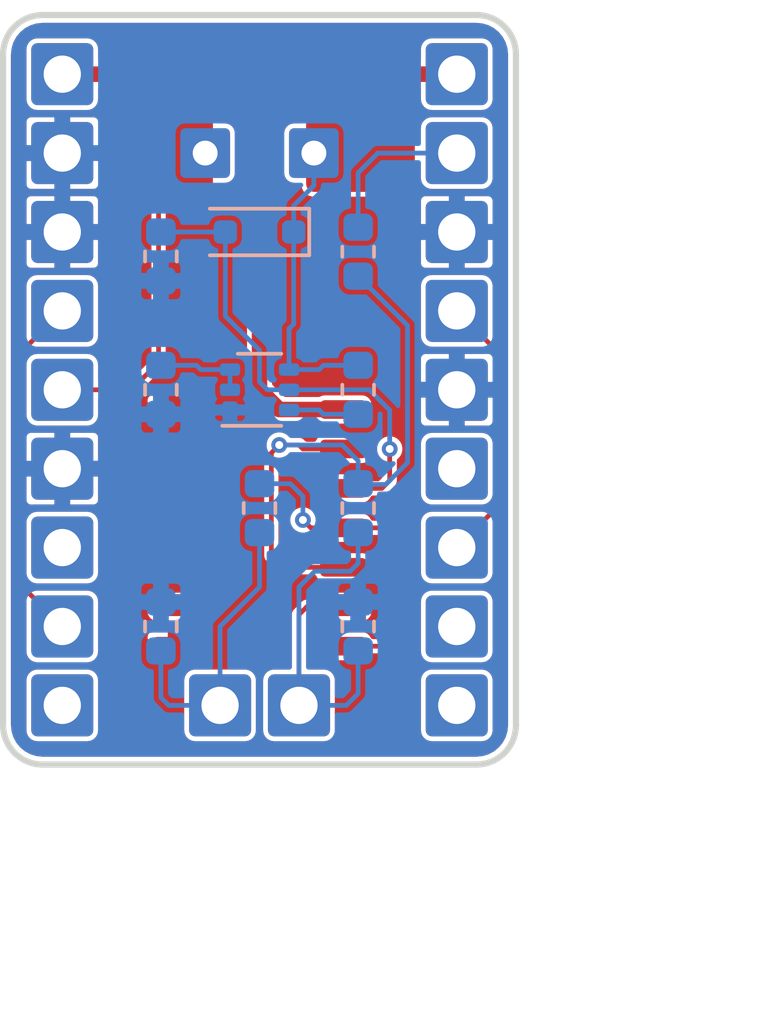
<source format=kicad_pcb>
(kicad_pcb (version 20171130) (host pcbnew "(5.0.2)-1")

  (general
    (thickness 1.6)
    (drawings 10)
    (tracks 95)
    (zones 0)
    (modules 21)
    (nets 23)
  )

  (page A4)
  (layers
    (0 F.Cu signal)
    (31 B.Cu signal)
    (32 B.Adhes user)
    (33 F.Adhes user)
    (34 B.Paste user)
    (35 F.Paste user)
    (36 B.SilkS user)
    (37 F.SilkS user)
    (38 B.Mask user)
    (39 F.Mask user)
    (40 Dwgs.User user)
    (41 Cmts.User user)
    (42 Eco1.User user)
    (43 Eco2.User user)
    (44 Edge.Cuts user)
    (45 Margin user)
    (46 B.CrtYd user)
    (47 F.CrtYd user)
    (48 B.Fab user)
    (49 F.Fab user)
  )

  (setup
    (last_trace_width 0.1524)
    (trace_clearance 0.1524)
    (zone_clearance 0.508)
    (zone_45_only no)
    (trace_min 0.1524)
    (segment_width 0.2)
    (edge_width 0.15)
    (via_size 0.508)
    (via_drill 0.254)
    (via_min_size 0.508)
    (via_min_drill 0.254)
    (uvia_size 0.3)
    (uvia_drill 0.1)
    (uvias_allowed no)
    (uvia_min_size 0.2)
    (uvia_min_drill 0.1)
    (pcb_text_width 0.3)
    (pcb_text_size 1.5 1.5)
    (mod_edge_width 0.15)
    (mod_text_size 1 1)
    (mod_text_width 0.15)
    (pad_size 1.6 1.6)
    (pad_drill 0.8)
    (pad_to_mask_clearance 0.0508)
    (solder_mask_min_width 0.25)
    (aux_axis_origin 0 0)
    (visible_elements 7FFFFFFF)
    (pcbplotparams
      (layerselection 0x010fc_ffffffff)
      (usegerberextensions false)
      (usegerberattributes false)
      (usegerberadvancedattributes false)
      (creategerberjobfile false)
      (excludeedgelayer true)
      (linewidth 0.050000)
      (plotframeref false)
      (viasonmask false)
      (mode 1)
      (useauxorigin false)
      (hpglpennumber 1)
      (hpglpenspeed 20)
      (hpglpendiameter 15.000000)
      (psnegative false)
      (psa4output false)
      (plotreference true)
      (plotvalue true)
      (plotinvisibletext false)
      (padsonsilk false)
      (subtractmaskfromsilk false)
      (outputformat 1)
      (mirror false)
      (drillshape 1)
      (scaleselection 1)
      (outputdirectory ""))
  )

  (net 0 "")
  (net 1 GND)
  (net 2 "Net-(Q1-Pad2)")
  (net 3 "Net-(D2-Pad2)")
  (net 4 "Net-(Q1-Pad6)")
  (net 5 /SW_2)
  (net 6 "Net-(R1-Pad2)")
  (net 7 /SW_1)
  (net 8 "Net-(R2-Pad1)")
  (net 9 +9.0VDC)
  (net 10 /LED_-)
  (net 11 /IN)
  (net 12 /SND)
  (net 13 /RTN)
  (net 14 /OUT)
  (net 15 "Net-(C3-Pad1)")
  (net 16 /CAP_-)
  (net 17 "Net-(J2-Pad2)")
  (net 18 "Net-(U1-Pad4)")
  (net 19 "Net-(U1-Pad6)")
  (net 20 "Net-(U1-Pad2)")
  (net 21 "Net-(J2-Pad5)")
  (net 22 "Net-(J1-Pad5)")

  (net_class Default "This is the default net class."
    (clearance 0.1524)
    (trace_width 0.1524)
    (via_dia 0.508)
    (via_drill 0.254)
    (uvia_dia 0.3)
    (uvia_drill 0.1)
    (add_net /CAP_-)
    (add_net /IN)
    (add_net /LED_-)
    (add_net /OUT)
    (add_net /RTN)
    (add_net /SND)
    (add_net /SW_1)
    (add_net /SW_2)
    (add_net GND)
    (add_net "Net-(C3-Pad1)")
    (add_net "Net-(D2-Pad2)")
    (add_net "Net-(J1-Pad5)")
    (add_net "Net-(J2-Pad2)")
    (add_net "Net-(J2-Pad5)")
    (add_net "Net-(Q1-Pad2)")
    (add_net "Net-(Q1-Pad6)")
    (add_net "Net-(R1-Pad2)")
    (add_net "Net-(R2-Pad1)")
    (add_net "Net-(U1-Pad2)")
    (add_net "Net-(U1-Pad4)")
    (add_net "Net-(U1-Pad6)")
  )

  (net_class PWR ""
    (clearance 0.1524)
    (trace_width 0.5)
    (via_dia 0.8)
    (via_drill 0.4)
    (uvia_dia 0.3)
    (uvia_drill 0.1)
    (add_net +9.0VDC)
  )

  (module SA_CMOS_Logic_SMD:Texas_Instruments_CD40106BM_SOIC-14 (layer F.Cu) (tedit 5C5C6574) (tstamp 5C64E060)
    (at 156.21 103.505)
    (descr "14-Lead Plastic Small Outline (SL) - Narrow, 3.90 mm Body [SOIC] (see Microchip Packaging Specification 00000049BS.pdf)")
    (tags "SOIC 1.27")
    (path /5C5EC8C1)
    (attr smd)
    (fp_text reference U1 (at 0 -5.375) (layer F.SilkS) hide
      (effects (font (size 1 1) (thickness 0.15)))
    )
    (fp_text value Texas_Instruments_CD40106BM (at 0 5.375) (layer F.Fab)
      (effects (font (size 0.5 0.5) (thickness 0.05)))
    )
    (fp_text user %R (at 0 0) (layer F.Fab)
      (effects (font (size 0.9 0.9) (thickness 0.135)))
    )
    (fp_line (start -0.95 -4.35) (end 1.95 -4.35) (layer F.Fab) (width 0.15))
    (fp_line (start 1.95 -4.35) (end 1.95 4.35) (layer F.Fab) (width 0.15))
    (fp_line (start 1.95 4.35) (end -1.95 4.35) (layer F.Fab) (width 0.15))
    (fp_line (start -1.95 4.35) (end -1.95 -3.35) (layer F.Fab) (width 0.15))
    (fp_line (start -1.95 -3.35) (end -0.95 -4.35) (layer F.Fab) (width 0.15))
    (fp_line (start -3.7 -4.65) (end -3.7 4.65) (layer F.CrtYd) (width 0.05))
    (fp_line (start 3.7 -4.65) (end 3.7 4.65) (layer F.CrtYd) (width 0.05))
    (fp_line (start -3.7 -4.65) (end 3.7 -4.65) (layer F.CrtYd) (width 0.05))
    (fp_line (start -3.7 4.65) (end 3.7 4.65) (layer F.CrtYd) (width 0.05))
    (pad 1 smd roundrect (at -2.7 -3.81) (size 1.5 0.6) (layers F.Cu F.Paste F.Mask) (roundrect_rratio 0.25)
      (net 1 GND))
    (pad 2 smd roundrect (at -2.7 -2.54) (size 1.5 0.6) (layers F.Cu F.Paste F.Mask) (roundrect_rratio 0.25)
      (net 20 "Net-(U1-Pad2)"))
    (pad 3 smd roundrect (at -2.7 -1.27) (size 1.5 0.6) (layers F.Cu F.Paste F.Mask) (roundrect_rratio 0.25)
      (net 1 GND))
    (pad 4 smd roundrect (at -2.7 0) (size 1.5 0.6) (layers F.Cu F.Paste F.Mask) (roundrect_rratio 0.25)
      (net 18 "Net-(U1-Pad4)"))
    (pad 5 smd roundrect (at -2.7 1.27) (size 1.5 0.6) (layers F.Cu F.Paste F.Mask) (roundrect_rratio 0.25)
      (net 1 GND))
    (pad 6 smd roundrect (at -2.7 2.54) (size 1.5 0.6) (layers F.Cu F.Paste F.Mask) (roundrect_rratio 0.25)
      (net 19 "Net-(U1-Pad6)"))
    (pad 7 smd roundrect (at -2.7 3.81) (size 1.5 0.6) (layers F.Cu F.Paste F.Mask) (roundrect_rratio 0.25)
      (net 1 GND))
    (pad 8 smd roundrect (at 2.7 3.81) (size 1.5 0.6) (layers F.Cu F.Paste F.Mask) (roundrect_rratio 0.25)
      (net 8 "Net-(R2-Pad1)"))
    (pad 9 smd roundrect (at 2.7 2.54) (size 1.5 0.6) (layers F.Cu F.Paste F.Mask) (roundrect_rratio 0.25)
      (net 5 /SW_2))
    (pad 10 smd roundrect (at 2.7 1.27) (size 1.5 0.6) (layers F.Cu F.Paste F.Mask) (roundrect_rratio 0.25)
      (net 6 "Net-(R1-Pad2)"))
    (pad 11 smd roundrect (at 2.7 0) (size 1.5 0.6) (layers F.Cu F.Paste F.Mask) (roundrect_rratio 0.25)
      (net 8 "Net-(R2-Pad1)"))
    (pad 12 smd roundrect (at 2.7 -1.27) (size 1.5 0.6) (layers F.Cu F.Paste F.Mask) (roundrect_rratio 0.25)
      (net 3 "Net-(D2-Pad2)"))
    (pad 13 smd roundrect (at 2.7 -2.54) (size 1.5 0.6) (layers F.Cu F.Paste F.Mask) (roundrect_rratio 0.25)
      (net 6 "Net-(R1-Pad2)"))
    (pad 14 smd roundrect (at 2.7 -3.81) (size 1.5 0.6) (layers F.Cu F.Paste F.Mask) (roundrect_rratio 0.25)
      (net 9 +9.0VDC))
    (model ${SA_LIB_3DSHAPES}/Texas_Instruments_CD40106BM_SOIC-14/Texas_Instruments_CD40106BM_SOIC-14.step
      (at (xyz 0 0 0))
      (scale (xyz 1 1 1))
      (rotate (xyz 0 0 0))
    )
  )

  (module SA_Capacitors_SMD:Nichicon_UWT1E101MCL1GS_100uF_25V_6.3x7.7mm (layer F.Cu) (tedit 5C5C2005) (tstamp 5C66E6D3)
    (at 156.21 91.44 180)
    (descr "SMD capacitor, aluminum electrolytic, Nichicon, 6.3x7.7mm")
    (tags "capacitor electrolytic")
    (path /5C61530D)
    (attr smd)
    (fp_text reference C3 (at 0 -4 180) (layer F.SilkS) hide
      (effects (font (size 0.6 0.6) (thickness 0.127)))
    )
    (fp_text value Nichicon_UWT_100uF_25V (at 0 3.8 180) (layer F.Fab)
      (effects (font (size 0.3 0.3) (thickness 0.03)))
    )
    (fp_circle (center 0 0) (end 3.15 0) (layer F.Fab) (width 0.1))
    (fp_line (start 3.3 -3.3) (end 3.3 3.3) (layer F.Fab) (width 0.1))
    (fp_line (start -2.3 -3.3) (end 3.3 -3.3) (layer F.Fab) (width 0.1))
    (fp_line (start -2.3 3.3) (end 3.3 3.3) (layer F.Fab) (width 0.1))
    (fp_line (start -3.3 -2.3) (end -3.3 2.3) (layer F.Fab) (width 0.1))
    (fp_line (start -3.3 -2.3) (end -2.3 -3.3) (layer F.Fab) (width 0.1))
    (fp_line (start -3.3 2.3) (end -2.3 3.3) (layer F.Fab) (width 0.1))
    (fp_line (start -2.704838 -1.33) (end -2.074838 -1.33) (layer F.Fab) (width 0.1))
    (fp_line (start -2.389838 -1.645) (end -2.389838 -1.015) (layer F.Fab) (width 0.1))
    (fp_line (start 3.55 -3.55) (end 3.55 -1.05) (layer F.CrtYd) (width 0.05))
    (fp_line (start 3.55 -1.05) (end 4.7 -1.05) (layer F.CrtYd) (width 0.05))
    (fp_line (start 4.7 -1.05) (end 4.7 1.05) (layer F.CrtYd) (width 0.05))
    (fp_line (start 4.7 1.05) (end 3.55 1.05) (layer F.CrtYd) (width 0.05))
    (fp_line (start 3.55 1.05) (end 3.55 3.55) (layer F.CrtYd) (width 0.05))
    (fp_line (start -2.4 3.55) (end 3.55 3.55) (layer F.CrtYd) (width 0.05))
    (fp_line (start -2.4 -3.55) (end 3.55 -3.55) (layer F.CrtYd) (width 0.05))
    (fp_line (start -3.55 2.4) (end -2.4 3.55) (layer F.CrtYd) (width 0.05))
    (fp_line (start -3.55 -2.4) (end -2.4 -3.55) (layer F.CrtYd) (width 0.05))
    (fp_line (start -3.55 -2.4) (end -3.55 -1.05) (layer F.CrtYd) (width 0.05))
    (fp_line (start -3.55 1.05) (end -3.55 2.4) (layer F.CrtYd) (width 0.05))
    (fp_line (start -3.55 -1.05) (end -4.7 -1.05) (layer F.CrtYd) (width 0.05))
    (fp_line (start -4.7 -1.05) (end -4.7 1.05) (layer F.CrtYd) (width 0.05))
    (fp_line (start -4.7 1.05) (end -3.55 1.05) (layer F.CrtYd) (width 0.05))
    (fp_text user %R (at 0 0 180) (layer F.Fab)
      (effects (font (size 0.4 0.4) (thickness 0.05)))
    )
    (pad 1 smd roundrect (at -2.7 0 180) (size 3.5 1.6) (layers F.Cu F.Paste F.Mask) (roundrect_rratio 0.15625)
      (net 15 "Net-(C3-Pad1)"))
    (pad 2 smd roundrect (at 2.7 0 180) (size 3.5 1.6) (layers F.Cu F.Paste F.Mask) (roundrect_rratio 0.15625)
      (net 16 /CAP_-))
    (model ${SA_LIB_3DSHAPES}/Nichicon_UWT1E101MCL1GS_100uF_25V_6.3x7.7mm/Nichicon_UWT1E101MCL1GS_100uF_25V_6.3x7.7mm.step
      (at (xyz 0 0 0))
      (scale (xyz 1 1 1))
      (rotate (xyz 0 0 0))
    )
  )

  (module SA_Capacitors_THT:Capacitor_Electrolytic_Radial_D8.0_H11.5_P3.5 (layer F.Cu) (tedit 5C5C6632) (tstamp 5C5E24DE)
    (at 156.21 91.44 180)
    (descr "CP, Radial series, Radial, pin pitch=3.50mm, , diameter=8mm, Electrolytic Capacitor")
    (tags "CP Radial series Radial pin pitch 3.50mm  diameter 8mm Electrolytic Capacitor")
    (path /5C5C3740)
    (fp_text reference C5 (at 0 -4.7 180) (layer F.SilkS) hide
      (effects (font (size 0.6 0.6) (thickness 0.127)))
    )
    (fp_text value CP_220uF_25V_D8.0_H11.5_P3.5 (at 0 4.5 180) (layer F.Fab)
      (effects (font (size 0.3 0.3) (thickness 0.03)))
    )
    (fp_circle (center 0 0) (end 4 0) (layer F.Fab) (width 0.1))
    (fp_circle (center 0 0) (end 4.25 0) (layer F.CrtYd) (width 0.05))
    (fp_line (start -3.426759 -1.7475) (end -2.626759 -1.7475) (layer F.Fab) (width 0.1))
    (fp_line (start -3.026759 -2.1475) (end -3.026759 -1.3475) (layer F.Fab) (width 0.1))
    (fp_text user %R (at 0 0 180) (layer F.Fab)
      (effects (font (size 0.4 0.4) (thickness 0.05)))
    )
    (pad 1 thru_hole roundrect (at -1.75 0 180) (size 1.6 1.6) (drill 0.8) (layers *.Cu *.Mask) (roundrect_rratio 0.1)
      (net 15 "Net-(C3-Pad1)"))
    (pad 2 thru_hole roundrect (at 1.75 0 180) (size 1.6 1.6) (drill 0.8) (layers *.Cu *.Mask) (roundrect_rratio 0.1)
      (net 16 /CAP_-))
    (model ${SA_LIB_3DSHAPES}/Packages/Capacitor_Electrolytic_8x11.5x3.5mm.step
      (at (xyz 0 0 0))
      (scale (xyz 1 1 1))
      (rotate (xyz 0 0 0))
    )
  )

  (module SA_Capacitors_SMD:Nichicon_UWT1E221MNL1GS_220uF_25V_8.0x10.0mm (layer F.Cu) (tedit 5C5C1FA2) (tstamp 5C5E2504)
    (at 156.21 91.44 180)
    (descr "SMD capacitor, aluminum electrolytic, Nichicon, 8.0x10mm")
    (tags "capacitor electrolytic")
    (path /5C5C3670)
    (attr smd)
    (fp_text reference C4 (at 0 -4.8 180) (layer F.SilkS) hide
      (effects (font (size 0.6 0.6) (thickness 0.127)))
    )
    (fp_text value Nichicon_UWT_220uF_25V (at 0 4.7 180) (layer F.Fab)
      (effects (font (size 0.3 0.3) (thickness 0.03)))
    )
    (fp_circle (center 0 0) (end 4 0) (layer F.Fab) (width 0.1))
    (fp_line (start 4.15 -4.15) (end 4.15 4.15) (layer F.Fab) (width 0.1))
    (fp_line (start -3.15 -4.15) (end 4.15 -4.15) (layer F.Fab) (width 0.1))
    (fp_line (start -3.15 4.15) (end 4.15 4.15) (layer F.Fab) (width 0.1))
    (fp_line (start -4.15 -3.15) (end -4.15 3.15) (layer F.Fab) (width 0.1))
    (fp_line (start -4.15 -3.15) (end -3.15 -4.15) (layer F.Fab) (width 0.1))
    (fp_line (start -4.15 3.15) (end -3.15 4.15) (layer F.Fab) (width 0.1))
    (fp_line (start -3.562278 -1.5) (end -2.762278 -1.5) (layer F.Fab) (width 0.1))
    (fp_line (start -3.162278 -1.9) (end -3.162278 -1.1) (layer F.Fab) (width 0.1))
    (fp_line (start 4.4 -4.4) (end 4.4 -1.5) (layer F.CrtYd) (width 0.05))
    (fp_line (start 4.4 -1.5) (end 5.25 -1.5) (layer F.CrtYd) (width 0.05))
    (fp_line (start 5.25 -1.5) (end 5.25 1.5) (layer F.CrtYd) (width 0.05))
    (fp_line (start 5.25 1.5) (end 4.4 1.5) (layer F.CrtYd) (width 0.05))
    (fp_line (start 4.4 1.5) (end 4.4 4.4) (layer F.CrtYd) (width 0.05))
    (fp_line (start -3.25 4.4) (end 4.4 4.4) (layer F.CrtYd) (width 0.05))
    (fp_line (start -3.25 -4.4) (end 4.4 -4.4) (layer F.CrtYd) (width 0.05))
    (fp_line (start -4.4 3.25) (end -3.25 4.4) (layer F.CrtYd) (width 0.05))
    (fp_line (start -4.4 -3.25) (end -3.25 -4.4) (layer F.CrtYd) (width 0.05))
    (fp_line (start -4.4 -3.25) (end -4.4 -1.5) (layer F.CrtYd) (width 0.05))
    (fp_line (start -4.4 1.5) (end -4.4 3.25) (layer F.CrtYd) (width 0.05))
    (fp_line (start -4.4 -1.5) (end -5.25 -1.5) (layer F.CrtYd) (width 0.05))
    (fp_line (start -5.25 -1.5) (end -5.25 1.5) (layer F.CrtYd) (width 0.05))
    (fp_line (start -5.25 1.5) (end -4.4 1.5) (layer F.CrtYd) (width 0.05))
    (fp_text user %R (at 0 0 180) (layer F.Fab)
      (effects (font (size 0.4 0.4) (thickness 0.05)))
    )
    (pad 1 smd roundrect (at -3.25 0 180) (size 3.5 2.5) (layers F.Cu F.Paste F.Mask) (roundrect_rratio 0.1)
      (net 15 "Net-(C3-Pad1)"))
    (pad 2 smd roundrect (at 3.25 0 180) (size 3.5 2.5) (layers F.Cu F.Paste F.Mask) (roundrect_rratio 0.1)
      (net 16 /CAP_-))
    (model ${SA_LIB_3DSHAPES}/Nichicon_UWT1E221MNL1GS_220uF_25V_8.0x10.0mm/Nichicon_UWT1E221MNL1GS_220uF_25V_8.0x10.0mm.step
      (at (xyz 0 0 0))
      (scale (xyz 1 1 1))
      (rotate (xyz 0 0 0))
    )
  )

  (module SA_Connectors_Wire:Wire_Pad_2x_1.0mm_Hole_1.5_Annular_2.54mm_Pitch (layer F.Cu) (tedit 5C5C201B) (tstamp 5C5E1816)
    (at 149.86 90.17 270)
    (path /5C611B0E)
    (fp_text reference J3 (at 0 0.5 270) (layer F.SilkS) hide
      (effects (font (size 0.5 0.5) (thickness 0.05)))
    )
    (fp_text value Conn_01x02 (at 0 -0.5 270) (layer F.Fab) hide
      (effects (font (size 0.5 0.5) (thickness 0.05)))
    )
    (pad 1 thru_hole roundrect (at -1.27 0 270) (size 2 2) (drill 1.2) (layers *.Cu *.Mask) (roundrect_rratio 0.1)
      (net 9 +9.0VDC))
    (pad 2 thru_hole roundrect (at 1.27 0 270) (size 2 2) (drill 1.2) (layers *.Cu *.Mask) (roundrect_rratio 0.1)
      (net 1 GND))
  )

  (module SA_Connectors_Wire:Wire_Pad_2x_1.0mm_Hole_1.5_Annular_2.54mm_Pitch (layer F.Cu) (tedit 5C5C2039) (tstamp 5C5E1811)
    (at 149.86 95.25 90)
    (path /5C5C2C0B)
    (fp_text reference J4 (at 0 0.5 90) (layer F.SilkS) hide
      (effects (font (size 0.5 0.5) (thickness 0.05)))
    )
    (fp_text value Conn_01x02 (at 0 -0.5 90) (layer F.Fab) hide
      (effects (font (size 0.5 0.5) (thickness 0.05)))
    )
    (pad 2 thru_hole roundrect (at 1.27 0 90) (size 2 2) (drill 1.2) (layers *.Cu *.Mask) (roundrect_rratio 0.1)
      (net 1 GND))
    (pad 1 thru_hole roundrect (at -1.27 0 90) (size 2 2) (drill 1.2) (layers *.Cu *.Mask) (roundrect_rratio 0.1)
      (net 11 /IN))
  )

  (module SA_Connectors_Wire:Wire_Pad_2x_1.0mm_Hole_1.5_Annular_2.54mm_Pitch (layer F.Cu) (tedit 5C5C2024) (tstamp 5C5E1802)
    (at 162.56 95.25 90)
    (path /5C5C2E97)
    (fp_text reference J5 (at 0 0.5 90) (layer F.SilkS) hide
      (effects (font (size 0.5 0.5) (thickness 0.05)))
    )
    (fp_text value Conn_01x02 (at 0 -0.5 90) (layer F.Fab) hide
      (effects (font (size 0.5 0.5) (thickness 0.05)))
    )
    (pad 1 thru_hole roundrect (at -1.27 0 90) (size 2 2) (drill 1.2) (layers *.Cu *.Mask) (roundrect_rratio 0.1)
      (net 14 /OUT))
    (pad 2 thru_hole roundrect (at 1.27 0 90) (size 2 2) (drill 1.2) (layers *.Cu *.Mask) (roundrect_rratio 0.1)
      (net 1 GND))
  )

  (module SA_Connectors_Wire:Wire_Pad_2x_1.0mm_Hole_1.5_Annular_2.54mm_Pitch (layer F.Cu) (tedit 5C5C0603) (tstamp 5C66DB89)
    (at 156.21 109.22 180)
    (path /5C5F2F50)
    (fp_text reference SW1 (at 0 0.5 180) (layer F.SilkS) hide
      (effects (font (size 0.5 0.5) (thickness 0.05)))
    )
    (fp_text value SW_Push (at 0 -0.5 180) (layer F.Fab) hide
      (effects (font (size 0.5 0.5) (thickness 0.05)))
    )
    (pad 1 thru_hole roundrect (at -1.27 0 180) (size 2 2) (drill 1.2) (layers *.Cu *.Mask) (roundrect_rratio 0.1)
      (net 5 /SW_2))
    (pad 2 thru_hole roundrect (at 1.27 0 180) (size 2 2) (drill 1.2) (layers *.Cu *.Mask) (roundrect_rratio 0.1)
      (net 7 /SW_1))
  )

  (module Connector_PinHeader_2.54mm:PinHeader_1x05_P2.54mm_Vertical (layer F.Cu) (tedit 5C5BFC2B) (tstamp 5C66C6A4)
    (at 162.56 99.06)
    (descr "Through hole straight pin header, 1x05, 2.54mm pitch, single row")
    (tags "Through hole pin header THT 1x05 2.54mm single row")
    (path /5C609260)
    (fp_text reference J2 (at 0 -2.33) (layer F.SilkS) hide
      (effects (font (size 1 1) (thickness 0.15)))
    )
    (fp_text value PinHeader_1x05_P2.54mm_Vertical_Bottom (at 0 12.49) (layer F.Fab) hide
      (effects (font (size 0.5 0.5) (thickness 0.05)))
    )
    (fp_text user %R (at 0 5.08 90) (layer F.Fab)
      (effects (font (size 1 1) (thickness 0.15)))
    )
    (fp_line (start 1.8 -1.8) (end -1.8 -1.8) (layer F.CrtYd) (width 0.05))
    (fp_line (start 1.8 11.95) (end 1.8 -1.8) (layer F.CrtYd) (width 0.05))
    (fp_line (start -1.8 11.95) (end 1.8 11.95) (layer F.CrtYd) (width 0.05))
    (fp_line (start -1.8 -1.8) (end -1.8 11.95) (layer F.CrtYd) (width 0.05))
    (fp_line (start -1.27 -0.635) (end -0.635 -1.27) (layer F.Fab) (width 0.1))
    (fp_line (start -1.27 11.43) (end -1.27 -0.635) (layer F.Fab) (width 0.1))
    (fp_line (start 1.27 11.43) (end -1.27 11.43) (layer F.Fab) (width 0.1))
    (fp_line (start 1.27 -1.27) (end 1.27 11.43) (layer F.Fab) (width 0.1))
    (fp_line (start -0.635 -1.27) (end 1.27 -1.27) (layer F.Fab) (width 0.1))
    (pad 5 thru_hole roundrect (at 0 10.16) (size 2 2) (drill 1.2) (layers *.Cu *.Mask) (roundrect_rratio 0.1)
      (net 21 "Net-(J2-Pad5)"))
    (pad 4 thru_hole roundrect (at 0 7.62) (size 2 2) (drill 1.2) (layers *.Cu *.Mask) (roundrect_rratio 0.1)
      (net 13 /RTN))
    (pad 3 thru_hole roundrect (at 0 5.08) (size 2 2) (drill 1.2) (layers *.Cu *.Mask) (roundrect_rratio 0.1)
      (net 14 /OUT))
    (pad 2 thru_hole roundrect (at 0 2.54) (size 2 2) (drill 1.2) (layers *.Cu *.Mask) (roundrect_rratio 0.1)
      (net 17 "Net-(J2-Pad2)"))
    (pad 1 thru_hole roundrect (at 0 0) (size 2 2) (drill 1.2) (layers *.Cu *.Mask) (roundrect_rratio 0.1)
      (net 1 GND))
    (model ${KISYS3DMOD}/Connector_PinHeader_2.54mm.3dshapes/PinHeader_1x05_P2.54mm_Vertical.wrl
      (offset (xyz 0 0 2.7))
      (scale (xyz 1 1 1))
      (rotate (xyz 180 0 180))
    )
  )

  (module Connector_PinHeader_2.54mm:PinHeader_1x05_P2.54mm_Vertical (layer F.Cu) (tedit 5C5BFC35) (tstamp 5C66C674)
    (at 149.86 99.06)
    (descr "Through hole straight pin header, 1x05, 2.54mm pitch, single row")
    (tags "Through hole pin header THT 1x05 2.54mm single row")
    (path /5C6092C3)
    (fp_text reference J1 (at 0 -2.33) (layer F.SilkS) hide
      (effects (font (size 1 1) (thickness 0.15)))
    )
    (fp_text value PinHeader_1x05_P2.54mm_Vertical_Bottom (at 0 12.49) (layer F.Fab) hide
      (effects (font (size 0.5 0.5) (thickness 0.05)))
    )
    (fp_line (start -0.635 -1.27) (end 1.27 -1.27) (layer F.Fab) (width 0.1))
    (fp_line (start 1.27 -1.27) (end 1.27 11.43) (layer F.Fab) (width 0.1))
    (fp_line (start 1.27 11.43) (end -1.27 11.43) (layer F.Fab) (width 0.1))
    (fp_line (start -1.27 11.43) (end -1.27 -0.635) (layer F.Fab) (width 0.1))
    (fp_line (start -1.27 -0.635) (end -0.635 -1.27) (layer F.Fab) (width 0.1))
    (fp_line (start -1.8 -1.8) (end -1.8 11.95) (layer F.CrtYd) (width 0.05))
    (fp_line (start -1.8 11.95) (end 1.8 11.95) (layer F.CrtYd) (width 0.05))
    (fp_line (start 1.8 11.95) (end 1.8 -1.8) (layer F.CrtYd) (width 0.05))
    (fp_line (start 1.8 -1.8) (end -1.8 -1.8) (layer F.CrtYd) (width 0.05))
    (fp_text user %R (at 0 5.08 90) (layer F.Fab)
      (effects (font (size 1 1) (thickness 0.15)))
    )
    (pad 1 thru_hole roundrect (at 0 0) (size 2 2) (drill 1.2) (layers *.Cu *.Mask) (roundrect_rratio 0.1)
      (net 16 /CAP_-))
    (pad 2 thru_hole roundrect (at 0 2.54) (size 2 2) (drill 1.2) (layers *.Cu *.Mask) (roundrect_rratio 0.1)
      (net 1 GND))
    (pad 3 thru_hole roundrect (at 0 5.08) (size 2 2) (drill 1.2) (layers *.Cu *.Mask) (roundrect_rratio 0.1)
      (net 12 /SND))
    (pad 4 thru_hole roundrect (at 0 7.62) (size 2 2) (drill 1.2) (layers *.Cu *.Mask) (roundrect_rratio 0.1)
      (net 11 /IN))
    (pad 5 thru_hole roundrect (at 0 10.16) (size 2 2) (drill 1.2) (layers *.Cu *.Mask) (roundrect_rratio 0.1)
      (net 22 "Net-(J1-Pad5)"))
    (model ${KISYS3DMOD}/Connector_PinHeader_2.54mm.3dshapes/PinHeader_1x05_P2.54mm_Vertical.wrl
      (offset (xyz 0 0 2.7))
      (scale (xyz 1 1 1))
      (rotate (xyz 180 0 180))
    )
  )

  (module SA_Capacitors_SMD:C_0603_1608M (layer B.Cu) (tedit 5C5BFB85) (tstamp 5C64D9DE)
    (at 153.035 106.68 90)
    (path /5C5F3E11)
    (attr smd)
    (fp_text reference C2 (at 0 1.1 90) (layer B.SilkS) hide
      (effects (font (size 0.6 0.6) (thickness 0.127)) (justify mirror))
    )
    (fp_text value C (at 0 -1 90) (layer B.Fab)
      (effects (font (size 0.3 0.3) (thickness 0.03)) (justify mirror))
    )
    (fp_text user %R (at 0 0 90) (layer B.Fab)
      (effects (font (size 0.4 0.4) (thickness 0.05)) (justify mirror))
    )
    (fp_line (start 1.48 -0.73) (end -1.48 -0.73) (layer B.CrtYd) (width 0.05))
    (fp_line (start 1.48 0.73) (end 1.48 -0.73) (layer B.CrtYd) (width 0.05))
    (fp_line (start -1.48 0.73) (end 1.48 0.73) (layer B.CrtYd) (width 0.05))
    (fp_line (start -1.48 -0.73) (end -1.48 0.73) (layer B.CrtYd) (width 0.05))
    (fp_line (start -0.162779 -0.51) (end 0.162779 -0.51) (layer B.SilkS) (width 0.12))
    (fp_line (start -0.162779 0.51) (end 0.162779 0.51) (layer B.SilkS) (width 0.12))
    (fp_line (start 0.8 -0.4) (end -0.8 -0.4) (layer B.Fab) (width 0.1))
    (fp_line (start 0.8 0.4) (end 0.8 -0.4) (layer B.Fab) (width 0.1))
    (fp_line (start -0.8 0.4) (end 0.8 0.4) (layer B.Fab) (width 0.1))
    (fp_line (start -0.8 -0.4) (end -0.8 0.4) (layer B.Fab) (width 0.1))
    (pad 2 smd roundrect (at 0.7875 0 90) (size 0.875 0.95) (layers B.Cu B.Paste B.Mask) (roundrect_rratio 0.25)
      (net 1 GND))
    (pad 1 smd roundrect (at -0.7875 0 90) (size 0.875 0.95) (layers B.Cu B.Paste B.Mask) (roundrect_rratio 0.25)
      (net 7 /SW_1))
    (model ${SA_LIB_3DSHAPES}/Packages/C_0603_1608Metric.step
      (at (xyz 0 0 0))
      (scale (xyz 1 1 1))
      (rotate (xyz 0 0 0))
    )
  )

  (module SA_Capacitors_SMD:C_0603_1608M (layer B.Cu) (tedit 5C5BFB8C) (tstamp 5C64D9CD)
    (at 159.385 106.68 90)
    (path /5C5F3DCA)
    (attr smd)
    (fp_text reference C1 (at 0 1.1 90) (layer B.SilkS) hide
      (effects (font (size 0.6 0.6) (thickness 0.127)) (justify mirror))
    )
    (fp_text value C (at 0 -1 90) (layer B.Fab)
      (effects (font (size 0.3 0.3) (thickness 0.03)) (justify mirror))
    )
    (fp_line (start -0.8 -0.4) (end -0.8 0.4) (layer B.Fab) (width 0.1))
    (fp_line (start -0.8 0.4) (end 0.8 0.4) (layer B.Fab) (width 0.1))
    (fp_line (start 0.8 0.4) (end 0.8 -0.4) (layer B.Fab) (width 0.1))
    (fp_line (start 0.8 -0.4) (end -0.8 -0.4) (layer B.Fab) (width 0.1))
    (fp_line (start -0.162779 0.51) (end 0.162779 0.51) (layer B.SilkS) (width 0.12))
    (fp_line (start -0.162779 -0.51) (end 0.162779 -0.51) (layer B.SilkS) (width 0.12))
    (fp_line (start -1.48 -0.73) (end -1.48 0.73) (layer B.CrtYd) (width 0.05))
    (fp_line (start -1.48 0.73) (end 1.48 0.73) (layer B.CrtYd) (width 0.05))
    (fp_line (start 1.48 0.73) (end 1.48 -0.73) (layer B.CrtYd) (width 0.05))
    (fp_line (start 1.48 -0.73) (end -1.48 -0.73) (layer B.CrtYd) (width 0.05))
    (fp_text user %R (at 0 0 90) (layer B.Fab)
      (effects (font (size 0.4 0.4) (thickness 0.05)) (justify mirror))
    )
    (pad 1 smd roundrect (at -0.7875 0 90) (size 0.875 0.95) (layers B.Cu B.Paste B.Mask) (roundrect_rratio 0.25)
      (net 5 /SW_2))
    (pad 2 smd roundrect (at 0.7875 0 90) (size 0.875 0.95) (layers B.Cu B.Paste B.Mask) (roundrect_rratio 0.25)
      (net 1 GND))
    (model ${SA_LIB_3DSHAPES}/Packages/C_0603_1608Metric.step
      (at (xyz 0 0 0))
      (scale (xyz 1 1 1))
      (rotate (xyz 0 0 0))
    )
  )

  (module SA_Connectors_Wire:Wire_Pad_2x_1.0mm_Hole_1.5_Annular (layer F.Cu) (tedit 5C5C0612) (tstamp 5C64D984)
    (at 162.56 90.17 90)
    (path /5C5ED007)
    (fp_text reference D1 (at 0 0.5 90) (layer F.SilkS) hide
      (effects (font (size 0.5 0.5) (thickness 0.05)))
    )
    (fp_text value LED_INDICATOR (at 0 -0.5 90) (layer F.Fab) hide
      (effects (font (size 0.5 0.5) (thickness 0.05)))
    )
    (pad 1 thru_hole roundrect (at -1.27 0 90) (size 2 2) (drill 1.2) (layers *.Cu *.Mask) (roundrect_rratio 0.1)
      (net 10 /LED_-))
    (pad 2 thru_hole roundrect (at 1.27 0 90) (size 2 2) (drill 1.2) (layers *.Cu *.Mask) (roundrect_rratio 0.1)
      (net 9 +9.0VDC))
  )

  (module SA_Diodes_SMD:ON_Semi_1N4148WS_SOD-323F-2 (layer B.Cu) (tedit 5C5BFBBA) (tstamp 5C64D978)
    (at 156.21 93.98 180)
    (path /5C5EEFCA)
    (attr smd)
    (fp_text reference D2 (at 0 1.3 180) (layer B.SilkS) hide
      (effects (font (size 0.6 0.6) (thickness 0.127)) (justify mirror))
    )
    (fp_text value ON_Semi_1N4148WS (at 0 -1.15 180) (layer B.Fab)
      (effects (font (size 0.3 0.3) (thickness 0.03)) (justify mirror))
    )
    (fp_line (start 0.85 0.625) (end -0.85 0.625) (layer B.Fab) (width 0.1))
    (fp_line (start 0.85 -0.625) (end 0.85 0.625) (layer B.Fab) (width 0.1))
    (fp_line (start -0.85 -0.625) (end 0.85 -0.625) (layer B.Fab) (width 0.1))
    (fp_line (start -0.85 0.625) (end -0.85 -0.625) (layer B.Fab) (width 0.1))
    (fp_line (start -1.6 0.75) (end 1.6 0.75) (layer B.SilkS) (width 0.12))
    (fp_line (start -1.6 -0.75) (end 1.6 -0.75) (layer B.SilkS) (width 0.12))
    (fp_line (start -1.7 0.9) (end -1.7 -0.9) (layer B.CrtYd) (width 0.05))
    (fp_line (start -1.7 -0.9) (end 1.7 -0.9) (layer B.CrtYd) (width 0.05))
    (fp_line (start 1.7 0.9) (end 1.7 -0.9) (layer B.CrtYd) (width 0.05))
    (fp_line (start -1.7 0.9) (end 1.7 0.9) (layer B.CrtYd) (width 0.05))
    (fp_line (start -0.6375 0.6) (end -0.6375 -0.6) (layer B.Fab) (width 0.1))
    (fp_line (start -1.6 0.75) (end -1.6 -0.75) (layer B.SilkS) (width 0.12))
    (fp_text user %R (at 0 0) (layer B.Fab)
      (effects (font (size 0.4 0.4) (thickness 0.05)) (justify mirror))
    )
    (pad 2 smd roundrect (at 1.1 0 180) (size 0.75 0.75) (layers B.Cu B.Paste B.Mask) (roundrect_rratio 0.25)
      (net 3 "Net-(D2-Pad2)"))
    (pad 1 smd roundrect (at -1.1 0 180) (size 0.75 0.75) (layers B.Cu B.Paste B.Mask) (roundrect_rratio 0.25)
      (net 15 "Net-(C3-Pad1)"))
    (model ${SA_LIB_3DSHAPES}/ON_Semi_1N4148WS_SOD-323F-2/ON_Semi_1N4148WS_SOD-323F-2.step
      (at (xyz 0 0 0))
      (scale (xyz 1 1 1))
      (rotate (xyz 0 0 0))
    )
  )

  (module SA_Resistors_SMD:R_0603_1608M (layer B.Cu) (tedit 5C5BFBB5) (tstamp 5C64D965)
    (at 159.385 99.06 270)
    (path /5C5EF1F0)
    (attr smd)
    (fp_text reference R6 (at 0 1.1 270) (layer B.SilkS) hide
      (effects (font (size 0.6 0.6) (thickness 0.127)) (justify mirror))
    )
    (fp_text value 47R (at 0 -0.95 270) (layer B.Fab)
      (effects (font (size 0.3 0.3) (thickness 0.03)) (justify mirror))
    )
    (fp_text user %R (at 0 0 270) (layer B.Fab)
      (effects (font (size 0.4 0.4) (thickness 0.05)) (justify mirror))
    )
    (fp_line (start 1.48 -0.73) (end -1.48 -0.73) (layer B.CrtYd) (width 0.05))
    (fp_line (start 1.48 0.73) (end 1.48 -0.73) (layer B.CrtYd) (width 0.05))
    (fp_line (start -1.48 0.73) (end 1.48 0.73) (layer B.CrtYd) (width 0.05))
    (fp_line (start -1.48 -0.73) (end -1.48 0.73) (layer B.CrtYd) (width 0.05))
    (fp_line (start -0.162779 -0.51) (end 0.162779 -0.51) (layer B.SilkS) (width 0.12))
    (fp_line (start -0.162779 0.51) (end 0.162779 0.51) (layer B.SilkS) (width 0.12))
    (fp_line (start 0.8 -0.4) (end -0.8 -0.4) (layer B.Fab) (width 0.1))
    (fp_line (start 0.8 0.4) (end 0.8 -0.4) (layer B.Fab) (width 0.1))
    (fp_line (start -0.8 0.4) (end 0.8 0.4) (layer B.Fab) (width 0.1))
    (fp_line (start -0.8 -0.4) (end -0.8 0.4) (layer B.Fab) (width 0.1))
    (pad 2 smd roundrect (at 0.7875 0 270) (size 0.875 0.95) (layers B.Cu B.Paste B.Mask) (roundrect_rratio 0.25)
      (net 4 "Net-(Q1-Pad6)"))
    (pad 1 smd roundrect (at -0.7875 0 270) (size 0.875 0.95) (layers B.Cu B.Paste B.Mask) (roundrect_rratio 0.25)
      (net 15 "Net-(C3-Pad1)"))
    (model ${SA_LIB_3DSHAPES}/Packages/R_0603_1608Metric.step
      (at (xyz 0 0 0))
      (scale (xyz 1 1 1))
      (rotate (xyz 0 0 0))
    )
  )

  (module SA_Resistors_SMD:R_0603_1608M (layer B.Cu) (tedit 5C5BFB95) (tstamp 5C5E4B75)
    (at 153.035 99.06 270)
    (path /5C5EF27A)
    (attr smd)
    (fp_text reference R5 (at 0 1.1 270) (layer B.SilkS) hide
      (effects (font (size 0.6 0.6) (thickness 0.127)) (justify mirror))
    )
    (fp_text value 15k (at 0 -0.95 270) (layer B.Fab)
      (effects (font (size 0.3 0.3) (thickness 0.03)) (justify mirror))
    )
    (fp_line (start -0.8 -0.4) (end -0.8 0.4) (layer B.Fab) (width 0.1))
    (fp_line (start -0.8 0.4) (end 0.8 0.4) (layer B.Fab) (width 0.1))
    (fp_line (start 0.8 0.4) (end 0.8 -0.4) (layer B.Fab) (width 0.1))
    (fp_line (start 0.8 -0.4) (end -0.8 -0.4) (layer B.Fab) (width 0.1))
    (fp_line (start -0.162779 0.51) (end 0.162779 0.51) (layer B.SilkS) (width 0.12))
    (fp_line (start -0.162779 -0.51) (end 0.162779 -0.51) (layer B.SilkS) (width 0.12))
    (fp_line (start -1.48 -0.73) (end -1.48 0.73) (layer B.CrtYd) (width 0.05))
    (fp_line (start -1.48 0.73) (end 1.48 0.73) (layer B.CrtYd) (width 0.05))
    (fp_line (start 1.48 0.73) (end 1.48 -0.73) (layer B.CrtYd) (width 0.05))
    (fp_line (start 1.48 -0.73) (end -1.48 -0.73) (layer B.CrtYd) (width 0.05))
    (fp_text user %R (at 0 0 270) (layer B.Fab)
      (effects (font (size 0.4 0.4) (thickness 0.05)) (justify mirror))
    )
    (pad 1 smd roundrect (at -0.7875 0 270) (size 0.875 0.95) (layers B.Cu B.Paste B.Mask) (roundrect_rratio 0.25)
      (net 2 "Net-(Q1-Pad2)"))
    (pad 2 smd roundrect (at 0.7875 0 270) (size 0.875 0.95) (layers B.Cu B.Paste B.Mask) (roundrect_rratio 0.25)
      (net 1 GND))
    (model ${SA_LIB_3DSHAPES}/Packages/R_0603_1608Metric.step
      (at (xyz 0 0 0))
      (scale (xyz 1 1 1))
      (rotate (xyz 0 0 0))
    )
  )

  (module SA_Resistors_SMD:R_0603_1608M (layer B.Cu) (tedit 5C5BFB9B) (tstamp 5C64D943)
    (at 153.035 94.7675 270)
    (path /5C5EF2E0)
    (attr smd)
    (fp_text reference R4 (at 0 1.1 270) (layer B.SilkS) hide
      (effects (font (size 0.6 0.6) (thickness 0.127)) (justify mirror))
    )
    (fp_text value 150k (at 0 -0.95 270) (layer B.Fab)
      (effects (font (size 0.3 0.3) (thickness 0.03)) (justify mirror))
    )
    (fp_text user %R (at 0 0 270) (layer B.Fab)
      (effects (font (size 0.4 0.4) (thickness 0.05)) (justify mirror))
    )
    (fp_line (start 1.48 -0.73) (end -1.48 -0.73) (layer B.CrtYd) (width 0.05))
    (fp_line (start 1.48 0.73) (end 1.48 -0.73) (layer B.CrtYd) (width 0.05))
    (fp_line (start -1.48 0.73) (end 1.48 0.73) (layer B.CrtYd) (width 0.05))
    (fp_line (start -1.48 -0.73) (end -1.48 0.73) (layer B.CrtYd) (width 0.05))
    (fp_line (start -0.162779 -0.51) (end 0.162779 -0.51) (layer B.SilkS) (width 0.12))
    (fp_line (start -0.162779 0.51) (end 0.162779 0.51) (layer B.SilkS) (width 0.12))
    (fp_line (start 0.8 -0.4) (end -0.8 -0.4) (layer B.Fab) (width 0.1))
    (fp_line (start 0.8 0.4) (end 0.8 -0.4) (layer B.Fab) (width 0.1))
    (fp_line (start -0.8 0.4) (end 0.8 0.4) (layer B.Fab) (width 0.1))
    (fp_line (start -0.8 -0.4) (end -0.8 0.4) (layer B.Fab) (width 0.1))
    (pad 2 smd roundrect (at 0.7875 0 270) (size 0.875 0.95) (layers B.Cu B.Paste B.Mask) (roundrect_rratio 0.25)
      (net 1 GND))
    (pad 1 smd roundrect (at -0.7875 0 270) (size 0.875 0.95) (layers B.Cu B.Paste B.Mask) (roundrect_rratio 0.25)
      (net 3 "Net-(D2-Pad2)"))
    (model ${SA_LIB_3DSHAPES}/Packages/R_0603_1608Metric.step
      (at (xyz 0 0 0))
      (scale (xyz 1 1 1))
      (rotate (xyz 0 0 0))
    )
  )

  (module SA_Resistors_SMD:R_0603_1608M (layer B.Cu) (tedit 5C5BFBA1) (tstamp 5C5EBD3D)
    (at 159.385 94.615 270)
    (path /5C5ECED9)
    (attr smd)
    (fp_text reference R3 (at 0 1.1 270) (layer B.SilkS) hide
      (effects (font (size 0.6 0.6) (thickness 0.127)) (justify mirror))
    )
    (fp_text value CLR (at 0 -0.95 270) (layer B.Fab)
      (effects (font (size 0.3 0.3) (thickness 0.03)) (justify mirror))
    )
    (fp_line (start -0.8 -0.4) (end -0.8 0.4) (layer B.Fab) (width 0.1))
    (fp_line (start -0.8 0.4) (end 0.8 0.4) (layer B.Fab) (width 0.1))
    (fp_line (start 0.8 0.4) (end 0.8 -0.4) (layer B.Fab) (width 0.1))
    (fp_line (start 0.8 -0.4) (end -0.8 -0.4) (layer B.Fab) (width 0.1))
    (fp_line (start -0.162779 0.51) (end 0.162779 0.51) (layer B.SilkS) (width 0.12))
    (fp_line (start -0.162779 -0.51) (end 0.162779 -0.51) (layer B.SilkS) (width 0.12))
    (fp_line (start -1.48 -0.73) (end -1.48 0.73) (layer B.CrtYd) (width 0.05))
    (fp_line (start -1.48 0.73) (end 1.48 0.73) (layer B.CrtYd) (width 0.05))
    (fp_line (start 1.48 0.73) (end 1.48 -0.73) (layer B.CrtYd) (width 0.05))
    (fp_line (start 1.48 -0.73) (end -1.48 -0.73) (layer B.CrtYd) (width 0.05))
    (fp_text user %R (at 0 0 270) (layer B.Fab)
      (effects (font (size 0.4 0.4) (thickness 0.05)) (justify mirror))
    )
    (pad 1 smd roundrect (at -0.7875 0 270) (size 0.875 0.95) (layers B.Cu B.Paste B.Mask) (roundrect_rratio 0.25)
      (net 10 /LED_-))
    (pad 2 smd roundrect (at 0.7875 0 270) (size 0.875 0.95) (layers B.Cu B.Paste B.Mask) (roundrect_rratio 0.25)
      (net 6 "Net-(R1-Pad2)"))
    (model ${SA_LIB_3DSHAPES}/Packages/R_0603_1608Metric.step
      (at (xyz 0 0 0))
      (scale (xyz 1 1 1))
      (rotate (xyz 0 0 0))
    )
  )

  (module SA_Resistors_SMD:R_0603_1608M (layer B.Cu) (tedit 5C5BFB91) (tstamp 5C64D921)
    (at 156.21 102.87 270)
    (path /5C5ECB76)
    (attr smd)
    (fp_text reference R2 (at 0 1.1 270) (layer B.SilkS) hide
      (effects (font (size 0.6 0.6) (thickness 0.127)) (justify mirror))
    )
    (fp_text value 100k (at 0 -0.95 270) (layer B.Fab)
      (effects (font (size 0.3 0.3) (thickness 0.03)) (justify mirror))
    )
    (fp_text user %R (at 0 0 270) (layer B.Fab)
      (effects (font (size 0.4 0.4) (thickness 0.05)) (justify mirror))
    )
    (fp_line (start 1.48 -0.73) (end -1.48 -0.73) (layer B.CrtYd) (width 0.05))
    (fp_line (start 1.48 0.73) (end 1.48 -0.73) (layer B.CrtYd) (width 0.05))
    (fp_line (start -1.48 0.73) (end 1.48 0.73) (layer B.CrtYd) (width 0.05))
    (fp_line (start -1.48 -0.73) (end -1.48 0.73) (layer B.CrtYd) (width 0.05))
    (fp_line (start -0.162779 -0.51) (end 0.162779 -0.51) (layer B.SilkS) (width 0.12))
    (fp_line (start -0.162779 0.51) (end 0.162779 0.51) (layer B.SilkS) (width 0.12))
    (fp_line (start 0.8 -0.4) (end -0.8 -0.4) (layer B.Fab) (width 0.1))
    (fp_line (start 0.8 0.4) (end 0.8 -0.4) (layer B.Fab) (width 0.1))
    (fp_line (start -0.8 0.4) (end 0.8 0.4) (layer B.Fab) (width 0.1))
    (fp_line (start -0.8 -0.4) (end -0.8 0.4) (layer B.Fab) (width 0.1))
    (pad 2 smd roundrect (at 0.7875 0 270) (size 0.875 0.95) (layers B.Cu B.Paste B.Mask) (roundrect_rratio 0.25)
      (net 7 /SW_1))
    (pad 1 smd roundrect (at -0.7875 0 270) (size 0.875 0.95) (layers B.Cu B.Paste B.Mask) (roundrect_rratio 0.25)
      (net 8 "Net-(R2-Pad1)"))
    (model ${SA_LIB_3DSHAPES}/Packages/R_0603_1608Metric.step
      (at (xyz 0 0 0))
      (scale (xyz 1 1 1))
      (rotate (xyz 0 0 0))
    )
  )

  (module SA_Resistors_SMD:R_0603_1608M (layer B.Cu) (tedit 5C5BFBAC) (tstamp 5C64D910)
    (at 159.385 102.87 90)
    (path /5C5ECADE)
    (attr smd)
    (fp_text reference R1 (at 0 1.1 90) (layer B.SilkS) hide
      (effects (font (size 0.6 0.6) (thickness 0.127)) (justify mirror))
    )
    (fp_text value 100k (at 0 -0.95 90) (layer B.Fab)
      (effects (font (size 0.3 0.3) (thickness 0.03)) (justify mirror))
    )
    (fp_line (start -0.8 -0.4) (end -0.8 0.4) (layer B.Fab) (width 0.1))
    (fp_line (start -0.8 0.4) (end 0.8 0.4) (layer B.Fab) (width 0.1))
    (fp_line (start 0.8 0.4) (end 0.8 -0.4) (layer B.Fab) (width 0.1))
    (fp_line (start 0.8 -0.4) (end -0.8 -0.4) (layer B.Fab) (width 0.1))
    (fp_line (start -0.162779 0.51) (end 0.162779 0.51) (layer B.SilkS) (width 0.12))
    (fp_line (start -0.162779 -0.51) (end 0.162779 -0.51) (layer B.SilkS) (width 0.12))
    (fp_line (start -1.48 -0.73) (end -1.48 0.73) (layer B.CrtYd) (width 0.05))
    (fp_line (start -1.48 0.73) (end 1.48 0.73) (layer B.CrtYd) (width 0.05))
    (fp_line (start 1.48 0.73) (end 1.48 -0.73) (layer B.CrtYd) (width 0.05))
    (fp_line (start 1.48 -0.73) (end -1.48 -0.73) (layer B.CrtYd) (width 0.05))
    (fp_text user %R (at 0 0 90) (layer B.Fab)
      (effects (font (size 0.4 0.4) (thickness 0.05)) (justify mirror))
    )
    (pad 1 smd roundrect (at -0.7875 0 90) (size 0.875 0.95) (layers B.Cu B.Paste B.Mask) (roundrect_rratio 0.25)
      (net 5 /SW_2))
    (pad 2 smd roundrect (at 0.7875 0 90) (size 0.875 0.95) (layers B.Cu B.Paste B.Mask) (roundrect_rratio 0.25)
      (net 6 "Net-(R1-Pad2)"))
    (model ${SA_LIB_3DSHAPES}/Packages/R_0603_1608Metric.step
      (at (xyz 0 0 0))
      (scale (xyz 1 1 1))
      (rotate (xyz 0 0 0))
    )
  )

  (module SA_Transistors_BJT_SMD:ON_Semi_MBT3946DW1T1G_SOT-363_SC-70-6_SC-80 (layer B.Cu) (tedit 5C5BFBA6) (tstamp 5C64D8FF)
    (at 156.21 99.06)
    (descr "SOT-363, SC-70-6")
    (tags "SOT-363 SC-70-6")
    (path /5C5EF0FC)
    (attr smd)
    (fp_text reference Q1 (at 0 1.778) (layer B.SilkS) hide
      (effects (font (size 0.6 0.6) (thickness 0.127)) (justify mirror))
    )
    (fp_text value ON_Semi_MBT3946DW1T1G (at 0 -1.778 -180) (layer B.Fab)
      (effects (font (size 0.3 0.3) (thickness 0.03)) (justify mirror))
    )
    (fp_text user %R (at 0 0 -90) (layer B.Fab)
      (effects (font (size 0.4 0.4) (thickness 0.05)) (justify mirror))
    )
    (fp_line (start 0.7 1.16) (end -1.2 1.16) (layer B.SilkS) (width 0.12))
    (fp_line (start -0.7 -1.16) (end 0.7 -1.16) (layer B.SilkS) (width 0.12))
    (fp_line (start 1.6 -1.4) (end 1.6 1.4) (layer B.CrtYd) (width 0.05))
    (fp_line (start -1.6 1.4) (end -1.6 -1.4) (layer B.CrtYd) (width 0.05))
    (fp_line (start -1.6 1.4) (end 1.6 1.4) (layer B.CrtYd) (width 0.05))
    (fp_line (start 0.675 1.1) (end -0.175 1.1) (layer B.Fab) (width 0.1))
    (fp_line (start -0.675 0.6) (end -0.675 -1.1) (layer B.Fab) (width 0.1))
    (fp_line (start -1.6 -1.4) (end 1.6 -1.4) (layer B.CrtYd) (width 0.05))
    (fp_line (start 0.675 1.1) (end 0.675 -1.1) (layer B.Fab) (width 0.1))
    (fp_line (start 0.675 -1.1) (end -0.675 -1.1) (layer B.Fab) (width 0.1))
    (fp_line (start -0.175 1.1) (end -0.675 0.6) (layer B.Fab) (width 0.1))
    (pad 1 smd roundrect (at -0.95 0.65) (size 0.65 0.4) (layers B.Cu B.Paste B.Mask) (roundrect_rratio 0.25)
      (net 1 GND))
    (pad 3 smd roundrect (at -0.95 -0.65) (size 0.65 0.4) (layers B.Cu B.Paste B.Mask) (roundrect_rratio 0.25)
      (net 2 "Net-(Q1-Pad2)"))
    (pad 5 smd roundrect (at 0.95 0) (size 0.65 0.4) (layers B.Cu B.Paste B.Mask) (roundrect_rratio 0.25)
      (net 3 "Net-(D2-Pad2)"))
    (pad 2 smd roundrect (at -0.95 0) (size 0.65 0.4) (layers B.Cu B.Paste B.Mask) (roundrect_rratio 0.25)
      (net 2 "Net-(Q1-Pad2)"))
    (pad 4 smd roundrect (at 0.95 -0.65) (size 0.65 0.4) (layers B.Cu B.Paste B.Mask) (roundrect_rratio 0.25)
      (net 15 "Net-(C3-Pad1)"))
    (pad 6 smd roundrect (at 0.95 0.65) (size 0.65 0.4) (layers B.Cu B.Paste B.Mask) (roundrect_rratio 0.25)
      (net 4 "Net-(Q1-Pad6)"))
    (model ${SA_LIB_3DSHAPES}/ON_Semi_MBT3946DW1T1G_SOT-363_SC-70-6_SC-80/ON_Semi_MBT3946DW1T1G_SOT-363_SC-70-6_SC-80.step
      (at (xyz 0 0 0))
      (scale (xyz 1 1 1))
      (rotate (xyz 0 0 0))
    )
  )

  (gr_arc (start 149.225 109.855) (end 147.955 109.855) (angle -90) (layer Edge.Cuts) (width 0.2) (tstamp 5C5E4360))
  (gr_arc (start 149.225 88.265) (end 149.225 86.995) (angle -90) (layer Edge.Cuts) (width 0.2) (tstamp 5C5E4356))
  (gr_arc (start 163.195 88.265) (end 164.465 88.265) (angle -90) (layer Edge.Cuts) (width 0.2) (tstamp 5C5E434D))
  (gr_arc (start 163.195 109.855) (end 163.195 111.125) (angle -90) (layer Edge.Cuts) (width 0.2))
  (dimension 24.13 (width 0.3) (layer F.Fab)
    (gr_text "24.130 mm" (at 170.375 99.06 90) (layer F.Fab)
      (effects (font (size 1.5 1.5) (thickness 0.3)))
    )
    (feature1 (pts (xy 165.1 86.995) (xy 168.861421 86.995)))
    (feature2 (pts (xy 165.1 111.125) (xy 168.861421 111.125)))
    (crossbar (pts (xy 168.275 111.125) (xy 168.275 86.995)))
    (arrow1a (pts (xy 168.275 86.995) (xy 168.861421 88.121504)))
    (arrow1b (pts (xy 168.275 86.995) (xy 167.688579 88.121504)))
    (arrow2a (pts (xy 168.275 111.125) (xy 168.861421 109.998496)))
    (arrow2b (pts (xy 168.275 111.125) (xy 167.688579 109.998496)))
  )
  (dimension 12.7 (width 0.3) (layer F.Fab)
    (gr_text "12.700 mm" (at 156.21 120.845) (layer F.Fab)
      (effects (font (size 1.5 1.5) (thickness 0.3)))
    )
    (feature1 (pts (xy 162.56 109.22) (xy 162.56 119.331421)))
    (feature2 (pts (xy 149.86 109.22) (xy 149.86 119.331421)))
    (crossbar (pts (xy 149.86 118.745) (xy 162.56 118.745)))
    (arrow1a (pts (xy 162.56 118.745) (xy 161.433496 119.331421)))
    (arrow1b (pts (xy 162.56 118.745) (xy 161.433496 118.158579)))
    (arrow2a (pts (xy 149.86 118.745) (xy 150.986504 119.331421)))
    (arrow2b (pts (xy 149.86 118.745) (xy 150.986504 118.158579)))
  )
  (gr_line (start 149.225 86.995) (end 163.195 86.995) (layer Edge.Cuts) (width 0.2))
  (gr_line (start 147.955 109.855) (end 147.955 88.265) (layer Edge.Cuts) (width 0.2))
  (gr_line (start 163.195 111.125) (end 149.225 111.125) (layer Edge.Cuts) (width 0.2))
  (gr_line (start 164.465 88.265) (end 164.465 109.855) (layer Edge.Cuts) (width 0.2) (tstamp 5C5C17FD))

  (segment (start 155.26 99.06) (end 155.26 98.41) (width 0.1524) (layer B.Cu) (net 2))
  (segment (start 155.26 98.41) (end 154.32 98.41) (width 0.1524) (layer B.Cu) (net 2))
  (segment (start 154.1825 98.2725) (end 153.035 98.2725) (width 0.1524) (layer B.Cu) (net 2))
  (segment (start 154.32 98.41) (end 154.1825 98.2725) (width 0.1524) (layer B.Cu) (net 2))
  (segment (start 155.11 93.98) (end 153.035 93.98) (width 0.1524) (layer B.Cu) (net 3))
  (segment (start 155.11 96.69) (end 155.11 93.98) (width 0.1524) (layer B.Cu) (net 3))
  (segment (start 156.21 97.79) (end 155.11 96.69) (width 0.1524) (layer B.Cu) (net 3))
  (segment (start 156.21 98.806) (end 156.21 97.79) (width 0.1524) (layer B.Cu) (net 3))
  (segment (start 157.16 99.06) (end 156.464 99.06) (width 0.1524) (layer B.Cu) (net 3))
  (segment (start 156.464 99.06) (end 156.21 98.806) (width 0.1524) (layer B.Cu) (net 3))
  (via (at 160.401 100.965002) (size 0.508) (drill 0.254) (layers F.Cu B.Cu) (net 3))
  (segment (start 160.401 100.605792) (end 160.401 100.965002) (width 0.1524) (layer B.Cu) (net 3))
  (segment (start 160.401 99.71679) (end 160.401 100.605792) (width 0.1524) (layer B.Cu) (net 3))
  (segment (start 159.74421 99.06) (end 160.401 99.71679) (width 0.1524) (layer B.Cu) (net 3))
  (segment (start 157.16 99.06) (end 159.74421 99.06) (width 0.1524) (layer B.Cu) (net 3))
  (segment (start 160.401 101.981) (end 160.401 100.965002) (width 0.1524) (layer F.Cu) (net 3))
  (segment (start 158.91 102.235) (end 160.147 102.235) (width 0.1524) (layer F.Cu) (net 3))
  (segment (start 160.147 102.235) (end 160.401 101.981) (width 0.1524) (layer F.Cu) (net 3))
  (segment (start 158.13 99.71) (end 157.16 99.71) (width 0.1524) (layer B.Cu) (net 4))
  (segment (start 159.385 99.8475) (end 158.2675 99.8475) (width 0.1524) (layer B.Cu) (net 4))
  (segment (start 158.2675 99.8475) (end 158.13 99.71) (width 0.1524) (layer B.Cu) (net 4))
  (segment (start 157.48 106.299) (end 157.48 109.22) (width 0.1524) (layer F.Cu) (net 5))
  (segment (start 158.91 106.045) (end 157.734 106.045) (width 0.1524) (layer F.Cu) (net 5))
  (segment (start 157.734 106.045) (end 157.48 106.299) (width 0.1524) (layer F.Cu) (net 5))
  (segment (start 157.48 105.41) (end 157.48 109.22) (width 0.1524) (layer B.Cu) (net 5))
  (segment (start 157.988 104.902) (end 157.48 105.41) (width 0.1524) (layer B.Cu) (net 5))
  (segment (start 159.131 104.902) (end 157.988 104.902) (width 0.1524) (layer B.Cu) (net 5))
  (segment (start 159.385 103.6575) (end 159.385 104.648) (width 0.1524) (layer B.Cu) (net 5))
  (segment (start 159.385 104.648) (end 159.131 104.902) (width 0.1524) (layer B.Cu) (net 5))
  (segment (start 157.48 109.22) (end 159.004 109.22) (width 0.1524) (layer B.Cu) (net 5))
  (segment (start 159.385 108.839) (end 159.385 107.4675) (width 0.1524) (layer B.Cu) (net 5))
  (segment (start 159.004 109.22) (end 159.385 108.839) (width 0.1524) (layer B.Cu) (net 5))
  (via (at 156.845 100.838) (size 0.508) (drill 0.254) (layers F.Cu B.Cu) (net 6))
  (segment (start 157.48 100.838) (end 156.845 100.838) (width 0.1524) (layer F.Cu) (net 6))
  (segment (start 158.91 100.965) (end 157.607 100.965) (width 0.1524) (layer F.Cu) (net 6))
  (segment (start 157.607 100.965) (end 157.48 100.838) (width 0.1524) (layer F.Cu) (net 6))
  (segment (start 157.48 100.838) (end 156.845 100.838) (width 0.1524) (layer B.Cu) (net 6))
  (segment (start 158.877 100.838) (end 157.48 100.838) (width 0.1524) (layer B.Cu) (net 6))
  (segment (start 159.385 102.0825) (end 159.385 101.346) (width 0.1524) (layer B.Cu) (net 6))
  (segment (start 159.385 101.346) (end 158.877 100.838) (width 0.1524) (layer B.Cu) (net 6))
  (segment (start 156.591 101.092) (end 156.845 100.838) (width 0.1524) (layer F.Cu) (net 6))
  (segment (start 156.591 104.394) (end 156.591 101.092) (width 0.1524) (layer F.Cu) (net 6))
  (segment (start 158.91 104.775) (end 156.972 104.775) (width 0.1524) (layer F.Cu) (net 6))
  (segment (start 156.972 104.775) (end 156.591 104.394) (width 0.1524) (layer F.Cu) (net 6))
  (segment (start 159.4105 102.108) (end 159.385 102.0825) (width 0.1524) (layer B.Cu) (net 6))
  (segment (start 160.274 102.108) (end 159.4105 102.108) (width 0.1524) (layer B.Cu) (net 6))
  (segment (start 160.9725 101.4095) (end 160.274 102.108) (width 0.1524) (layer B.Cu) (net 6))
  (segment (start 159.385 95.4025) (end 160.9725 96.99) (width 0.1524) (layer B.Cu) (net 6))
  (segment (start 160.9725 96.99) (end 160.9725 101.4095) (width 0.1524) (layer B.Cu) (net 6))
  (segment (start 156.21 103.6575) (end 156.21 105.41) (width 0.1524) (layer B.Cu) (net 7))
  (segment (start 156.21 105.41) (end 154.94 106.68) (width 0.1524) (layer B.Cu) (net 7))
  (segment (start 154.94 106.68) (end 154.94 109.22) (width 0.1524) (layer B.Cu) (net 7))
  (segment (start 153.035 108.966) (end 153.035 107.4675) (width 0.1524) (layer B.Cu) (net 7))
  (segment (start 154.94 109.22) (end 153.289 109.22) (width 0.1524) (layer B.Cu) (net 7))
  (segment (start 153.289 109.22) (end 153.035 108.966) (width 0.1524) (layer B.Cu) (net 7))
  (via (at 157.607 103.251) (size 0.508) (drill 0.254) (layers F.Cu B.Cu) (net 8))
  (segment (start 158.91 103.505) (end 157.860999 103.504999) (width 0.1524) (layer F.Cu) (net 8))
  (segment (start 157.860999 103.504999) (end 157.607 103.251) (width 0.1524) (layer F.Cu) (net 8))
  (segment (start 157.607 102.489) (end 157.607 103.251) (width 0.1524) (layer B.Cu) (net 8))
  (segment (start 156.21 102.0825) (end 157.2005 102.0825) (width 0.1524) (layer B.Cu) (net 8))
  (segment (start 157.2005 102.0825) (end 157.607 102.489) (width 0.1524) (layer B.Cu) (net 8))
  (segment (start 160.2105 103.505) (end 158.91 103.505) (width 0.1524) (layer F.Cu) (net 8))
  (segment (start 160.4645 103.759) (end 160.2105 103.505) (width 0.1524) (layer F.Cu) (net 8))
  (segment (start 160.4645 106.9975) (end 160.4645 103.759) (width 0.1524) (layer F.Cu) (net 8))
  (segment (start 158.91 107.315) (end 160.147 107.315) (width 0.1524) (layer F.Cu) (net 8))
  (segment (start 160.147 107.315) (end 160.4645 106.9975) (width 0.1524) (layer F.Cu) (net 8))
  (segment (start 162.56 88.9) (end 161.46 88.9) (width 0.5) (layer F.Cu) (net 9))
  (segment (start 161.46 88.9) (end 156.21 88.9) (width 0.5) (layer F.Cu) (net 9))
  (segment (start 156.21 88.9) (end 149.86 88.9) (width 0.5) (layer F.Cu) (net 9))
  (segment (start 156.845 99.695) (end 158.91 99.695) (width 0.5) (layer F.Cu) (net 9))
  (segment (start 156.21 88.9) (end 156.21 99.06) (width 0.5) (layer F.Cu) (net 9))
  (segment (start 156.21 99.06) (end 156.845 99.695) (width 0.5) (layer F.Cu) (net 9))
  (segment (start 160.02 91.44) (end 162.56 91.44) (width 0.1524) (layer B.Cu) (net 10))
  (segment (start 159.385 93.8275) (end 159.385 92.075) (width 0.1524) (layer B.Cu) (net 10))
  (segment (start 159.385 92.075) (end 160.02 91.44) (width 0.1524) (layer B.Cu) (net 10))
  (segment (start 148.847869 97.532131) (end 149.86 96.52) (width 0.1524) (layer F.Cu) (net 11))
  (segment (start 148.63139 97.74861) (end 148.847869 97.532131) (width 0.1524) (layer F.Cu) (net 11))
  (segment (start 148.63139 105.45139) (end 148.63139 97.74861) (width 0.1524) (layer F.Cu) (net 11))
  (segment (start 149.86 106.68) (end 148.63139 105.45139) (width 0.1524) (layer F.Cu) (net 11))
  (segment (start 163.572131 103.127869) (end 162.56 104.14) (width 0.1524) (layer F.Cu) (net 14))
  (segment (start 163.83 102.87) (end 163.572131 103.127869) (width 0.1524) (layer F.Cu) (net 14))
  (segment (start 162.56 96.52) (end 163.83 97.79) (width 0.1524) (layer F.Cu) (net 14))
  (segment (start 163.83 97.79) (end 163.83 102.87) (width 0.1524) (layer F.Cu) (net 14))
  (segment (start 157.16 98.41) (end 157.16 97.094) (width 0.1524) (layer B.Cu) (net 15))
  (segment (start 157.31 96.944) (end 157.31 93.98) (width 0.1524) (layer B.Cu) (net 15))
  (segment (start 157.16 97.094) (end 157.31 96.944) (width 0.1524) (layer B.Cu) (net 15))
  (segment (start 157.96 92.484) (end 157.96 91.44) (width 0.1524) (layer B.Cu) (net 15))
  (segment (start 157.31 93.98) (end 157.31 93.134) (width 0.1524) (layer B.Cu) (net 15))
  (segment (start 157.31 93.134) (end 157.96 92.484) (width 0.1524) (layer B.Cu) (net 15))
  (segment (start 158.13 98.41) (end 157.16 98.41) (width 0.1524) (layer B.Cu) (net 15))
  (segment (start 159.385 98.2725) (end 158.2675 98.2725) (width 0.1524) (layer B.Cu) (net 15))
  (segment (start 158.2675 98.2725) (end 158.13 98.41) (width 0.1524) (layer B.Cu) (net 15))
  (segment (start 152.96 98.1825) (end 152.96 91.44) (width 0.1524) (layer F.Cu) (net 16))
  (segment (start 149.86 99.06) (end 152.0825 99.06) (width 0.1524) (layer F.Cu) (net 16))
  (segment (start 152.0825 99.06) (end 152.96 98.1825) (width 0.1524) (layer F.Cu) (net 16))

  (zone (net 1) (net_name GND) (layer F.Cu) (tstamp 5C5ECD7F) (hatch edge 0.508)
    (connect_pads (clearance 0.1524))
    (min_thickness 0.1524)
    (fill yes (arc_segments 32) (thermal_gap 0.1524) (thermal_bridge_width 0.508))
    (polygon
      (pts
        (xy 164.465 86.995) (xy 147.955 86.995) (xy 147.955 111.125) (xy 164.465 111.125)
      )
    )
    (filled_polygon
      (pts
        (xy 163.377547 87.343075) (xy 163.553138 87.39609) (xy 163.71509 87.482201) (xy 163.857234 87.59813) (xy 163.974148 87.739455)
        (xy 164.061391 87.900807) (xy 164.115629 88.07602) (xy 164.1364 88.273651) (xy 164.136401 109.838916) (xy 164.116925 110.037547)
        (xy 164.06391 110.21314) (xy 163.9778 110.37509) (xy 163.86187 110.517234) (xy 163.720545 110.634148) (xy 163.559193 110.721391)
        (xy 163.38398 110.775629) (xy 163.18635 110.7964) (xy 149.241074 110.7964) (xy 149.042453 110.776925) (xy 148.86686 110.72391)
        (xy 148.70491 110.6378) (xy 148.562766 110.52187) (xy 148.445852 110.380545) (xy 148.358609 110.219193) (xy 148.304371 110.04398)
        (xy 148.2836 109.84635) (xy 148.2836 108.42) (xy 148.630294 108.42) (xy 148.630294 110.02) (xy 148.638551 110.103831)
        (xy 148.663003 110.184441) (xy 148.702713 110.258732) (xy 148.756152 110.323848) (xy 148.821268 110.377287) (xy 148.895559 110.416997)
        (xy 148.976169 110.441449) (xy 149.06 110.449706) (xy 150.66 110.449706) (xy 150.743831 110.441449) (xy 150.824441 110.416997)
        (xy 150.898732 110.377287) (xy 150.963848 110.323848) (xy 151.017287 110.258732) (xy 151.056997 110.184441) (xy 151.081449 110.103831)
        (xy 151.089706 110.02) (xy 151.089706 108.42) (xy 153.710294 108.42) (xy 153.710294 110.02) (xy 153.718551 110.103831)
        (xy 153.743003 110.184441) (xy 153.782713 110.258732) (xy 153.836152 110.323848) (xy 153.901268 110.377287) (xy 153.975559 110.416997)
        (xy 154.056169 110.441449) (xy 154.14 110.449706) (xy 155.74 110.449706) (xy 155.823831 110.441449) (xy 155.904441 110.416997)
        (xy 155.978732 110.377287) (xy 156.043848 110.323848) (xy 156.097287 110.258732) (xy 156.136997 110.184441) (xy 156.161449 110.103831)
        (xy 156.169706 110.02) (xy 156.169706 108.42) (xy 156.250294 108.42) (xy 156.250294 110.02) (xy 156.258551 110.103831)
        (xy 156.283003 110.184441) (xy 156.322713 110.258732) (xy 156.376152 110.323848) (xy 156.441268 110.377287) (xy 156.515559 110.416997)
        (xy 156.596169 110.441449) (xy 156.68 110.449706) (xy 158.28 110.449706) (xy 158.363831 110.441449) (xy 158.444441 110.416997)
        (xy 158.518732 110.377287) (xy 158.583848 110.323848) (xy 158.637287 110.258732) (xy 158.676997 110.184441) (xy 158.701449 110.103831)
        (xy 158.709706 110.02) (xy 158.709706 108.42) (xy 161.330294 108.42) (xy 161.330294 110.02) (xy 161.338551 110.103831)
        (xy 161.363003 110.184441) (xy 161.402713 110.258732) (xy 161.456152 110.323848) (xy 161.521268 110.377287) (xy 161.595559 110.416997)
        (xy 161.676169 110.441449) (xy 161.76 110.449706) (xy 163.36 110.449706) (xy 163.443831 110.441449) (xy 163.524441 110.416997)
        (xy 163.598732 110.377287) (xy 163.663848 110.323848) (xy 163.717287 110.258732) (xy 163.756997 110.184441) (xy 163.781449 110.103831)
        (xy 163.789706 110.02) (xy 163.789706 108.42) (xy 163.781449 108.336169) (xy 163.756997 108.255559) (xy 163.717287 108.181268)
        (xy 163.663848 108.116152) (xy 163.598732 108.062713) (xy 163.524441 108.023003) (xy 163.443831 107.998551) (xy 163.36 107.990294)
        (xy 161.76 107.990294) (xy 161.676169 107.998551) (xy 161.595559 108.023003) (xy 161.521268 108.062713) (xy 161.456152 108.116152)
        (xy 161.402713 108.181268) (xy 161.363003 108.255559) (xy 161.338551 108.336169) (xy 161.330294 108.42) (xy 158.709706 108.42)
        (xy 158.701449 108.336169) (xy 158.676997 108.255559) (xy 158.637287 108.181268) (xy 158.583848 108.116152) (xy 158.518732 108.062713)
        (xy 158.444441 108.023003) (xy 158.363831 107.998551) (xy 158.28 107.990294) (xy 157.7848 107.990294) (xy 157.7848 106.425251)
        (xy 157.860252 106.3498) (xy 157.964271 106.3498) (xy 157.994286 106.405953) (xy 158.041507 106.463493) (xy 158.099047 106.510714)
        (xy 158.164693 106.545803) (xy 158.235923 106.56741) (xy 158.31 106.574706) (xy 159.51 106.574706) (xy 159.584077 106.56741)
        (xy 159.655307 106.545803) (xy 159.720953 106.510714) (xy 159.778493 106.463493) (xy 159.825714 106.405953) (xy 159.860803 106.340307)
        (xy 159.88241 106.269077) (xy 159.889706 106.195) (xy 159.889706 105.895) (xy 159.88241 105.820923) (xy 159.860803 105.749693)
        (xy 159.825714 105.684047) (xy 159.778493 105.626507) (xy 159.720953 105.579286) (xy 159.655307 105.544197) (xy 159.584077 105.52259)
        (xy 159.51 105.515294) (xy 158.31 105.515294) (xy 158.235923 105.52259) (xy 158.164693 105.544197) (xy 158.099047 105.579286)
        (xy 158.041507 105.626507) (xy 157.994286 105.684047) (xy 157.964271 105.7402) (xy 157.748957 105.7402) (xy 157.733999 105.738727)
        (xy 157.719041 105.7402) (xy 157.719034 105.7402) (xy 157.679889 105.744055) (xy 157.674248 105.744611) (xy 157.660876 105.748668)
        (xy 157.616794 105.76204) (xy 157.563843 105.790342) (xy 157.517432 105.828432) (xy 157.507892 105.840056) (xy 157.275061 106.072888)
        (xy 157.263432 106.082432) (xy 157.225342 106.128844) (xy 157.197041 106.181794) (xy 157.19704 106.181795) (xy 157.18692 106.215157)
        (xy 157.179611 106.23925) (xy 157.1752 106.284035) (xy 157.1752 106.284042) (xy 157.173727 106.299) (xy 157.1752 106.313958)
        (xy 157.175201 107.990294) (xy 156.68 107.990294) (xy 156.596169 107.998551) (xy 156.515559 108.023003) (xy 156.441268 108.062713)
        (xy 156.376152 108.116152) (xy 156.322713 108.181268) (xy 156.283003 108.255559) (xy 156.258551 108.336169) (xy 156.250294 108.42)
        (xy 156.169706 108.42) (xy 156.161449 108.336169) (xy 156.136997 108.255559) (xy 156.097287 108.181268) (xy 156.043848 108.116152)
        (xy 155.978732 108.062713) (xy 155.904441 108.023003) (xy 155.823831 107.998551) (xy 155.74 107.990294) (xy 154.14 107.990294)
        (xy 154.056169 107.998551) (xy 153.975559 108.023003) (xy 153.901268 108.062713) (xy 153.836152 108.116152) (xy 153.782713 108.181268)
        (xy 153.743003 108.255559) (xy 153.718551 108.336169) (xy 153.710294 108.42) (xy 151.089706 108.42) (xy 151.081449 108.336169)
        (xy 151.056997 108.255559) (xy 151.017287 108.181268) (xy 150.963848 108.116152) (xy 150.898732 108.062713) (xy 150.824441 108.023003)
        (xy 150.743831 107.998551) (xy 150.66 107.990294) (xy 149.06 107.990294) (xy 148.976169 107.998551) (xy 148.895559 108.023003)
        (xy 148.821268 108.062713) (xy 148.756152 108.116152) (xy 148.702713 108.181268) (xy 148.663003 108.255559) (xy 148.638551 108.336169)
        (xy 148.630294 108.42) (xy 148.2836 108.42) (xy 148.2836 97.74861) (xy 148.325117 97.74861) (xy 148.326591 97.763578)
        (xy 148.32659 105.436432) (xy 148.325117 105.45139) (xy 148.32659 105.466348) (xy 148.32659 105.466355) (xy 148.32823 105.483003)
        (xy 148.331001 105.511141) (xy 148.341029 105.544197) (xy 148.34843 105.568595) (xy 148.376732 105.621546) (xy 148.414822 105.667958)
        (xy 148.426451 105.677502) (xy 148.630294 105.881345) (xy 148.630294 107.48) (xy 148.638551 107.563831) (xy 148.663003 107.644441)
        (xy 148.702713 107.718732) (xy 148.756152 107.783848) (xy 148.821268 107.837287) (xy 148.895559 107.876997) (xy 148.976169 107.901449)
        (xy 149.06 107.909706) (xy 150.66 107.909706) (xy 150.743831 107.901449) (xy 150.824441 107.876997) (xy 150.898732 107.837287)
        (xy 150.963848 107.783848) (xy 151.017287 107.718732) (xy 151.056997 107.644441) (xy 151.081449 107.563831) (xy 151.085554 107.52215)
        (xy 152.5314 107.52215) (xy 152.5314 107.637515) (xy 152.540185 107.68168) (xy 152.557417 107.723283) (xy 152.582435 107.760724)
        (xy 152.614276 107.792565) (xy 152.651717 107.817583) (xy 152.69332 107.834815) (xy 152.737485 107.8436) (xy 153.27505 107.8436)
        (xy 153.3322 107.78645) (xy 153.3322 107.465) (xy 153.6878 107.465) (xy 153.6878 107.78645) (xy 153.74495 107.8436)
        (xy 154.282515 107.8436) (xy 154.32668 107.834815) (xy 154.368283 107.817583) (xy 154.405724 107.792565) (xy 154.437565 107.760724)
        (xy 154.462583 107.723283) (xy 154.479815 107.68168) (xy 154.4886 107.637515) (xy 154.4886 107.52215) (xy 154.43145 107.465)
        (xy 153.6878 107.465) (xy 153.3322 107.465) (xy 152.58855 107.465) (xy 152.5314 107.52215) (xy 151.085554 107.52215)
        (xy 151.089706 107.48) (xy 151.089706 106.992485) (xy 152.5314 106.992485) (xy 152.5314 107.10785) (xy 152.58855 107.165)
        (xy 153.3322 107.165) (xy 153.3322 106.84355) (xy 153.6878 106.84355) (xy 153.6878 107.165) (xy 154.43145 107.165)
        (xy 154.4886 107.10785) (xy 154.4886 106.992485) (xy 154.479815 106.94832) (xy 154.462583 106.906717) (xy 154.437565 106.869276)
        (xy 154.405724 106.837435) (xy 154.368283 106.812417) (xy 154.32668 106.795185) (xy 154.282515 106.7864) (xy 153.74495 106.7864)
        (xy 153.6878 106.84355) (xy 153.3322 106.84355) (xy 153.27505 106.7864) (xy 152.737485 106.7864) (xy 152.69332 106.795185)
        (xy 152.651717 106.812417) (xy 152.614276 106.837435) (xy 152.582435 106.869276) (xy 152.557417 106.906717) (xy 152.540185 106.94832)
        (xy 152.5314 106.992485) (xy 151.089706 106.992485) (xy 151.089706 105.895) (xy 152.530294 105.895) (xy 152.530294 106.195)
        (xy 152.53759 106.269077) (xy 152.559197 106.340307) (xy 152.594286 106.405953) (xy 152.641507 106.463493) (xy 152.699047 106.510714)
        (xy 152.764693 106.545803) (xy 152.835923 106.56741) (xy 152.91 106.574706) (xy 154.11 106.574706) (xy 154.184077 106.56741)
        (xy 154.255307 106.545803) (xy 154.320953 106.510714) (xy 154.378493 106.463493) (xy 154.425714 106.405953) (xy 154.460803 106.340307)
        (xy 154.48241 106.269077) (xy 154.489706 106.195) (xy 154.489706 105.895) (xy 154.48241 105.820923) (xy 154.460803 105.749693)
        (xy 154.425714 105.684047) (xy 154.378493 105.626507) (xy 154.320953 105.579286) (xy 154.255307 105.544197) (xy 154.184077 105.52259)
        (xy 154.11 105.515294) (xy 152.91 105.515294) (xy 152.835923 105.52259) (xy 152.764693 105.544197) (xy 152.699047 105.579286)
        (xy 152.641507 105.626507) (xy 152.594286 105.684047) (xy 152.559197 105.749693) (xy 152.53759 105.820923) (xy 152.530294 105.895)
        (xy 151.089706 105.895) (xy 151.089706 105.88) (xy 151.081449 105.796169) (xy 151.056997 105.715559) (xy 151.017287 105.641268)
        (xy 150.963848 105.576152) (xy 150.898732 105.522713) (xy 150.824441 105.483003) (xy 150.743831 105.458551) (xy 150.66 105.450294)
        (xy 149.061345 105.450294) (xy 148.970903 105.359852) (xy 148.976169 105.361449) (xy 149.06 105.369706) (xy 150.66 105.369706)
        (xy 150.743831 105.361449) (xy 150.824441 105.336997) (xy 150.898732 105.297287) (xy 150.963848 105.243848) (xy 151.017287 105.178732)
        (xy 151.056997 105.104441) (xy 151.081449 105.023831) (xy 151.085554 104.98215) (xy 152.5314 104.98215) (xy 152.5314 105.097515)
        (xy 152.540185 105.14168) (xy 152.557417 105.183283) (xy 152.582435 105.220724) (xy 152.614276 105.252565) (xy 152.651717 105.277583)
        (xy 152.69332 105.294815) (xy 152.737485 105.3036) (xy 153.27505 105.3036) (xy 153.3322 105.24645) (xy 153.3322 104.925)
        (xy 153.6878 104.925) (xy 153.6878 105.24645) (xy 153.74495 105.3036) (xy 154.282515 105.3036) (xy 154.32668 105.294815)
        (xy 154.368283 105.277583) (xy 154.405724 105.252565) (xy 154.437565 105.220724) (xy 154.462583 105.183283) (xy 154.479815 105.14168)
        (xy 154.4886 105.097515) (xy 154.4886 104.98215) (xy 154.43145 104.925) (xy 153.6878 104.925) (xy 153.3322 104.925)
        (xy 152.58855 104.925) (xy 152.5314 104.98215) (xy 151.085554 104.98215) (xy 151.089706 104.94) (xy 151.089706 104.452485)
        (xy 152.5314 104.452485) (xy 152.5314 104.56785) (xy 152.58855 104.625) (xy 153.3322 104.625) (xy 153.3322 104.30355)
        (xy 153.6878 104.30355) (xy 153.6878 104.625) (xy 154.43145 104.625) (xy 154.4886 104.56785) (xy 154.4886 104.452485)
        (xy 154.479815 104.40832) (xy 154.462583 104.366717) (xy 154.437565 104.329276) (xy 154.405724 104.297435) (xy 154.368283 104.272417)
        (xy 154.32668 104.255185) (xy 154.282515 104.2464) (xy 153.74495 104.2464) (xy 153.6878 104.30355) (xy 153.3322 104.30355)
        (xy 153.27505 104.2464) (xy 152.737485 104.2464) (xy 152.69332 104.255185) (xy 152.651717 104.272417) (xy 152.614276 104.297435)
        (xy 152.582435 104.329276) (xy 152.557417 104.366717) (xy 152.540185 104.40832) (xy 152.5314 104.452485) (xy 151.089706 104.452485)
        (xy 151.089706 103.355) (xy 152.530294 103.355) (xy 152.530294 103.655) (xy 152.53759 103.729077) (xy 152.559197 103.800307)
        (xy 152.594286 103.865953) (xy 152.641507 103.923493) (xy 152.699047 103.970714) (xy 152.764693 104.005803) (xy 152.835923 104.02741)
        (xy 152.91 104.034706) (xy 154.11 104.034706) (xy 154.184077 104.02741) (xy 154.255307 104.005803) (xy 154.320953 103.970714)
        (xy 154.378493 103.923493) (xy 154.425714 103.865953) (xy 154.460803 103.800307) (xy 154.48241 103.729077) (xy 154.489706 103.655)
        (xy 154.489706 103.355) (xy 154.48241 103.280923) (xy 154.460803 103.209693) (xy 154.425714 103.144047) (xy 154.378493 103.086507)
        (xy 154.320953 103.039286) (xy 154.255307 103.004197) (xy 154.184077 102.98259) (xy 154.11 102.975294) (xy 152.91 102.975294)
        (xy 152.835923 102.98259) (xy 152.764693 103.004197) (xy 152.699047 103.039286) (xy 152.641507 103.086507) (xy 152.594286 103.144047)
        (xy 152.559197 103.209693) (xy 152.53759 103.280923) (xy 152.530294 103.355) (xy 151.089706 103.355) (xy 151.089706 103.34)
        (xy 151.081449 103.256169) (xy 151.056997 103.175559) (xy 151.017287 103.101268) (xy 150.963848 103.036152) (xy 150.898732 102.982713)
        (xy 150.824441 102.943003) (xy 150.743831 102.918551) (xy 150.66 102.910294) (xy 149.06 102.910294) (xy 148.976169 102.918551)
        (xy 148.93619 102.930678) (xy 148.93619 102.8286) (xy 149.62505 102.8286) (xy 149.6822 102.77145) (xy 149.6822 101.7778)
        (xy 150.0378 101.7778) (xy 150.0378 102.77145) (xy 150.09495 102.8286) (xy 150.882515 102.8286) (xy 150.92668 102.819815)
        (xy 150.968283 102.802583) (xy 151.005724 102.777565) (xy 151.037565 102.745724) (xy 151.062583 102.708283) (xy 151.079815 102.66668)
        (xy 151.0886 102.622515) (xy 151.0886 102.44215) (xy 152.5314 102.44215) (xy 152.5314 102.557515) (xy 152.540185 102.60168)
        (xy 152.557417 102.643283) (xy 152.582435 102.680724) (xy 152.614276 102.712565) (xy 152.651717 102.737583) (xy 152.69332 102.754815)
        (xy 152.737485 102.7636) (xy 153.27505 102.7636) (xy 153.3322 102.70645) (xy 153.3322 102.385) (xy 153.6878 102.385)
        (xy 153.6878 102.70645) (xy 153.74495 102.7636) (xy 154.282515 102.7636) (xy 154.32668 102.754815) (xy 154.368283 102.737583)
        (xy 154.405724 102.712565) (xy 154.437565 102.680724) (xy 154.462583 102.643283) (xy 154.479815 102.60168) (xy 154.4886 102.557515)
        (xy 154.4886 102.44215) (xy 154.43145 102.385) (xy 153.6878 102.385) (xy 153.3322 102.385) (xy 152.58855 102.385)
        (xy 152.5314 102.44215) (xy 151.0886 102.44215) (xy 151.0886 101.912485) (xy 152.5314 101.912485) (xy 152.5314 102.02785)
        (xy 152.58855 102.085) (xy 153.3322 102.085) (xy 153.3322 101.76355) (xy 153.6878 101.76355) (xy 153.6878 102.085)
        (xy 154.43145 102.085) (xy 154.4886 102.02785) (xy 154.4886 101.912485) (xy 154.479815 101.86832) (xy 154.462583 101.826717)
        (xy 154.437565 101.789276) (xy 154.405724 101.757435) (xy 154.368283 101.732417) (xy 154.32668 101.715185) (xy 154.282515 101.7064)
        (xy 153.74495 101.7064) (xy 153.6878 101.76355) (xy 153.3322 101.76355) (xy 153.27505 101.7064) (xy 152.737485 101.7064)
        (xy 152.69332 101.715185) (xy 152.651717 101.732417) (xy 152.614276 101.757435) (xy 152.582435 101.789276) (xy 152.557417 101.826717)
        (xy 152.540185 101.86832) (xy 152.5314 101.912485) (xy 151.0886 101.912485) (xy 151.0886 101.83495) (xy 151.03145 101.7778)
        (xy 150.0378 101.7778) (xy 149.6822 101.7778) (xy 149.6622 101.7778) (xy 149.6622 101.4222) (xy 149.6822 101.4222)
        (xy 149.6822 100.42855) (xy 150.0378 100.42855) (xy 150.0378 101.4222) (xy 151.03145 101.4222) (xy 151.0886 101.36505)
        (xy 151.0886 100.815) (xy 152.530294 100.815) (xy 152.530294 101.115) (xy 152.53759 101.189077) (xy 152.559197 101.260307)
        (xy 152.594286 101.325953) (xy 152.641507 101.383493) (xy 152.699047 101.430714) (xy 152.764693 101.465803) (xy 152.835923 101.48741)
        (xy 152.91 101.494706) (xy 154.11 101.494706) (xy 154.184077 101.48741) (xy 154.255307 101.465803) (xy 154.320953 101.430714)
        (xy 154.378493 101.383493) (xy 154.425714 101.325953) (xy 154.460803 101.260307) (xy 154.48241 101.189077) (xy 154.489706 101.115)
        (xy 154.489706 101.092) (xy 156.284727 101.092) (xy 156.286201 101.106968) (xy 156.2862 104.379042) (xy 156.284727 104.394)
        (xy 156.2862 104.408958) (xy 156.2862 104.408965) (xy 156.290611 104.45375) (xy 156.30804 104.511205) (xy 156.336342 104.564156)
        (xy 156.374432 104.610568) (xy 156.386061 104.620112) (xy 156.745892 104.979944) (xy 156.755432 104.991568) (xy 156.801843 105.029658)
        (xy 156.854794 105.05796) (xy 156.894819 105.070102) (xy 156.912248 105.075389) (xy 156.917889 105.075945) (xy 156.957034 105.0798)
        (xy 156.957041 105.0798) (xy 156.971999 105.081273) (xy 156.986957 105.0798) (xy 157.964271 105.0798) (xy 157.994286 105.135953)
        (xy 158.041507 105.193493) (xy 158.099047 105.240714) (xy 158.164693 105.275803) (xy 158.235923 105.29741) (xy 158.31 105.304706)
        (xy 159.51 105.304706) (xy 159.584077 105.29741) (xy 159.655307 105.275803) (xy 159.720953 105.240714) (xy 159.778493 105.193493)
        (xy 159.825714 105.135953) (xy 159.860803 105.070307) (xy 159.88241 104.999077) (xy 159.889706 104.925) (xy 159.889706 104.625)
        (xy 159.88241 104.550923) (xy 159.860803 104.479693) (xy 159.825714 104.414047) (xy 159.778493 104.356507) (xy 159.720953 104.309286)
        (xy 159.655307 104.274197) (xy 159.584077 104.25259) (xy 159.51 104.245294) (xy 158.31 104.245294) (xy 158.235923 104.25259)
        (xy 158.164693 104.274197) (xy 158.099047 104.309286) (xy 158.041507 104.356507) (xy 157.994286 104.414047) (xy 157.964271 104.4702)
        (xy 157.098252 104.4702) (xy 156.8958 104.267749) (xy 156.8958 103.203468) (xy 157.1244 103.203468) (xy 157.1244 103.298532)
        (xy 157.142946 103.391769) (xy 157.179326 103.479597) (xy 157.23214 103.55864) (xy 157.29936 103.62586) (xy 157.378403 103.678674)
        (xy 157.466231 103.715054) (xy 157.559468 103.7336) (xy 157.654532 103.7336) (xy 157.658203 103.73287) (xy 157.690842 103.759656)
        (xy 157.743793 103.787959) (xy 157.801247 103.805388) (xy 157.860999 103.811272) (xy 157.875967 103.809798) (xy 157.96427 103.809798)
        (xy 157.994286 103.865953) (xy 158.041507 103.923493) (xy 158.099047 103.970714) (xy 158.164693 104.005803) (xy 158.235923 104.02741)
        (xy 158.31 104.034706) (xy 159.51 104.034706) (xy 159.584077 104.02741) (xy 159.655307 104.005803) (xy 159.720953 103.970714)
        (xy 159.778493 103.923493) (xy 159.825714 103.865953) (xy 159.855729 103.8098) (xy 160.084249 103.8098) (xy 160.159701 103.885253)
        (xy 160.1597 106.871248) (xy 160.020749 107.0102) (xy 159.855729 107.0102) (xy 159.825714 106.954047) (xy 159.778493 106.896507)
        (xy 159.720953 106.849286) (xy 159.655307 106.814197) (xy 159.584077 106.79259) (xy 159.51 106.785294) (xy 158.31 106.785294)
        (xy 158.235923 106.79259) (xy 158.164693 106.814197) (xy 158.099047 106.849286) (xy 158.041507 106.896507) (xy 157.994286 106.954047)
        (xy 157.959197 107.019693) (xy 157.93759 107.090923) (xy 157.930294 107.165) (xy 157.930294 107.465) (xy 157.93759 107.539077)
        (xy 157.959197 107.610307) (xy 157.994286 107.675953) (xy 158.041507 107.733493) (xy 158.099047 107.780714) (xy 158.164693 107.815803)
        (xy 158.235923 107.83741) (xy 158.31 107.844706) (xy 159.51 107.844706) (xy 159.584077 107.83741) (xy 159.655307 107.815803)
        (xy 159.720953 107.780714) (xy 159.778493 107.733493) (xy 159.825714 107.675953) (xy 159.855729 107.6198) (xy 160.132042 107.6198)
        (xy 160.147 107.621273) (xy 160.161958 107.6198) (xy 160.161966 107.6198) (xy 160.206751 107.615389) (xy 160.264206 107.59796)
        (xy 160.317157 107.569658) (xy 160.363568 107.531568) (xy 160.373112 107.519939) (xy 160.669445 107.223607) (xy 160.681068 107.214068)
        (xy 160.719158 107.167657) (xy 160.74746 107.114706) (xy 160.754675 107.090923) (xy 160.764889 107.057252) (xy 160.768588 107.019693)
        (xy 160.7693 107.012466) (xy 160.7693 107.012458) (xy 160.770773 106.9975) (xy 160.7693 106.982542) (xy 160.7693 105.88)
        (xy 161.330294 105.88) (xy 161.330294 107.48) (xy 161.338551 107.563831) (xy 161.363003 107.644441) (xy 161.402713 107.718732)
        (xy 161.456152 107.783848) (xy 161.521268 107.837287) (xy 161.595559 107.876997) (xy 161.676169 107.901449) (xy 161.76 107.909706)
        (xy 163.36 107.909706) (xy 163.443831 107.901449) (xy 163.524441 107.876997) (xy 163.598732 107.837287) (xy 163.663848 107.783848)
        (xy 163.717287 107.718732) (xy 163.756997 107.644441) (xy 163.781449 107.563831) (xy 163.789706 107.48) (xy 163.789706 105.88)
        (xy 163.781449 105.796169) (xy 163.756997 105.715559) (xy 163.717287 105.641268) (xy 163.663848 105.576152) (xy 163.598732 105.522713)
        (xy 163.524441 105.483003) (xy 163.443831 105.458551) (xy 163.36 105.450294) (xy 161.76 105.450294) (xy 161.676169 105.458551)
        (xy 161.595559 105.483003) (xy 161.521268 105.522713) (xy 161.456152 105.576152) (xy 161.402713 105.641268) (xy 161.363003 105.715559)
        (xy 161.338551 105.796169) (xy 161.330294 105.88) (xy 160.7693 105.88) (xy 160.7693 103.773957) (xy 160.770773 103.758999)
        (xy 160.7693 103.744041) (xy 160.7693 103.744034) (xy 160.764889 103.699249) (xy 160.74746 103.641794) (xy 160.719158 103.588843)
        (xy 160.681068 103.542432) (xy 160.669444 103.532892) (xy 160.436612 103.300061) (xy 160.427068 103.288432) (xy 160.380657 103.250342)
        (xy 160.327706 103.22204) (xy 160.270251 103.204611) (xy 160.225466 103.2002) (xy 160.225458 103.2002) (xy 160.2105 103.198727)
        (xy 160.195542 103.2002) (xy 159.855729 103.2002) (xy 159.825714 103.144047) (xy 159.778493 103.086507) (xy 159.720953 103.039286)
        (xy 159.655307 103.004197) (xy 159.584077 102.98259) (xy 159.51 102.975294) (xy 158.31 102.975294) (xy 158.235923 102.98259)
        (xy 158.164693 103.004197) (xy 158.099047 103.039286) (xy 158.056224 103.074429) (xy 158.034674 103.022403) (xy 157.98186 102.94336)
        (xy 157.91464 102.87614) (xy 157.835597 102.823326) (xy 157.747769 102.786946) (xy 157.654532 102.7684) (xy 157.559468 102.7684)
        (xy 157.466231 102.786946) (xy 157.378403 102.823326) (xy 157.29936 102.87614) (xy 157.23214 102.94336) (xy 157.179326 103.022403)
        (xy 157.142946 103.110231) (xy 157.1244 103.203468) (xy 156.8958 103.203468) (xy 156.8958 102.085) (xy 157.930294 102.085)
        (xy 157.930294 102.385) (xy 157.93759 102.459077) (xy 157.959197 102.530307) (xy 157.994286 102.595953) (xy 158.041507 102.653493)
        (xy 158.099047 102.700714) (xy 158.164693 102.735803) (xy 158.235923 102.75741) (xy 158.31 102.764706) (xy 159.51 102.764706)
        (xy 159.584077 102.75741) (xy 159.655307 102.735803) (xy 159.720953 102.700714) (xy 159.778493 102.653493) (xy 159.825714 102.595953)
        (xy 159.855729 102.5398) (xy 160.132042 102.5398) (xy 160.147 102.541273) (xy 160.161958 102.5398) (xy 160.161966 102.5398)
        (xy 160.206751 102.535389) (xy 160.264206 102.51796) (xy 160.317157 102.489658) (xy 160.363568 102.451568) (xy 160.373112 102.439939)
        (xy 160.605945 102.207107) (xy 160.617568 102.197568) (xy 160.655658 102.151157) (xy 160.68396 102.098206) (xy 160.701389 102.040751)
        (xy 160.7058 101.995966) (xy 160.7058 101.995959) (xy 160.707273 101.981001) (xy 160.7058 101.966043) (xy 160.7058 101.34176)
        (xy 160.70864 101.339862) (xy 160.77586 101.272642) (xy 160.828674 101.193599) (xy 160.865054 101.105771) (xy 160.8836 101.012534)
        (xy 160.8836 100.91747) (xy 160.865054 100.824233) (xy 160.828674 100.736405) (xy 160.77586 100.657362) (xy 160.70864 100.590142)
        (xy 160.629597 100.537328) (xy 160.541769 100.500948) (xy 160.448532 100.482402) (xy 160.353468 100.482402) (xy 160.260231 100.500948)
        (xy 160.172403 100.537328) (xy 160.09336 100.590142) (xy 160.02614 100.657362) (xy 159.973326 100.736405) (xy 159.936946 100.824233)
        (xy 159.9184 100.91747) (xy 159.9184 101.012534) (xy 159.936946 101.105771) (xy 159.973326 101.193599) (xy 160.02614 101.272642)
        (xy 160.09336 101.339862) (xy 160.096201 101.34176) (xy 160.0962 101.854748) (xy 160.020749 101.9302) (xy 159.855729 101.9302)
        (xy 159.825714 101.874047) (xy 159.778493 101.816507) (xy 159.720953 101.769286) (xy 159.655307 101.734197) (xy 159.584077 101.71259)
        (xy 159.51 101.705294) (xy 158.31 101.705294) (xy 158.235923 101.71259) (xy 158.164693 101.734197) (xy 158.099047 101.769286)
        (xy 158.041507 101.816507) (xy 157.994286 101.874047) (xy 157.959197 101.939693) (xy 157.93759 102.010923) (xy 157.930294 102.085)
        (xy 156.8958 102.085) (xy 156.8958 101.31995) (xy 156.985769 101.302054) (xy 157.073597 101.265674) (xy 157.15264 101.21286)
        (xy 157.21986 101.14564) (xy 157.221758 101.1428) (xy 157.353749 101.1428) (xy 157.380888 101.169939) (xy 157.390432 101.181568)
        (xy 157.436843 101.219658) (xy 157.489794 101.24796) (xy 157.547248 101.265389) (xy 157.552889 101.265945) (xy 157.592034 101.2698)
        (xy 157.592041 101.2698) (xy 157.606999 101.271273) (xy 157.621957 101.2698) (xy 157.964271 101.2698) (xy 157.994286 101.325953)
        (xy 158.041507 101.383493) (xy 158.099047 101.430714) (xy 158.164693 101.465803) (xy 158.235923 101.48741) (xy 158.31 101.494706)
        (xy 159.51 101.494706) (xy 159.584077 101.48741) (xy 159.655307 101.465803) (xy 159.720953 101.430714) (xy 159.778493 101.383493)
        (xy 159.825714 101.325953) (xy 159.860803 101.260307) (xy 159.88241 101.189077) (xy 159.889706 101.115) (xy 159.889706 100.815)
        (xy 159.88241 100.740923) (xy 159.860803 100.669693) (xy 159.825714 100.604047) (xy 159.778493 100.546507) (xy 159.720953 100.499286)
        (xy 159.655307 100.464197) (xy 159.584077 100.44259) (xy 159.51 100.435294) (xy 158.31 100.435294) (xy 158.235923 100.44259)
        (xy 158.164693 100.464197) (xy 158.099047 100.499286) (xy 158.041507 100.546507) (xy 157.994286 100.604047) (xy 157.964271 100.6602)
        (xy 157.733251 100.6602) (xy 157.706112 100.633061) (xy 157.696568 100.621432) (xy 157.650157 100.583342) (xy 157.597206 100.55504)
        (xy 157.539751 100.537611) (xy 157.494966 100.5332) (xy 157.494958 100.5332) (xy 157.48 100.531727) (xy 157.465042 100.5332)
        (xy 157.221758 100.5332) (xy 157.21986 100.53036) (xy 157.15264 100.46314) (xy 157.073597 100.410326) (xy 156.985769 100.373946)
        (xy 156.892532 100.3554) (xy 156.797468 100.3554) (xy 156.704231 100.373946) (xy 156.616403 100.410326) (xy 156.53736 100.46314)
        (xy 156.47014 100.53036) (xy 156.417326 100.609403) (xy 156.380946 100.697231) (xy 156.3624 100.790468) (xy 156.3624 100.885532)
        (xy 156.36313 100.889204) (xy 156.336343 100.921843) (xy 156.321274 100.950036) (xy 156.30804 100.974795) (xy 156.290611 101.032249)
        (xy 156.284727 101.092) (xy 154.489706 101.092) (xy 154.489706 100.815) (xy 154.48241 100.740923) (xy 154.460803 100.669693)
        (xy 154.425714 100.604047) (xy 154.378493 100.546507) (xy 154.320953 100.499286) (xy 154.255307 100.464197) (xy 154.184077 100.44259)
        (xy 154.11 100.435294) (xy 152.91 100.435294) (xy 152.835923 100.44259) (xy 152.764693 100.464197) (xy 152.699047 100.499286)
        (xy 152.641507 100.546507) (xy 152.594286 100.604047) (xy 152.559197 100.669693) (xy 152.53759 100.740923) (xy 152.530294 100.815)
        (xy 151.0886 100.815) (xy 151.0886 100.577485) (xy 151.079815 100.53332) (xy 151.062583 100.491717) (xy 151.037565 100.454276)
        (xy 151.005724 100.422435) (xy 150.968283 100.397417) (xy 150.92668 100.380185) (xy 150.882515 100.3714) (xy 150.09495 100.3714)
        (xy 150.0378 100.42855) (xy 149.6822 100.42855) (xy 149.62505 100.3714) (xy 148.93619 100.3714) (xy 148.93619 100.269322)
        (xy 148.976169 100.281449) (xy 149.06 100.289706) (xy 150.66 100.289706) (xy 150.743831 100.281449) (xy 150.824441 100.256997)
        (xy 150.898732 100.217287) (xy 150.963848 100.163848) (xy 151.017287 100.098732) (xy 151.056997 100.024441) (xy 151.081449 99.943831)
        (xy 151.085554 99.90215) (xy 152.5314 99.90215) (xy 152.5314 100.017515) (xy 152.540185 100.06168) (xy 152.557417 100.103283)
        (xy 152.582435 100.140724) (xy 152.614276 100.172565) (xy 152.651717 100.197583) (xy 152.69332 100.214815) (xy 152.737485 100.2236)
        (xy 153.27505 100.2236) (xy 153.3322 100.16645) (xy 153.3322 99.845) (xy 153.6878 99.845) (xy 153.6878 100.16645)
        (xy 153.74495 100.2236) (xy 154.282515 100.2236) (xy 154.32668 100.214815) (xy 154.368283 100.197583) (xy 154.405724 100.172565)
        (xy 154.437565 100.140724) (xy 154.462583 100.103283) (xy 154.479815 100.06168) (xy 154.4886 100.017515) (xy 154.4886 99.90215)
        (xy 154.43145 99.845) (xy 153.6878 99.845) (xy 153.3322 99.845) (xy 152.58855 99.845) (xy 152.5314 99.90215)
        (xy 151.085554 99.90215) (xy 151.089706 99.86) (xy 151.089706 99.372485) (xy 152.5314 99.372485) (xy 152.5314 99.48785)
        (xy 152.58855 99.545) (xy 153.3322 99.545) (xy 153.3322 99.22355) (xy 153.6878 99.22355) (xy 153.6878 99.545)
        (xy 154.43145 99.545) (xy 154.4886 99.48785) (xy 154.4886 99.372485) (xy 154.479815 99.32832) (xy 154.462583 99.286717)
        (xy 154.437565 99.249276) (xy 154.405724 99.217435) (xy 154.368283 99.192417) (xy 154.32668 99.175185) (xy 154.282515 99.1664)
        (xy 153.74495 99.1664) (xy 153.6878 99.22355) (xy 153.3322 99.22355) (xy 153.27505 99.1664) (xy 152.737485 99.1664)
        (xy 152.69332 99.175185) (xy 152.651717 99.192417) (xy 152.614276 99.217435) (xy 152.582435 99.249276) (xy 152.557417 99.286717)
        (xy 152.540185 99.32832) (xy 152.5314 99.372485) (xy 151.089706 99.372485) (xy 151.089706 99.3648) (xy 152.067542 99.3648)
        (xy 152.0825 99.366273) (xy 152.097458 99.3648) (xy 152.097466 99.3648) (xy 152.142251 99.360389) (xy 152.199706 99.34296)
        (xy 152.252657 99.314658) (xy 152.299068 99.276568) (xy 152.308612 99.264939) (xy 153.164945 98.408607) (xy 153.176568 98.399068)
        (xy 153.214658 98.352657) (xy 153.24296 98.299706) (xy 153.260389 98.242251) (xy 153.2648 98.197466) (xy 153.2648 98.197459)
        (xy 153.266273 98.182501) (xy 153.2648 98.167543) (xy 153.2648 92.919706) (xy 154.46 92.919706) (xy 154.553586 92.910489)
        (xy 154.643576 92.883191) (xy 154.72651 92.838861) (xy 154.799203 92.779203) (xy 154.858861 92.70651) (xy 154.903191 92.623576)
        (xy 154.930489 92.533586) (xy 154.93678 92.469706) (xy 155.1 92.469706) (xy 155.176028 92.462218) (xy 155.249134 92.440041)
        (xy 155.316509 92.404029) (xy 155.375564 92.355564) (xy 155.424029 92.296509) (xy 155.460041 92.229134) (xy 155.482218 92.156028)
        (xy 155.489706 92.08) (xy 155.489706 90.8) (xy 155.482218 90.723972) (xy 155.460041 90.650866) (xy 155.424029 90.583491)
        (xy 155.375564 90.524436) (xy 155.316509 90.475971) (xy 155.249134 90.439959) (xy 155.176028 90.417782) (xy 155.1 90.410294)
        (xy 154.93678 90.410294) (xy 154.930489 90.346414) (xy 154.903191 90.256424) (xy 154.858861 90.17349) (xy 154.799203 90.100797)
        (xy 154.72651 90.041139) (xy 154.643576 89.996809) (xy 154.553586 89.969511) (xy 154.46 89.960294) (xy 151.46 89.960294)
        (xy 151.366414 89.969511) (xy 151.276424 89.996809) (xy 151.19349 90.041139) (xy 151.120797 90.100797) (xy 151.061139 90.17349)
        (xy 151.016809 90.256424) (xy 151.01283 90.269541) (xy 151.005724 90.262435) (xy 150.968283 90.237417) (xy 150.92668 90.220185)
        (xy 150.882515 90.2114) (xy 150.09495 90.2114) (xy 150.0378 90.26855) (xy 150.0378 91.2622) (xy 150.0578 91.2622)
        (xy 150.0578 91.6178) (xy 150.0378 91.6178) (xy 150.0378 92.61145) (xy 150.09495 92.6686) (xy 150.882515 92.6686)
        (xy 150.92668 92.659815) (xy 150.968283 92.642583) (xy 151.005724 92.617565) (xy 151.01283 92.610459) (xy 151.016809 92.623576)
        (xy 151.061139 92.70651) (xy 151.120797 92.779203) (xy 151.19349 92.838861) (xy 151.276424 92.883191) (xy 151.366414 92.910489)
        (xy 151.46 92.919706) (xy 152.655201 92.919706) (xy 152.6552 98.056248) (xy 151.956249 98.7552) (xy 151.089706 98.7552)
        (xy 151.089706 98.26) (xy 151.081449 98.176169) (xy 151.056997 98.095559) (xy 151.017287 98.021268) (xy 150.963848 97.956152)
        (xy 150.898732 97.902713) (xy 150.824441 97.863003) (xy 150.743831 97.838551) (xy 150.66 97.830294) (xy 149.06 97.830294)
        (xy 148.976169 97.838551) (xy 148.970904 97.840148) (xy 149.061347 97.749706) (xy 150.66 97.749706) (xy 150.743831 97.741449)
        (xy 150.824441 97.716997) (xy 150.898732 97.677287) (xy 150.963848 97.623848) (xy 151.017287 97.558732) (xy 151.056997 97.484441)
        (xy 151.081449 97.403831) (xy 151.089706 97.32) (xy 151.089706 95.72) (xy 151.081449 95.636169) (xy 151.056997 95.555559)
        (xy 151.017287 95.481268) (xy 150.963848 95.416152) (xy 150.898732 95.362713) (xy 150.824441 95.323003) (xy 150.743831 95.298551)
        (xy 150.66 95.290294) (xy 149.06 95.290294) (xy 148.976169 95.298551) (xy 148.895559 95.323003) (xy 148.821268 95.362713)
        (xy 148.756152 95.416152) (xy 148.702713 95.481268) (xy 148.663003 95.555559) (xy 148.638551 95.636169) (xy 148.630294 95.72)
        (xy 148.630294 97.318653) (xy 148.426446 97.522503) (xy 148.414823 97.532042) (xy 148.376733 97.578453) (xy 148.361605 97.606756)
        (xy 148.34843 97.631405) (xy 148.331001 97.688859) (xy 148.325117 97.74861) (xy 148.2836 97.74861) (xy 148.2836 94.21495)
        (xy 148.6314 94.21495) (xy 148.6314 95.002515) (xy 148.640185 95.04668) (xy 148.657417 95.088283) (xy 148.682435 95.125724)
        (xy 148.714276 95.157565) (xy 148.751717 95.182583) (xy 148.79332 95.199815) (xy 148.837485 95.2086) (xy 149.62505 95.2086)
        (xy 149.6822 95.15145) (xy 149.6822 94.1578) (xy 150.0378 94.1578) (xy 150.0378 95.15145) (xy 150.09495 95.2086)
        (xy 150.882515 95.2086) (xy 150.92668 95.199815) (xy 150.968283 95.182583) (xy 151.005724 95.157565) (xy 151.037565 95.125724)
        (xy 151.062583 95.088283) (xy 151.079815 95.04668) (xy 151.0886 95.002515) (xy 151.0886 94.21495) (xy 151.03145 94.1578)
        (xy 150.0378 94.1578) (xy 149.6822 94.1578) (xy 148.68855 94.1578) (xy 148.6314 94.21495) (xy 148.2836 94.21495)
        (xy 148.2836 92.957485) (xy 148.6314 92.957485) (xy 148.6314 93.74505) (xy 148.68855 93.8022) (xy 149.6822 93.8022)
        (xy 149.6822 92.80855) (xy 150.0378 92.80855) (xy 150.0378 93.8022) (xy 151.03145 93.8022) (xy 151.0886 93.74505)
        (xy 151.0886 92.957485) (xy 151.079815 92.91332) (xy 151.062583 92.871717) (xy 151.037565 92.834276) (xy 151.005724 92.802435)
        (xy 150.968283 92.777417) (xy 150.92668 92.760185) (xy 150.882515 92.7514) (xy 150.09495 92.7514) (xy 150.0378 92.80855)
        (xy 149.6822 92.80855) (xy 149.62505 92.7514) (xy 148.837485 92.7514) (xy 148.79332 92.760185) (xy 148.751717 92.777417)
        (xy 148.714276 92.802435) (xy 148.682435 92.834276) (xy 148.657417 92.871717) (xy 148.640185 92.91332) (xy 148.6314 92.957485)
        (xy 148.2836 92.957485) (xy 148.2836 91.67495) (xy 148.6314 91.67495) (xy 148.6314 92.462515) (xy 148.640185 92.50668)
        (xy 148.657417 92.548283) (xy 148.682435 92.585724) (xy 148.714276 92.617565) (xy 148.751717 92.642583) (xy 148.79332 92.659815)
        (xy 148.837485 92.6686) (xy 149.62505 92.6686) (xy 149.6822 92.61145) (xy 149.6822 91.6178) (xy 148.68855 91.6178)
        (xy 148.6314 91.67495) (xy 148.2836 91.67495) (xy 148.2836 90.417485) (xy 148.6314 90.417485) (xy 148.6314 91.20505)
        (xy 148.68855 91.2622) (xy 149.6822 91.2622) (xy 149.6822 90.26855) (xy 149.62505 90.2114) (xy 148.837485 90.2114)
        (xy 148.79332 90.220185) (xy 148.751717 90.237417) (xy 148.714276 90.262435) (xy 148.682435 90.294276) (xy 148.657417 90.331717)
        (xy 148.640185 90.37332) (xy 148.6314 90.417485) (xy 148.2836 90.417485) (xy 148.2836 88.281074) (xy 148.301354 88.1)
        (xy 148.630294 88.1) (xy 148.630294 89.7) (xy 148.638551 89.783831) (xy 148.663003 89.864441) (xy 148.702713 89.938732)
        (xy 148.756152 90.003848) (xy 148.821268 90.057287) (xy 148.895559 90.096997) (xy 148.976169 90.121449) (xy 149.06 90.129706)
        (xy 150.66 90.129706) (xy 150.743831 90.121449) (xy 150.824441 90.096997) (xy 150.898732 90.057287) (xy 150.963848 90.003848)
        (xy 151.017287 89.938732) (xy 151.056997 89.864441) (xy 151.081449 89.783831) (xy 151.089706 89.7) (xy 151.089706 89.3786)
        (xy 155.7314 89.3786) (xy 155.731401 99.036494) (xy 155.729086 99.06) (xy 155.738326 99.153821) (xy 155.765693 99.244038)
        (xy 155.810134 99.327181) (xy 155.854959 99.381801) (xy 155.854964 99.381806) (xy 155.869943 99.400058) (xy 155.888195 99.415037)
        (xy 156.489962 100.016805) (xy 156.504942 100.035058) (xy 156.523194 100.050037) (xy 156.523198 100.050041) (xy 156.562768 100.082515)
        (xy 156.577818 100.094866) (xy 156.660962 100.139308) (xy 156.751178 100.166674) (xy 156.821496 100.1736) (xy 156.821504 100.1736)
        (xy 156.845 100.175914) (xy 156.868496 100.1736) (xy 158.123155 100.1736) (xy 158.164693 100.195803) (xy 158.235923 100.21741)
        (xy 158.31 100.224706) (xy 159.51 100.224706) (xy 159.584077 100.21741) (xy 159.655307 100.195803) (xy 159.720953 100.160714)
        (xy 159.778493 100.113493) (xy 159.825714 100.055953) (xy 159.860803 99.990307) (xy 159.88241 99.919077) (xy 159.889706 99.845)
        (xy 159.889706 99.545) (xy 159.88241 99.470923) (xy 159.860803 99.399693) (xy 159.825714 99.334047) (xy 159.793629 99.29495)
        (xy 161.3314 99.29495) (xy 161.3314 100.082515) (xy 161.340185 100.12668) (xy 161.357417 100.168283) (xy 161.382435 100.205724)
        (xy 161.414276 100.237565) (xy 161.451717 100.262583) (xy 161.49332 100.279815) (xy 161.537485 100.2886) (xy 162.32505 100.2886)
        (xy 162.3822 100.23145) (xy 162.3822 99.2378) (xy 161.38855 99.2378) (xy 161.3314 99.29495) (xy 159.793629 99.29495)
        (xy 159.778493 99.276507) (xy 159.720953 99.229286) (xy 159.655307 99.194197) (xy 159.584077 99.17259) (xy 159.51 99.165294)
        (xy 158.31 99.165294) (xy 158.235923 99.17259) (xy 158.164693 99.194197) (xy 158.123155 99.2164) (xy 157.043243 99.2164)
        (xy 156.6886 98.861758) (xy 156.6886 98.037485) (xy 161.3314 98.037485) (xy 161.3314 98.82505) (xy 161.38855 98.8822)
        (xy 162.3822 98.8822) (xy 162.3822 97.88855) (xy 162.32505 97.8314) (xy 161.537485 97.8314) (xy 161.49332 97.840185)
        (xy 161.451717 97.857417) (xy 161.414276 97.882435) (xy 161.382435 97.914276) (xy 161.357417 97.951717) (xy 161.340185 97.99332)
        (xy 161.3314 98.037485) (xy 156.6886 98.037485) (xy 156.6886 95.72) (xy 161.330294 95.72) (xy 161.330294 97.32)
        (xy 161.338551 97.403831) (xy 161.363003 97.484441) (xy 161.402713 97.558732) (xy 161.456152 97.623848) (xy 161.521268 97.677287)
        (xy 161.595559 97.716997) (xy 161.676169 97.741449) (xy 161.76 97.749706) (xy 163.358654 97.749706) (xy 163.440348 97.8314)
        (xy 162.79495 97.8314) (xy 162.7378 97.88855) (xy 162.7378 98.8822) (xy 162.7578 98.8822) (xy 162.7578 99.2378)
        (xy 162.7378 99.2378) (xy 162.7378 100.23145) (xy 162.79495 100.2886) (xy 163.5252 100.2886) (xy 163.525201 100.403409)
        (xy 163.524441 100.403003) (xy 163.443831 100.378551) (xy 163.36 100.370294) (xy 161.76 100.370294) (xy 161.676169 100.378551)
        (xy 161.595559 100.403003) (xy 161.521268 100.442713) (xy 161.456152 100.496152) (xy 161.402713 100.561268) (xy 161.363003 100.635559)
        (xy 161.338551 100.716169) (xy 161.330294 100.8) (xy 161.330294 102.4) (xy 161.338551 102.483831) (xy 161.363003 102.564441)
        (xy 161.402713 102.638732) (xy 161.456152 102.703848) (xy 161.521268 102.757287) (xy 161.595559 102.796997) (xy 161.676169 102.821449)
        (xy 161.76 102.829706) (xy 163.36 102.829706) (xy 163.443831 102.821449) (xy 163.449097 102.819852) (xy 163.367192 102.901757)
        (xy 163.367187 102.901761) (xy 163.358654 102.910294) (xy 161.76 102.910294) (xy 161.676169 102.918551) (xy 161.595559 102.943003)
        (xy 161.521268 102.982713) (xy 161.456152 103.036152) (xy 161.402713 103.101268) (xy 161.363003 103.175559) (xy 161.338551 103.256169)
        (xy 161.330294 103.34) (xy 161.330294 104.94) (xy 161.338551 105.023831) (xy 161.363003 105.104441) (xy 161.402713 105.178732)
        (xy 161.456152 105.243848) (xy 161.521268 105.297287) (xy 161.595559 105.336997) (xy 161.676169 105.361449) (xy 161.76 105.369706)
        (xy 163.36 105.369706) (xy 163.443831 105.361449) (xy 163.524441 105.336997) (xy 163.598732 105.297287) (xy 163.663848 105.243848)
        (xy 163.717287 105.178732) (xy 163.756997 105.104441) (xy 163.781449 105.023831) (xy 163.789706 104.94) (xy 163.789706 103.341346)
        (xy 163.798239 103.332813) (xy 163.798243 103.332808) (xy 164.034944 103.096108) (xy 164.046568 103.086568) (xy 164.084658 103.040157)
        (xy 164.11296 102.987206) (xy 164.130389 102.929751) (xy 164.1348 102.884966) (xy 164.1348 102.884958) (xy 164.136273 102.87)
        (xy 164.1348 102.855042) (xy 164.1348 97.804957) (xy 164.136273 97.789999) (xy 164.1348 97.775041) (xy 164.1348 97.775034)
        (xy 164.130389 97.730249) (xy 164.11296 97.672794) (xy 164.084658 97.619843) (xy 164.046568 97.573432) (xy 164.034945 97.563893)
        (xy 163.789706 97.318654) (xy 163.789706 95.72) (xy 163.781449 95.636169) (xy 163.756997 95.555559) (xy 163.717287 95.481268)
        (xy 163.663848 95.416152) (xy 163.598732 95.362713) (xy 163.524441 95.323003) (xy 163.443831 95.298551) (xy 163.36 95.290294)
        (xy 161.76 95.290294) (xy 161.676169 95.298551) (xy 161.595559 95.323003) (xy 161.521268 95.362713) (xy 161.456152 95.416152)
        (xy 161.402713 95.481268) (xy 161.363003 95.555559) (xy 161.338551 95.636169) (xy 161.330294 95.72) (xy 156.6886 95.72)
        (xy 156.6886 94.21495) (xy 161.3314 94.21495) (xy 161.3314 95.002515) (xy 161.340185 95.04668) (xy 161.357417 95.088283)
        (xy 161.382435 95.125724) (xy 161.414276 95.157565) (xy 161.451717 95.182583) (xy 161.49332 95.199815) (xy 161.537485 95.2086)
        (xy 162.32505 95.2086) (xy 162.3822 95.15145) (xy 162.3822 94.1578) (xy 162.7378 94.1578) (xy 162.7378 95.15145)
        (xy 162.79495 95.2086) (xy 163.582515 95.2086) (xy 163.62668 95.199815) (xy 163.668283 95.182583) (xy 163.705724 95.157565)
        (xy 163.737565 95.125724) (xy 163.762583 95.088283) (xy 163.779815 95.04668) (xy 163.7886 95.002515) (xy 163.7886 94.21495)
        (xy 163.73145 94.1578) (xy 162.7378 94.1578) (xy 162.3822 94.1578) (xy 161.38855 94.1578) (xy 161.3314 94.21495)
        (xy 156.6886 94.21495) (xy 156.6886 92.957485) (xy 161.3314 92.957485) (xy 161.3314 93.74505) (xy 161.38855 93.8022)
        (xy 162.3822 93.8022) (xy 162.3822 92.80855) (xy 162.7378 92.80855) (xy 162.7378 93.8022) (xy 163.73145 93.8022)
        (xy 163.7886 93.74505) (xy 163.7886 92.957485) (xy 163.779815 92.91332) (xy 163.762583 92.871717) (xy 163.737565 92.834276)
        (xy 163.705724 92.802435) (xy 163.668283 92.777417) (xy 163.62668 92.760185) (xy 163.582515 92.7514) (xy 162.79495 92.7514)
        (xy 162.7378 92.80855) (xy 162.3822 92.80855) (xy 162.32505 92.7514) (xy 161.537485 92.7514) (xy 161.49332 92.760185)
        (xy 161.451717 92.777417) (xy 161.414276 92.802435) (xy 161.382435 92.834276) (xy 161.357417 92.871717) (xy 161.340185 92.91332)
        (xy 161.3314 92.957485) (xy 156.6886 92.957485) (xy 156.6886 90.8) (xy 156.930294 90.8) (xy 156.930294 92.08)
        (xy 156.937782 92.156028) (xy 156.959959 92.229134) (xy 156.995971 92.296509) (xy 157.044436 92.355564) (xy 157.103491 92.404029)
        (xy 157.170866 92.440041) (xy 157.243972 92.462218) (xy 157.32 92.469706) (xy 157.48322 92.469706) (xy 157.489511 92.533586)
        (xy 157.516809 92.623576) (xy 157.561139 92.70651) (xy 157.620797 92.779203) (xy 157.69349 92.838861) (xy 157.776424 92.883191)
        (xy 157.866414 92.910489) (xy 157.96 92.919706) (xy 160.96 92.919706) (xy 161.053586 92.910489) (xy 161.143576 92.883191)
        (xy 161.22651 92.838861) (xy 161.299203 92.779203) (xy 161.358861 92.70651) (xy 161.403191 92.623576) (xy 161.430489 92.533586)
        (xy 161.432336 92.514828) (xy 161.456152 92.543848) (xy 161.521268 92.597287) (xy 161.595559 92.636997) (xy 161.676169 92.661449)
        (xy 161.76 92.669706) (xy 163.36 92.669706) (xy 163.443831 92.661449) (xy 163.524441 92.636997) (xy 163.598732 92.597287)
        (xy 163.663848 92.543848) (xy 163.717287 92.478732) (xy 163.756997 92.404441) (xy 163.781449 92.323831) (xy 163.789706 92.24)
        (xy 163.789706 90.64) (xy 163.781449 90.556169) (xy 163.756997 90.475559) (xy 163.717287 90.401268) (xy 163.663848 90.336152)
        (xy 163.598732 90.282713) (xy 163.524441 90.243003) (xy 163.443831 90.218551) (xy 163.36 90.210294) (xy 161.76 90.210294)
        (xy 161.676169 90.218551) (xy 161.595559 90.243003) (xy 161.521268 90.282713) (xy 161.456152 90.336152) (xy 161.432336 90.365172)
        (xy 161.430489 90.346414) (xy 161.403191 90.256424) (xy 161.358861 90.17349) (xy 161.299203 90.100797) (xy 161.22651 90.041139)
        (xy 161.143576 89.996809) (xy 161.053586 89.969511) (xy 160.96 89.960294) (xy 157.96 89.960294) (xy 157.866414 89.969511)
        (xy 157.776424 89.996809) (xy 157.69349 90.041139) (xy 157.620797 90.100797) (xy 157.561139 90.17349) (xy 157.516809 90.256424)
        (xy 157.489511 90.346414) (xy 157.48322 90.410294) (xy 157.32 90.410294) (xy 157.243972 90.417782) (xy 157.170866 90.439959)
        (xy 157.103491 90.475971) (xy 157.044436 90.524436) (xy 156.995971 90.583491) (xy 156.959959 90.650866) (xy 156.937782 90.723972)
        (xy 156.930294 90.8) (xy 156.6886 90.8) (xy 156.6886 89.3786) (xy 161.330294 89.3786) (xy 161.330294 89.7)
        (xy 161.338551 89.783831) (xy 161.363003 89.864441) (xy 161.402713 89.938732) (xy 161.456152 90.003848) (xy 161.521268 90.057287)
        (xy 161.595559 90.096997) (xy 161.676169 90.121449) (xy 161.76 90.129706) (xy 163.36 90.129706) (xy 163.443831 90.121449)
        (xy 163.524441 90.096997) (xy 163.598732 90.057287) (xy 163.663848 90.003848) (xy 163.717287 89.938732) (xy 163.756997 89.864441)
        (xy 163.781449 89.783831) (xy 163.789706 89.7) (xy 163.789706 88.1) (xy 163.781449 88.016169) (xy 163.756997 87.935559)
        (xy 163.717287 87.861268) (xy 163.663848 87.796152) (xy 163.598732 87.742713) (xy 163.524441 87.703003) (xy 163.443831 87.678551)
        (xy 163.36 87.670294) (xy 161.76 87.670294) (xy 161.676169 87.678551) (xy 161.595559 87.703003) (xy 161.521268 87.742713)
        (xy 161.456152 87.796152) (xy 161.402713 87.861268) (xy 161.363003 87.935559) (xy 161.338551 88.016169) (xy 161.330294 88.1)
        (xy 161.330294 88.4214) (xy 156.233503 88.4214) (xy 156.21 88.419085) (xy 156.186496 88.4214) (xy 151.089706 88.4214)
        (xy 151.089706 88.1) (xy 151.081449 88.016169) (xy 151.056997 87.935559) (xy 151.017287 87.861268) (xy 150.963848 87.796152)
        (xy 150.898732 87.742713) (xy 150.824441 87.703003) (xy 150.743831 87.678551) (xy 150.66 87.670294) (xy 149.06 87.670294)
        (xy 148.976169 87.678551) (xy 148.895559 87.703003) (xy 148.821268 87.742713) (xy 148.756152 87.796152) (xy 148.702713 87.861268)
        (xy 148.663003 87.935559) (xy 148.638551 88.016169) (xy 148.630294 88.1) (xy 148.301354 88.1) (xy 148.303075 88.082453)
        (xy 148.35609 87.906862) (xy 148.442201 87.74491) (xy 148.55813 87.602766) (xy 148.699455 87.485852) (xy 148.860807 87.398609)
        (xy 149.03602 87.344371) (xy 149.233651 87.3236) (xy 163.178926 87.3236)
      )
    )
  )
  (zone (net 1) (net_name GND) (layer B.Cu) (tstamp 5C5ECD7C) (hatch edge 0.508)
    (connect_pads (clearance 0.1524))
    (min_thickness 0.1524)
    (fill yes (arc_segments 32) (thermal_gap 0.1524) (thermal_bridge_width 0.508))
    (polygon
      (pts
        (xy 164.465 86.995) (xy 164.465 111.125) (xy 147.955 111.125) (xy 147.955 86.995)
      )
    )
    (filled_polygon
      (pts
        (xy 163.377547 87.343075) (xy 163.553138 87.39609) (xy 163.71509 87.482201) (xy 163.857234 87.59813) (xy 163.974148 87.739455)
        (xy 164.061391 87.900807) (xy 164.115629 88.07602) (xy 164.1364 88.273651) (xy 164.136401 109.838916) (xy 164.116925 110.037547)
        (xy 164.06391 110.21314) (xy 163.9778 110.37509) (xy 163.86187 110.517234) (xy 163.720545 110.634148) (xy 163.559193 110.721391)
        (xy 163.38398 110.775629) (xy 163.18635 110.7964) (xy 149.241074 110.7964) (xy 149.042453 110.776925) (xy 148.86686 110.72391)
        (xy 148.70491 110.6378) (xy 148.562766 110.52187) (xy 148.445852 110.380545) (xy 148.358609 110.219193) (xy 148.304371 110.04398)
        (xy 148.2836 109.84635) (xy 148.2836 108.42) (xy 148.630294 108.42) (xy 148.630294 110.02) (xy 148.638551 110.103831)
        (xy 148.663003 110.184441) (xy 148.702713 110.258732) (xy 148.756152 110.323848) (xy 148.821268 110.377287) (xy 148.895559 110.416997)
        (xy 148.976169 110.441449) (xy 149.06 110.449706) (xy 150.66 110.449706) (xy 150.743831 110.441449) (xy 150.824441 110.416997)
        (xy 150.898732 110.377287) (xy 150.963848 110.323848) (xy 151.017287 110.258732) (xy 151.056997 110.184441) (xy 151.081449 110.103831)
        (xy 151.089706 110.02) (xy 151.089706 108.42) (xy 151.081449 108.336169) (xy 151.056997 108.255559) (xy 151.017287 108.181268)
        (xy 150.963848 108.116152) (xy 150.898732 108.062713) (xy 150.824441 108.023003) (xy 150.743831 107.998551) (xy 150.66 107.990294)
        (xy 149.06 107.990294) (xy 148.976169 107.998551) (xy 148.895559 108.023003) (xy 148.821268 108.062713) (xy 148.756152 108.116152)
        (xy 148.702713 108.181268) (xy 148.663003 108.255559) (xy 148.638551 108.336169) (xy 148.630294 108.42) (xy 148.2836 108.42)
        (xy 148.2836 105.88) (xy 148.630294 105.88) (xy 148.630294 107.48) (xy 148.638551 107.563831) (xy 148.663003 107.644441)
        (xy 148.702713 107.718732) (xy 148.756152 107.783848) (xy 148.821268 107.837287) (xy 148.895559 107.876997) (xy 148.976169 107.901449)
        (xy 149.06 107.909706) (xy 150.66 107.909706) (xy 150.743831 107.901449) (xy 150.824441 107.876997) (xy 150.898732 107.837287)
        (xy 150.963848 107.783848) (xy 151.017287 107.718732) (xy 151.056997 107.644441) (xy 151.081449 107.563831) (xy 151.089706 107.48)
        (xy 151.089706 107.24875) (xy 152.330294 107.24875) (xy 152.330294 107.68625) (xy 152.338911 107.773739) (xy 152.364431 107.857867)
        (xy 152.405872 107.935399) (xy 152.461644 108.003356) (xy 152.529601 108.059128) (xy 152.607133 108.100569) (xy 152.691261 108.126089)
        (xy 152.730201 108.129924) (xy 152.7302 108.951042) (xy 152.728727 108.966) (xy 152.7302 108.980958) (xy 152.7302 108.980965)
        (xy 152.732413 109.003432) (xy 152.734611 109.025751) (xy 152.74192 109.049844) (xy 152.75204 109.083205) (xy 152.780342 109.136156)
        (xy 152.818432 109.182568) (xy 152.830061 109.192112) (xy 153.062892 109.424944) (xy 153.072432 109.436568) (xy 153.118843 109.474658)
        (xy 153.171794 109.50296) (xy 153.215876 109.516332) (xy 153.229248 109.520389) (xy 153.234889 109.520945) (xy 153.274034 109.5248)
        (xy 153.274041 109.5248) (xy 153.288999 109.526273) (xy 153.303957 109.5248) (xy 153.710294 109.5248) (xy 153.710294 110.02)
        (xy 153.718551 110.103831) (xy 153.743003 110.184441) (xy 153.782713 110.258732) (xy 153.836152 110.323848) (xy 153.901268 110.377287)
        (xy 153.975559 110.416997) (xy 154.056169 110.441449) (xy 154.14 110.449706) (xy 155.74 110.449706) (xy 155.823831 110.441449)
        (xy 155.904441 110.416997) (xy 155.978732 110.377287) (xy 156.043848 110.323848) (xy 156.097287 110.258732) (xy 156.136997 110.184441)
        (xy 156.161449 110.103831) (xy 156.169706 110.02) (xy 156.169706 108.42) (xy 156.250294 108.42) (xy 156.250294 110.02)
        (xy 156.258551 110.103831) (xy 156.283003 110.184441) (xy 156.322713 110.258732) (xy 156.376152 110.323848) (xy 156.441268 110.377287)
        (xy 156.515559 110.416997) (xy 156.596169 110.441449) (xy 156.68 110.449706) (xy 158.28 110.449706) (xy 158.363831 110.441449)
        (xy 158.444441 110.416997) (xy 158.518732 110.377287) (xy 158.583848 110.323848) (xy 158.637287 110.258732) (xy 158.676997 110.184441)
        (xy 158.701449 110.103831) (xy 158.709706 110.02) (xy 158.709706 109.5248) (xy 158.989042 109.5248) (xy 159.004 109.526273)
        (xy 159.018958 109.5248) (xy 159.018966 109.5248) (xy 159.063751 109.520389) (xy 159.121206 109.50296) (xy 159.174157 109.474658)
        (xy 159.220568 109.436568) (xy 159.230112 109.424939) (xy 159.589945 109.065107) (xy 159.601568 109.055568) (xy 159.639658 109.009157)
        (xy 159.66796 108.956206) (xy 159.680399 108.9152) (xy 159.685389 108.898752) (xy 159.685945 108.893111) (xy 159.6898 108.853966)
        (xy 159.6898 108.853959) (xy 159.691273 108.839001) (xy 159.6898 108.824043) (xy 159.6898 108.42) (xy 161.330294 108.42)
        (xy 161.330294 110.02) (xy 161.338551 110.103831) (xy 161.363003 110.184441) (xy 161.402713 110.258732) (xy 161.456152 110.323848)
        (xy 161.521268 110.377287) (xy 161.595559 110.416997) (xy 161.676169 110.441449) (xy 161.76 110.449706) (xy 163.36 110.449706)
        (xy 163.443831 110.441449) (xy 163.524441 110.416997) (xy 163.598732 110.377287) (xy 163.663848 110.323848) (xy 163.717287 110.258732)
        (xy 163.756997 110.184441) (xy 163.781449 110.103831) (xy 163.789706 110.02) (xy 163.789706 108.42) (xy 163.781449 108.336169)
        (xy 163.756997 108.255559) (xy 163.717287 108.181268) (xy 163.663848 108.116152) (xy 163.598732 108.062713) (xy 163.524441 108.023003)
        (xy 163.443831 107.998551) (xy 163.36 107.990294) (xy 161.76 107.990294) (xy 161.676169 107.998551) (xy 161.595559 108.023003)
        (xy 161.521268 108.062713) (xy 161.456152 108.116152) (xy 161.402713 108.181268) (xy 161.363003 108.255559) (xy 161.338551 108.336169)
        (xy 161.330294 108.42) (xy 159.6898 108.42) (xy 159.6898 108.129924) (xy 159.728739 108.126089) (xy 159.812867 108.100569)
        (xy 159.890399 108.059128) (xy 159.958356 108.003356) (xy 160.014128 107.935399) (xy 160.055569 107.857867) (xy 160.081089 107.773739)
        (xy 160.089706 107.68625) (xy 160.089706 107.24875) (xy 160.081089 107.161261) (xy 160.055569 107.077133) (xy 160.014128 106.999601)
        (xy 159.958356 106.931644) (xy 159.890399 106.875872) (xy 159.812867 106.834431) (xy 159.728739 106.808911) (xy 159.64125 106.800294)
        (xy 159.12875 106.800294) (xy 159.041261 106.808911) (xy 158.957133 106.834431) (xy 158.879601 106.875872) (xy 158.811644 106.931644)
        (xy 158.755872 106.999601) (xy 158.714431 107.077133) (xy 158.688911 107.161261) (xy 158.680294 107.24875) (xy 158.680294 107.68625)
        (xy 158.688911 107.773739) (xy 158.714431 107.857867) (xy 158.755872 107.935399) (xy 158.811644 108.003356) (xy 158.879601 108.059128)
        (xy 158.957133 108.100569) (xy 159.041261 108.126089) (xy 159.080201 108.129924) (xy 159.0802 108.712748) (xy 158.877749 108.9152)
        (xy 158.709706 108.9152) (xy 158.709706 108.42) (xy 158.701449 108.336169) (xy 158.676997 108.255559) (xy 158.637287 108.181268)
        (xy 158.583848 108.116152) (xy 158.518732 108.062713) (xy 158.444441 108.023003) (xy 158.363831 107.998551) (xy 158.28 107.990294)
        (xy 157.7848 107.990294) (xy 157.7848 106.12745) (xy 158.6814 106.12745) (xy 158.6814 106.352515) (xy 158.690185 106.39668)
        (xy 158.707417 106.438283) (xy 158.732435 106.475724) (xy 158.764276 106.507565) (xy 158.801717 106.532583) (xy 158.84332 106.549815)
        (xy 158.887485 106.5586) (xy 159.15005 106.5586) (xy 159.2072 106.50145) (xy 159.2072 106.0703) (xy 159.5628 106.0703)
        (xy 159.5628 106.50145) (xy 159.61995 106.5586) (xy 159.882515 106.5586) (xy 159.92668 106.549815) (xy 159.968283 106.532583)
        (xy 160.005724 106.507565) (xy 160.037565 106.475724) (xy 160.062583 106.438283) (xy 160.079815 106.39668) (xy 160.0886 106.352515)
        (xy 160.0886 106.12745) (xy 160.03145 106.0703) (xy 159.5628 106.0703) (xy 159.2072 106.0703) (xy 158.73855 106.0703)
        (xy 158.6814 106.12745) (xy 157.7848 106.12745) (xy 157.7848 105.88) (xy 161.330294 105.88) (xy 161.330294 107.48)
        (xy 161.338551 107.563831) (xy 161.363003 107.644441) (xy 161.402713 107.718732) (xy 161.456152 107.783848) (xy 161.521268 107.837287)
        (xy 161.595559 107.876997) (xy 161.676169 107.901449) (xy 161.76 107.909706) (xy 163.36 107.909706) (xy 163.443831 107.901449)
        (xy 163.524441 107.876997) (xy 163.598732 107.837287) (xy 163.663848 107.783848) (xy 163.717287 107.718732) (xy 163.756997 107.644441)
        (xy 163.781449 107.563831) (xy 163.789706 107.48) (xy 163.789706 105.88) (xy 163.781449 105.796169) (xy 163.756997 105.715559)
        (xy 163.717287 105.641268) (xy 163.663848 105.576152) (xy 163.598732 105.522713) (xy 163.524441 105.483003) (xy 163.443831 105.458551)
        (xy 163.36 105.450294) (xy 161.76 105.450294) (xy 161.676169 105.458551) (xy 161.595559 105.483003) (xy 161.521268 105.522713)
        (xy 161.456152 105.576152) (xy 161.402713 105.641268) (xy 161.363003 105.715559) (xy 161.338551 105.796169) (xy 161.330294 105.88)
        (xy 157.7848 105.88) (xy 157.7848 105.536251) (xy 157.888566 105.432485) (xy 158.6814 105.432485) (xy 158.6814 105.65755)
        (xy 158.73855 105.7147) (xy 159.2072 105.7147) (xy 159.2072 105.28355) (xy 159.5628 105.28355) (xy 159.5628 105.7147)
        (xy 160.03145 105.7147) (xy 160.0886 105.65755) (xy 160.0886 105.432485) (xy 160.079815 105.38832) (xy 160.062583 105.346717)
        (xy 160.037565 105.309276) (xy 160.005724 105.277435) (xy 159.968283 105.252417) (xy 159.92668 105.235185) (xy 159.882515 105.2264)
        (xy 159.61995 105.2264) (xy 159.5628 105.28355) (xy 159.2072 105.28355) (xy 159.15005 105.2264) (xy 158.887485 105.2264)
        (xy 158.84332 105.235185) (xy 158.801717 105.252417) (xy 158.764276 105.277435) (xy 158.732435 105.309276) (xy 158.707417 105.346717)
        (xy 158.690185 105.38832) (xy 158.6814 105.432485) (xy 157.888566 105.432485) (xy 158.114252 105.2068) (xy 159.116042 105.2068)
        (xy 159.131 105.208273) (xy 159.145958 105.2068) (xy 159.145966 105.2068) (xy 159.190751 105.202389) (xy 159.248206 105.18496)
        (xy 159.301157 105.156658) (xy 159.347568 105.118568) (xy 159.357112 105.106939) (xy 159.589944 104.874108) (xy 159.601568 104.864568)
        (xy 159.639658 104.818157) (xy 159.66796 104.765206) (xy 159.685389 104.707751) (xy 159.6898 104.662966) (xy 159.6898 104.662959)
        (xy 159.691273 104.648001) (xy 159.6898 104.633043) (xy 159.6898 104.319924) (xy 159.728739 104.316089) (xy 159.812867 104.290569)
        (xy 159.890399 104.249128) (xy 159.958356 104.193356) (xy 160.014128 104.125399) (xy 160.055569 104.047867) (xy 160.081089 103.963739)
        (xy 160.089706 103.87625) (xy 160.089706 103.43875) (xy 160.081089 103.351261) (xy 160.077674 103.34) (xy 161.330294 103.34)
        (xy 161.330294 104.94) (xy 161.338551 105.023831) (xy 161.363003 105.104441) (xy 161.402713 105.178732) (xy 161.456152 105.243848)
        (xy 161.521268 105.297287) (xy 161.595559 105.336997) (xy 161.676169 105.361449) (xy 161.76 105.369706) (xy 163.36 105.369706)
        (xy 163.443831 105.361449) (xy 163.524441 105.336997) (xy 163.598732 105.297287) (xy 163.663848 105.243848) (xy 163.717287 105.178732)
        (xy 163.756997 105.104441) (xy 163.781449 105.023831) (xy 163.789706 104.94) (xy 163.789706 103.34) (xy 163.781449 103.256169)
        (xy 163.756997 103.175559) (xy 163.717287 103.101268) (xy 163.663848 103.036152) (xy 163.598732 102.982713) (xy 163.524441 102.943003)
        (xy 163.443831 102.918551) (xy 163.36 102.910294) (xy 161.76 102.910294) (xy 161.676169 102.918551) (xy 161.595559 102.943003)
        (xy 161.521268 102.982713) (xy 161.456152 103.036152) (xy 161.402713 103.101268) (xy 161.363003 103.175559) (xy 161.338551 103.256169)
        (xy 161.330294 103.34) (xy 160.077674 103.34) (xy 160.055569 103.267133) (xy 160.014128 103.189601) (xy 159.958356 103.121644)
        (xy 159.890399 103.065872) (xy 159.812867 103.024431) (xy 159.728739 102.998911) (xy 159.64125 102.990294) (xy 159.12875 102.990294)
        (xy 159.041261 102.998911) (xy 158.957133 103.024431) (xy 158.879601 103.065872) (xy 158.811644 103.121644) (xy 158.755872 103.189601)
        (xy 158.714431 103.267133) (xy 158.688911 103.351261) (xy 158.680294 103.43875) (xy 158.680294 103.87625) (xy 158.688911 103.963739)
        (xy 158.714431 104.047867) (xy 158.755872 104.125399) (xy 158.811644 104.193356) (xy 158.879601 104.249128) (xy 158.957133 104.290569)
        (xy 159.041261 104.316089) (xy 159.080201 104.319924) (xy 159.080201 104.521748) (xy 159.004749 104.5972) (xy 158.002957 104.5972)
        (xy 157.987999 104.595727) (xy 157.973041 104.5972) (xy 157.973034 104.5972) (xy 157.933889 104.601055) (xy 157.928248 104.601611)
        (xy 157.910819 104.606898) (xy 157.870794 104.61904) (xy 157.817843 104.647342) (xy 157.771432 104.685432) (xy 157.761892 104.697056)
        (xy 157.275061 105.183888) (xy 157.263432 105.193432) (xy 157.225342 105.239844) (xy 157.197041 105.292794) (xy 157.19704 105.292795)
        (xy 157.180683 105.346717) (xy 157.179611 105.35025) (xy 157.1752 105.395035) (xy 157.1752 105.395042) (xy 157.173727 105.41)
        (xy 157.1752 105.424958) (xy 157.175201 107.990294) (xy 156.68 107.990294) (xy 156.596169 107.998551) (xy 156.515559 108.023003)
        (xy 156.441268 108.062713) (xy 156.376152 108.116152) (xy 156.322713 108.181268) (xy 156.283003 108.255559) (xy 156.258551 108.336169)
        (xy 156.250294 108.42) (xy 156.169706 108.42) (xy 156.161449 108.336169) (xy 156.136997 108.255559) (xy 156.097287 108.181268)
        (xy 156.043848 108.116152) (xy 155.978732 108.062713) (xy 155.904441 108.023003) (xy 155.823831 107.998551) (xy 155.74 107.990294)
        (xy 155.2448 107.990294) (xy 155.2448 106.806251) (xy 156.414944 105.636108) (xy 156.426568 105.626568) (xy 156.464658 105.580157)
        (xy 156.49296 105.527206) (xy 156.510389 105.469751) (xy 156.5148 105.424966) (xy 156.5148 105.424959) (xy 156.516273 105.410001)
        (xy 156.5148 105.395043) (xy 156.5148 104.319924) (xy 156.553739 104.316089) (xy 156.637867 104.290569) (xy 156.715399 104.249128)
        (xy 156.783356 104.193356) (xy 156.839128 104.125399) (xy 156.880569 104.047867) (xy 156.906089 103.963739) (xy 156.914706 103.87625)
        (xy 156.914706 103.43875) (xy 156.906089 103.351261) (xy 156.880569 103.267133) (xy 156.839128 103.189601) (xy 156.783356 103.121644)
        (xy 156.715399 103.065872) (xy 156.637867 103.024431) (xy 156.553739 102.998911) (xy 156.46625 102.990294) (xy 155.95375 102.990294)
        (xy 155.866261 102.998911) (xy 155.782133 103.024431) (xy 155.704601 103.065872) (xy 155.636644 103.121644) (xy 155.580872 103.189601)
        (xy 155.539431 103.267133) (xy 155.513911 103.351261) (xy 155.505294 103.43875) (xy 155.505294 103.87625) (xy 155.513911 103.963739)
        (xy 155.539431 104.047867) (xy 155.580872 104.125399) (xy 155.636644 104.193356) (xy 155.704601 104.249128) (xy 155.782133 104.290569)
        (xy 155.866261 104.316089) (xy 155.9052 104.319924) (xy 155.905201 105.283747) (xy 154.735061 106.453888) (xy 154.723432 106.463432)
        (xy 154.685342 106.509844) (xy 154.65704 106.562795) (xy 154.639611 106.62025) (xy 154.6352 106.665035) (xy 154.6352 106.665042)
        (xy 154.633727 106.68) (xy 154.6352 106.694958) (xy 154.635201 107.990294) (xy 154.14 107.990294) (xy 154.056169 107.998551)
        (xy 153.975559 108.023003) (xy 153.901268 108.062713) (xy 153.836152 108.116152) (xy 153.782713 108.181268) (xy 153.743003 108.255559)
        (xy 153.718551 108.336169) (xy 153.710294 108.42) (xy 153.710294 108.9152) (xy 153.415252 108.9152) (xy 153.3398 108.839749)
        (xy 153.3398 108.129924) (xy 153.378739 108.126089) (xy 153.462867 108.100569) (xy 153.540399 108.059128) (xy 153.608356 108.003356)
        (xy 153.664128 107.935399) (xy 153.705569 107.857867) (xy 153.731089 107.773739) (xy 153.739706 107.68625) (xy 153.739706 107.24875)
        (xy 153.731089 107.161261) (xy 153.705569 107.077133) (xy 153.664128 106.999601) (xy 153.608356 106.931644) (xy 153.540399 106.875872)
        (xy 153.462867 106.834431) (xy 153.378739 106.808911) (xy 153.29125 106.800294) (xy 152.77875 106.800294) (xy 152.691261 106.808911)
        (xy 152.607133 106.834431) (xy 152.529601 106.875872) (xy 152.461644 106.931644) (xy 152.405872 106.999601) (xy 152.364431 107.077133)
        (xy 152.338911 107.161261) (xy 152.330294 107.24875) (xy 151.089706 107.24875) (xy 151.089706 106.12745) (xy 152.3314 106.12745)
        (xy 152.3314 106.352515) (xy 152.340185 106.39668) (xy 152.357417 106.438283) (xy 152.382435 106.475724) (xy 152.414276 106.507565)
        (xy 152.451717 106.532583) (xy 152.49332 106.549815) (xy 152.537485 106.5586) (xy 152.80005 106.5586) (xy 152.8572 106.50145)
        (xy 152.8572 106.0703) (xy 153.2128 106.0703) (xy 153.2128 106.50145) (xy 153.26995 106.5586) (xy 153.532515 106.5586)
        (xy 153.57668 106.549815) (xy 153.618283 106.532583) (xy 153.655724 106.507565) (xy 153.687565 106.475724) (xy 153.712583 106.438283)
        (xy 153.729815 106.39668) (xy 153.7386 106.352515) (xy 153.7386 106.12745) (xy 153.68145 106.0703) (xy 153.2128 106.0703)
        (xy 152.8572 106.0703) (xy 152.38855 106.0703) (xy 152.3314 106.12745) (xy 151.089706 106.12745) (xy 151.089706 105.88)
        (xy 151.081449 105.796169) (xy 151.056997 105.715559) (xy 151.017287 105.641268) (xy 150.963848 105.576152) (xy 150.898732 105.522713)
        (xy 150.824441 105.483003) (xy 150.743831 105.458551) (xy 150.66 105.450294) (xy 149.06 105.450294) (xy 148.976169 105.458551)
        (xy 148.895559 105.483003) (xy 148.821268 105.522713) (xy 148.756152 105.576152) (xy 148.702713 105.641268) (xy 148.663003 105.715559)
        (xy 148.638551 105.796169) (xy 148.630294 105.88) (xy 148.2836 105.88) (xy 148.2836 105.432485) (xy 152.3314 105.432485)
        (xy 152.3314 105.65755) (xy 152.38855 105.7147) (xy 152.8572 105.7147) (xy 152.8572 105.28355) (xy 153.2128 105.28355)
        (xy 153.2128 105.7147) (xy 153.68145 105.7147) (xy 153.7386 105.65755) (xy 153.7386 105.432485) (xy 153.729815 105.38832)
        (xy 153.712583 105.346717) (xy 153.687565 105.309276) (xy 153.655724 105.277435) (xy 153.618283 105.252417) (xy 153.57668 105.235185)
        (xy 153.532515 105.2264) (xy 153.26995 105.2264) (xy 153.2128 105.28355) (xy 152.8572 105.28355) (xy 152.80005 105.2264)
        (xy 152.537485 105.2264) (xy 152.49332 105.235185) (xy 152.451717 105.252417) (xy 152.414276 105.277435) (xy 152.382435 105.309276)
        (xy 152.357417 105.346717) (xy 152.340185 105.38832) (xy 152.3314 105.432485) (xy 148.2836 105.432485) (xy 148.2836 103.34)
        (xy 148.630294 103.34) (xy 148.630294 104.94) (xy 148.638551 105.023831) (xy 148.663003 105.104441) (xy 148.702713 105.178732)
        (xy 148.756152 105.243848) (xy 148.821268 105.297287) (xy 148.895559 105.336997) (xy 148.976169 105.361449) (xy 149.06 105.369706)
        (xy 150.66 105.369706) (xy 150.743831 105.361449) (xy 150.824441 105.336997) (xy 150.898732 105.297287) (xy 150.963848 105.243848)
        (xy 151.017287 105.178732) (xy 151.056997 105.104441) (xy 151.081449 105.023831) (xy 151.089706 104.94) (xy 151.089706 103.34)
        (xy 151.081449 103.256169) (xy 151.056997 103.175559) (xy 151.017287 103.101268) (xy 150.963848 103.036152) (xy 150.898732 102.982713)
        (xy 150.824441 102.943003) (xy 150.743831 102.918551) (xy 150.66 102.910294) (xy 149.06 102.910294) (xy 148.976169 102.918551)
        (xy 148.895559 102.943003) (xy 148.821268 102.982713) (xy 148.756152 103.036152) (xy 148.702713 103.101268) (xy 148.663003 103.175559)
        (xy 148.638551 103.256169) (xy 148.630294 103.34) (xy 148.2836 103.34) (xy 148.2836 101.83495) (xy 148.6314 101.83495)
        (xy 148.6314 102.622515) (xy 148.640185 102.66668) (xy 148.657417 102.708283) (xy 148.682435 102.745724) (xy 148.714276 102.777565)
        (xy 148.751717 102.802583) (xy 148.79332 102.819815) (xy 148.837485 102.8286) (xy 149.62505 102.8286) (xy 149.6822 102.77145)
        (xy 149.6822 101.7778) (xy 150.0378 101.7778) (xy 150.0378 102.77145) (xy 150.09495 102.8286) (xy 150.882515 102.8286)
        (xy 150.92668 102.819815) (xy 150.968283 102.802583) (xy 151.005724 102.777565) (xy 151.037565 102.745724) (xy 151.062583 102.708283)
        (xy 151.079815 102.66668) (xy 151.0886 102.622515) (xy 151.0886 101.86375) (xy 155.505294 101.86375) (xy 155.505294 102.30125)
        (xy 155.513911 102.388739) (xy 155.539431 102.472867) (xy 155.580872 102.550399) (xy 155.636644 102.618356) (xy 155.704601 102.674128)
        (xy 155.782133 102.715569) (xy 155.866261 102.741089) (xy 155.95375 102.749706) (xy 156.46625 102.749706) (xy 156.553739 102.741089)
        (xy 156.637867 102.715569) (xy 156.715399 102.674128) (xy 156.783356 102.618356) (xy 156.839128 102.550399) (xy 156.880569 102.472867)
        (xy 156.906089 102.388739) (xy 156.906231 102.3873) (xy 157.074249 102.3873) (xy 157.3022 102.615252) (xy 157.302201 102.874242)
        (xy 157.29936 102.87614) (xy 157.23214 102.94336) (xy 157.179326 103.022403) (xy 157.142946 103.110231) (xy 157.1244 103.203468)
        (xy 157.1244 103.298532) (xy 157.142946 103.391769) (xy 157.179326 103.479597) (xy 157.23214 103.55864) (xy 157.29936 103.62586)
        (xy 157.378403 103.678674) (xy 157.466231 103.715054) (xy 157.559468 103.7336) (xy 157.654532 103.7336) (xy 157.747769 103.715054)
        (xy 157.835597 103.678674) (xy 157.91464 103.62586) (xy 157.98186 103.55864) (xy 158.034674 103.479597) (xy 158.071054 103.391769)
        (xy 158.0896 103.298532) (xy 158.0896 103.203468) (xy 158.071054 103.110231) (xy 158.034674 103.022403) (xy 157.98186 102.94336)
        (xy 157.91464 102.87614) (xy 157.9118 102.874242) (xy 157.9118 102.503958) (xy 157.913273 102.489) (xy 157.9118 102.474042)
        (xy 157.9118 102.474034) (xy 157.907389 102.429249) (xy 157.88996 102.371794) (xy 157.861658 102.318843) (xy 157.823568 102.272432)
        (xy 157.811945 102.262893) (xy 157.426612 101.877561) (xy 157.417068 101.865932) (xy 157.370657 101.827842) (xy 157.317706 101.79954)
        (xy 157.260251 101.782111) (xy 157.215466 101.7777) (xy 157.215458 101.7777) (xy 157.2005 101.776227) (xy 157.185542 101.7777)
        (xy 156.906231 101.7777) (xy 156.906089 101.776261) (xy 156.880569 101.692133) (xy 156.839128 101.614601) (xy 156.783356 101.546644)
        (xy 156.715399 101.490872) (xy 156.637867 101.449431) (xy 156.553739 101.423911) (xy 156.46625 101.415294) (xy 155.95375 101.415294)
        (xy 155.866261 101.423911) (xy 155.782133 101.449431) (xy 155.704601 101.490872) (xy 155.636644 101.546644) (xy 155.580872 101.614601)
        (xy 155.539431 101.692133) (xy 155.513911 101.776261) (xy 155.505294 101.86375) (xy 151.0886 101.86375) (xy 151.0886 101.83495)
        (xy 151.03145 101.7778) (xy 150.0378 101.7778) (xy 149.6822 101.7778) (xy 148.68855 101.7778) (xy 148.6314 101.83495)
        (xy 148.2836 101.83495) (xy 148.2836 100.577485) (xy 148.6314 100.577485) (xy 148.6314 101.36505) (xy 148.68855 101.4222)
        (xy 149.6822 101.4222) (xy 149.6822 100.42855) (xy 150.0378 100.42855) (xy 150.0378 101.4222) (xy 151.03145 101.4222)
        (xy 151.0886 101.36505) (xy 151.0886 100.577485) (xy 151.079815 100.53332) (xy 151.062583 100.491717) (xy 151.037565 100.454276)
        (xy 151.005724 100.422435) (xy 150.968283 100.397417) (xy 150.92668 100.380185) (xy 150.882515 100.3714) (xy 150.09495 100.3714)
        (xy 150.0378 100.42855) (xy 149.6822 100.42855) (xy 149.62505 100.3714) (xy 148.837485 100.3714) (xy 148.79332 100.380185)
        (xy 148.751717 100.397417) (xy 148.714276 100.422435) (xy 148.682435 100.454276) (xy 148.657417 100.491717) (xy 148.640185 100.53332)
        (xy 148.6314 100.577485) (xy 148.2836 100.577485) (xy 148.2836 98.26) (xy 148.630294 98.26) (xy 148.630294 99.86)
        (xy 148.638551 99.943831) (xy 148.663003 100.024441) (xy 148.702713 100.098732) (xy 148.756152 100.163848) (xy 148.821268 100.217287)
        (xy 148.895559 100.256997) (xy 148.976169 100.281449) (xy 149.06 100.289706) (xy 150.66 100.289706) (xy 150.743831 100.281449)
        (xy 150.824441 100.256997) (xy 150.898732 100.217287) (xy 150.963848 100.163848) (xy 151.017287 100.098732) (xy 151.02599 100.08245)
        (xy 152.3314 100.08245) (xy 152.3314 100.307515) (xy 152.340185 100.35168) (xy 152.357417 100.393283) (xy 152.382435 100.430724)
        (xy 152.414276 100.462565) (xy 152.451717 100.487583) (xy 152.49332 100.504815) (xy 152.537485 100.5136) (xy 152.80005 100.5136)
        (xy 152.8572 100.45645) (xy 152.8572 100.0253) (xy 153.2128 100.0253) (xy 153.2128 100.45645) (xy 153.26995 100.5136)
        (xy 153.532515 100.5136) (xy 153.57668 100.504815) (xy 153.618283 100.487583) (xy 153.655724 100.462565) (xy 153.687565 100.430724)
        (xy 153.712583 100.393283) (xy 153.729815 100.35168) (xy 153.7386 100.307515) (xy 153.7386 100.08245) (xy 153.68145 100.0253)
        (xy 153.2128 100.0253) (xy 152.8572 100.0253) (xy 152.38855 100.0253) (xy 152.3314 100.08245) (xy 151.02599 100.08245)
        (xy 151.056997 100.024441) (xy 151.081449 99.943831) (xy 151.089001 99.86715) (xy 154.7064 99.86715) (xy 154.7064 99.932515)
        (xy 154.715185 99.97668) (xy 154.732417 100.018283) (xy 154.757435 100.055724) (xy 154.789276 100.087565) (xy 154.826717 100.112583)
        (xy 154.86832 100.129815) (xy 154.912485 100.1386) (xy 155.04035 100.1386) (xy 155.0975 100.08145) (xy 155.0975 99.81)
        (xy 155.4225 99.81) (xy 155.4225 100.08145) (xy 155.47965 100.1386) (xy 155.607515 100.1386) (xy 155.65168 100.129815)
        (xy 155.693283 100.112583) (xy 155.730724 100.087565) (xy 155.762565 100.055724) (xy 155.787583 100.018283) (xy 155.804815 99.97668)
        (xy 155.8136 99.932515) (xy 155.8136 99.86715) (xy 155.75645 99.81) (xy 155.4225 99.81) (xy 155.0975 99.81)
        (xy 154.76355 99.81) (xy 154.7064 99.86715) (xy 151.089001 99.86715) (xy 151.089706 99.86) (xy 151.089706 99.387485)
        (xy 152.3314 99.387485) (xy 152.3314 99.61255) (xy 152.38855 99.6697) (xy 152.8572 99.6697) (xy 152.8572 99.23855)
        (xy 153.2128 99.23855) (xy 153.2128 99.6697) (xy 153.68145 99.6697) (xy 153.7386 99.61255) (xy 153.7386 99.387485)
        (xy 153.729815 99.34332) (xy 153.712583 99.301717) (xy 153.687565 99.264276) (xy 153.655724 99.232435) (xy 153.618283 99.207417)
        (xy 153.57668 99.190185) (xy 153.532515 99.1814) (xy 153.26995 99.1814) (xy 153.2128 99.23855) (xy 152.8572 99.23855)
        (xy 152.80005 99.1814) (xy 152.537485 99.1814) (xy 152.49332 99.190185) (xy 152.451717 99.207417) (xy 152.414276 99.232435)
        (xy 152.382435 99.264276) (xy 152.357417 99.301717) (xy 152.340185 99.34332) (xy 152.3314 99.387485) (xy 151.089706 99.387485)
        (xy 151.089706 98.26) (xy 151.081449 98.176169) (xy 151.056997 98.095559) (xy 151.03465 98.05375) (xy 152.330294 98.05375)
        (xy 152.330294 98.49125) (xy 152.338911 98.578739) (xy 152.364431 98.662867) (xy 152.405872 98.740399) (xy 152.461644 98.808356)
        (xy 152.529601 98.864128) (xy 152.607133 98.905569) (xy 152.691261 98.931089) (xy 152.77875 98.939706) (xy 153.29125 98.939706)
        (xy 153.378739 98.931089) (xy 153.462867 98.905569) (xy 153.540399 98.864128) (xy 153.608356 98.808356) (xy 153.664128 98.740399)
        (xy 153.705569 98.662867) (xy 153.731089 98.578739) (xy 153.731231 98.5773) (xy 154.056249 98.5773) (xy 154.093888 98.614939)
        (xy 154.103432 98.626568) (xy 154.149843 98.664658) (xy 154.202794 98.69296) (xy 154.242819 98.705102) (xy 154.260248 98.710389)
        (xy 154.265889 98.710945) (xy 154.305034 98.7148) (xy 154.305041 98.7148) (xy 154.319999 98.716273) (xy 154.334957 98.7148)
        (xy 154.778607 98.7148) (xy 154.795185 98.735) (xy 154.760859 98.776825) (xy 154.730391 98.833827) (xy 154.711629 98.895678)
        (xy 154.705294 98.96) (xy 154.705294 99.16) (xy 154.711629 99.224322) (xy 154.730391 99.286173) (xy 154.760859 99.343175)
        (xy 154.768827 99.352884) (xy 154.757435 99.364276) (xy 154.732417 99.401717) (xy 154.715185 99.44332) (xy 154.7064 99.487485)
        (xy 154.7064 99.55285) (xy 154.76355 99.61) (xy 155.0975 99.61) (xy 155.0975 99.5122) (xy 155.4225 99.5122)
        (xy 155.4225 99.61) (xy 155.75645 99.61) (xy 155.8136 99.55285) (xy 155.8136 99.487485) (xy 155.804815 99.44332)
        (xy 155.787583 99.401717) (xy 155.762565 99.364276) (xy 155.751173 99.352884) (xy 155.759141 99.343175) (xy 155.789609 99.286173)
        (xy 155.808371 99.224322) (xy 155.814706 99.16) (xy 155.814706 98.96) (xy 155.808371 98.895678) (xy 155.789609 98.833827)
        (xy 155.759141 98.776825) (xy 155.724815 98.735) (xy 155.759141 98.693175) (xy 155.789609 98.636173) (xy 155.808371 98.574322)
        (xy 155.814706 98.51) (xy 155.814706 98.31) (xy 155.808371 98.245678) (xy 155.789609 98.183827) (xy 155.759141 98.126825)
        (xy 155.718137 98.076863) (xy 155.668175 98.035859) (xy 155.611173 98.005391) (xy 155.549322 97.986629) (xy 155.485 97.980294)
        (xy 155.035 97.980294) (xy 154.970678 97.986629) (xy 154.908827 98.005391) (xy 154.851825 98.035859) (xy 154.801863 98.076863)
        (xy 154.778607 98.1052) (xy 154.446251 98.1052) (xy 154.408612 98.067561) (xy 154.399068 98.055932) (xy 154.352657 98.017842)
        (xy 154.299706 97.98954) (xy 154.242251 97.972111) (xy 154.197466 97.9677) (xy 154.197458 97.9677) (xy 154.1825 97.966227)
        (xy 154.167542 97.9677) (xy 153.731231 97.9677) (xy 153.731089 97.966261) (xy 153.705569 97.882133) (xy 153.664128 97.804601)
        (xy 153.608356 97.736644) (xy 153.540399 97.680872) (xy 153.462867 97.639431) (xy 153.378739 97.613911) (xy 153.29125 97.605294)
        (xy 152.77875 97.605294) (xy 152.691261 97.613911) (xy 152.607133 97.639431) (xy 152.529601 97.680872) (xy 152.461644 97.736644)
        (xy 152.405872 97.804601) (xy 152.364431 97.882133) (xy 152.338911 97.966261) (xy 152.330294 98.05375) (xy 151.03465 98.05375)
        (xy 151.017287 98.021268) (xy 150.963848 97.956152) (xy 150.898732 97.902713) (xy 150.824441 97.863003) (xy 150.743831 97.838551)
        (xy 150.66 97.830294) (xy 149.06 97.830294) (xy 148.976169 97.838551) (xy 148.895559 97.863003) (xy 148.821268 97.902713)
        (xy 148.756152 97.956152) (xy 148.702713 98.021268) (xy 148.663003 98.095559) (xy 148.638551 98.176169) (xy 148.630294 98.26)
        (xy 148.2836 98.26) (xy 148.2836 95.72) (xy 148.630294 95.72) (xy 148.630294 97.32) (xy 148.638551 97.403831)
        (xy 148.663003 97.484441) (xy 148.702713 97.558732) (xy 148.756152 97.623848) (xy 148.821268 97.677287) (xy 148.895559 97.716997)
        (xy 148.976169 97.741449) (xy 149.06 97.749706) (xy 150.66 97.749706) (xy 150.743831 97.741449) (xy 150.824441 97.716997)
        (xy 150.898732 97.677287) (xy 150.963848 97.623848) (xy 151.017287 97.558732) (xy 151.056997 97.484441) (xy 151.081449 97.403831)
        (xy 151.089706 97.32) (xy 151.089706 95.78995) (xy 152.3314 95.78995) (xy 152.3314 96.015015) (xy 152.340185 96.05918)
        (xy 152.357417 96.100783) (xy 152.382435 96.138224) (xy 152.414276 96.170065) (xy 152.451717 96.195083) (xy 152.49332 96.212315)
        (xy 152.537485 96.2211) (xy 152.80005 96.2211) (xy 152.8572 96.16395) (xy 152.8572 95.7328) (xy 153.2128 95.7328)
        (xy 153.2128 96.16395) (xy 153.26995 96.2211) (xy 153.532515 96.2211) (xy 153.57668 96.212315) (xy 153.618283 96.195083)
        (xy 153.655724 96.170065) (xy 153.687565 96.138224) (xy 153.712583 96.100783) (xy 153.729815 96.05918) (xy 153.7386 96.015015)
        (xy 153.7386 95.78995) (xy 153.68145 95.7328) (xy 153.2128 95.7328) (xy 152.8572 95.7328) (xy 152.38855 95.7328)
        (xy 152.3314 95.78995) (xy 151.089706 95.78995) (xy 151.089706 95.72) (xy 151.081449 95.636169) (xy 151.056997 95.555559)
        (xy 151.017287 95.481268) (xy 150.963848 95.416152) (xy 150.898732 95.362713) (xy 150.824441 95.323003) (xy 150.743831 95.298551)
        (xy 150.66 95.290294) (xy 149.06 95.290294) (xy 148.976169 95.298551) (xy 148.895559 95.323003) (xy 148.821268 95.362713)
        (xy 148.756152 95.416152) (xy 148.702713 95.481268) (xy 148.663003 95.555559) (xy 148.638551 95.636169) (xy 148.630294 95.72)
        (xy 148.2836 95.72) (xy 148.2836 94.21495) (xy 148.6314 94.21495) (xy 148.6314 95.002515) (xy 148.640185 95.04668)
        (xy 148.657417 95.088283) (xy 148.682435 95.125724) (xy 148.714276 95.157565) (xy 148.751717 95.182583) (xy 148.79332 95.199815)
        (xy 148.837485 95.2086) (xy 149.62505 95.2086) (xy 149.6822 95.15145) (xy 149.6822 94.1578) (xy 150.0378 94.1578)
        (xy 150.0378 95.15145) (xy 150.09495 95.2086) (xy 150.882515 95.2086) (xy 150.92668 95.199815) (xy 150.968283 95.182583)
        (xy 151.005724 95.157565) (xy 151.037565 95.125724) (xy 151.058104 95.094985) (xy 152.3314 95.094985) (xy 152.3314 95.32005)
        (xy 152.38855 95.3772) (xy 152.8572 95.3772) (xy 152.8572 94.94605) (xy 153.2128 94.94605) (xy 153.2128 95.3772)
        (xy 153.68145 95.3772) (xy 153.7386 95.32005) (xy 153.7386 95.094985) (xy 153.729815 95.05082) (xy 153.712583 95.009217)
        (xy 153.687565 94.971776) (xy 153.655724 94.939935) (xy 153.618283 94.914917) (xy 153.57668 94.897685) (xy 153.532515 94.8889)
        (xy 153.26995 94.8889) (xy 153.2128 94.94605) (xy 152.8572 94.94605) (xy 152.80005 94.8889) (xy 152.537485 94.8889)
        (xy 152.49332 94.897685) (xy 152.451717 94.914917) (xy 152.414276 94.939935) (xy 152.382435 94.971776) (xy 152.357417 95.009217)
        (xy 152.340185 95.05082) (xy 152.3314 95.094985) (xy 151.058104 95.094985) (xy 151.062583 95.088283) (xy 151.079815 95.04668)
        (xy 151.0886 95.002515) (xy 151.0886 94.21495) (xy 151.03145 94.1578) (xy 150.0378 94.1578) (xy 149.6822 94.1578)
        (xy 148.68855 94.1578) (xy 148.6314 94.21495) (xy 148.2836 94.21495) (xy 148.2836 92.957485) (xy 148.6314 92.957485)
        (xy 148.6314 93.74505) (xy 148.68855 93.8022) (xy 149.6822 93.8022) (xy 149.6822 92.80855) (xy 150.0378 92.80855)
        (xy 150.0378 93.8022) (xy 151.03145 93.8022) (xy 151.0724 93.76125) (xy 152.330294 93.76125) (xy 152.330294 94.19875)
        (xy 152.338911 94.286239) (xy 152.364431 94.370367) (xy 152.405872 94.447899) (xy 152.461644 94.515856) (xy 152.529601 94.571628)
        (xy 152.607133 94.613069) (xy 152.691261 94.638589) (xy 152.77875 94.647206) (xy 153.29125 94.647206) (xy 153.378739 94.638589)
        (xy 153.462867 94.613069) (xy 153.540399 94.571628) (xy 153.608356 94.515856) (xy 153.664128 94.447899) (xy 153.705569 94.370367)
        (xy 153.731089 94.286239) (xy 153.731231 94.2848) (xy 154.524203 94.2848) (xy 154.537052 94.327158) (xy 154.575606 94.399287)
        (xy 154.627491 94.462509) (xy 154.690713 94.514394) (xy 154.762842 94.552948) (xy 154.805201 94.565798) (xy 154.8052 96.675042)
        (xy 154.803727 96.69) (xy 154.8052 96.704958) (xy 154.8052 96.704965) (xy 154.809611 96.74975) (xy 154.82704 96.807205)
        (xy 154.855342 96.860156) (xy 154.893432 96.906568) (xy 154.905061 96.916112) (xy 155.905201 97.916253) (xy 155.9052 98.791042)
        (xy 155.903727 98.806) (xy 155.9052 98.820958) (xy 155.9052 98.820965) (xy 155.907046 98.839706) (xy 155.909611 98.865751)
        (xy 155.91692 98.889844) (xy 155.92704 98.923205) (xy 155.955342 98.976156) (xy 155.993432 99.022568) (xy 156.005061 99.032112)
        (xy 156.237891 99.264943) (xy 156.247432 99.276568) (xy 156.293843 99.314658) (xy 156.346794 99.34296) (xy 156.390876 99.356332)
        (xy 156.404248 99.360389) (xy 156.409889 99.360945) (xy 156.449034 99.3648) (xy 156.449041 99.3648) (xy 156.463999 99.366273)
        (xy 156.478957 99.3648) (xy 156.678607 99.3648) (xy 156.695185 99.385) (xy 156.660859 99.426825) (xy 156.630391 99.483827)
        (xy 156.611629 99.545678) (xy 156.605294 99.61) (xy 156.605294 99.81) (xy 156.611629 99.874322) (xy 156.630391 99.936173)
        (xy 156.660859 99.993175) (xy 156.701863 100.043137) (xy 156.751825 100.084141) (xy 156.808827 100.114609) (xy 156.870678 100.133371)
        (xy 156.935 100.139706) (xy 157.385 100.139706) (xy 157.449322 100.133371) (xy 157.511173 100.114609) (xy 157.568175 100.084141)
        (xy 157.618137 100.043137) (xy 157.641393 100.0148) (xy 158.003749 100.0148) (xy 158.041388 100.052439) (xy 158.050932 100.064068)
        (xy 158.097343 100.102158) (xy 158.150294 100.13046) (xy 158.177128 100.1386) (xy 158.207748 100.147889) (xy 158.213389 100.148445)
        (xy 158.252534 100.1523) (xy 158.252541 100.1523) (xy 158.267499 100.153773) (xy 158.282457 100.1523) (xy 158.688769 100.1523)
        (xy 158.688911 100.153739) (xy 158.714431 100.237867) (xy 158.755872 100.315399) (xy 158.811644 100.383356) (xy 158.879601 100.439128)
        (xy 158.957133 100.480569) (xy 159.041261 100.506089) (xy 159.12875 100.514706) (xy 159.64125 100.514706) (xy 159.728739 100.506089)
        (xy 159.812867 100.480569) (xy 159.890399 100.439128) (xy 159.958356 100.383356) (xy 160.014128 100.315399) (xy 160.055569 100.237867)
        (xy 160.081089 100.153739) (xy 160.089706 100.06625) (xy 160.089706 99.836548) (xy 160.0962 99.843042) (xy 160.096201 100.588244)
        (xy 160.09336 100.590142) (xy 160.02614 100.657362) (xy 159.973326 100.736405) (xy 159.936946 100.824233) (xy 159.9184 100.91747)
        (xy 159.9184 101.012534) (xy 159.936946 101.105771) (xy 159.973326 101.193599) (xy 160.02614 101.272642) (xy 160.09336 101.339862)
        (xy 160.172403 101.392676) (xy 160.260231 101.429056) (xy 160.353468 101.447602) (xy 160.448532 101.447602) (xy 160.516957 101.433991)
        (xy 160.147749 101.8032) (xy 160.083742 101.8032) (xy 160.081089 101.776261) (xy 160.055569 101.692133) (xy 160.014128 101.614601)
        (xy 159.958356 101.546644) (xy 159.890399 101.490872) (xy 159.812867 101.449431) (xy 159.728739 101.423911) (xy 159.6898 101.420076)
        (xy 159.6898 101.360957) (xy 159.691273 101.345999) (xy 159.6898 101.331041) (xy 159.6898 101.331034) (xy 159.685389 101.286249)
        (xy 159.66796 101.228794) (xy 159.639658 101.175843) (xy 159.601568 101.129432) (xy 159.589944 101.119892) (xy 159.103112 100.633061)
        (xy 159.093568 100.621432) (xy 159.047157 100.583342) (xy 158.994206 100.55504) (xy 158.936751 100.537611) (xy 158.891966 100.5332)
        (xy 158.891958 100.5332) (xy 158.877 100.531727) (xy 158.862042 100.5332) (xy 157.221758 100.5332) (xy 157.21986 100.53036)
        (xy 157.15264 100.46314) (xy 157.073597 100.410326) (xy 156.985769 100.373946) (xy 156.892532 100.3554) (xy 156.797468 100.3554)
        (xy 156.704231 100.373946) (xy 156.616403 100.410326) (xy 156.53736 100.46314) (xy 156.47014 100.53036) (xy 156.417326 100.609403)
        (xy 156.380946 100.697231) (xy 156.3624 100.790468) (xy 156.3624 100.885532) (xy 156.380946 100.978769) (xy 156.417326 101.066597)
        (xy 156.47014 101.14564) (xy 156.53736 101.21286) (xy 156.616403 101.265674) (xy 156.704231 101.302054) (xy 156.797468 101.3206)
        (xy 156.892532 101.3206) (xy 156.985769 101.302054) (xy 157.073597 101.265674) (xy 157.15264 101.21286) (xy 157.21986 101.14564)
        (xy 157.221758 101.1428) (xy 158.750749 101.1428) (xy 159.034047 101.426099) (xy 158.957133 101.449431) (xy 158.879601 101.490872)
        (xy 158.811644 101.546644) (xy 158.755872 101.614601) (xy 158.714431 101.692133) (xy 158.688911 101.776261) (xy 158.680294 101.86375)
        (xy 158.680294 102.30125) (xy 158.688911 102.388739) (xy 158.714431 102.472867) (xy 158.755872 102.550399) (xy 158.811644 102.618356)
        (xy 158.879601 102.674128) (xy 158.957133 102.715569) (xy 159.041261 102.741089) (xy 159.12875 102.749706) (xy 159.64125 102.749706)
        (xy 159.728739 102.741089) (xy 159.812867 102.715569) (xy 159.890399 102.674128) (xy 159.958356 102.618356) (xy 160.014128 102.550399)
        (xy 160.055569 102.472867) (xy 160.07379 102.4128) (xy 160.259042 102.4128) (xy 160.274 102.414273) (xy 160.288958 102.4128)
        (xy 160.288966 102.4128) (xy 160.333751 102.408389) (xy 160.391206 102.39096) (xy 160.444157 102.362658) (xy 160.490568 102.324568)
        (xy 160.500112 102.312939) (xy 161.177444 101.635608) (xy 161.189068 101.626068) (xy 161.227158 101.579657) (xy 161.25546 101.526706)
        (xy 161.272889 101.469251) (xy 161.2773 101.424466) (xy 161.2773 101.424459) (xy 161.278773 101.409501) (xy 161.2773 101.394543)
        (xy 161.2773 100.8) (xy 161.330294 100.8) (xy 161.330294 102.4) (xy 161.338551 102.483831) (xy 161.363003 102.564441)
        (xy 161.402713 102.638732) (xy 161.456152 102.703848) (xy 161.521268 102.757287) (xy 161.595559 102.796997) (xy 161.676169 102.821449)
        (xy 161.76 102.829706) (xy 163.36 102.829706) (xy 163.443831 102.821449) (xy 163.524441 102.796997) (xy 163.598732 102.757287)
        (xy 163.663848 102.703848) (xy 163.717287 102.638732) (xy 163.756997 102.564441) (xy 163.781449 102.483831) (xy 163.789706 102.4)
        (xy 163.789706 100.8) (xy 163.781449 100.716169) (xy 163.756997 100.635559) (xy 163.717287 100.561268) (xy 163.663848 100.496152)
        (xy 163.598732 100.442713) (xy 163.524441 100.403003) (xy 163.443831 100.378551) (xy 163.36 100.370294) (xy 161.76 100.370294)
        (xy 161.676169 100.378551) (xy 161.595559 100.403003) (xy 161.521268 100.442713) (xy 161.456152 100.496152) (xy 161.402713 100.561268)
        (xy 161.363003 100.635559) (xy 161.338551 100.716169) (xy 161.330294 100.8) (xy 161.2773 100.8) (xy 161.2773 99.29495)
        (xy 161.3314 99.29495) (xy 161.3314 100.082515) (xy 161.340185 100.12668) (xy 161.357417 100.168283) (xy 161.382435 100.205724)
        (xy 161.414276 100.237565) (xy 161.451717 100.262583) (xy 161.49332 100.279815) (xy 161.537485 100.2886) (xy 162.32505 100.2886)
        (xy 162.3822 100.23145) (xy 162.3822 99.2378) (xy 162.7378 99.2378) (xy 162.7378 100.23145) (xy 162.79495 100.2886)
        (xy 163.582515 100.2886) (xy 163.62668 100.279815) (xy 163.668283 100.262583) (xy 163.705724 100.237565) (xy 163.737565 100.205724)
        (xy 163.762583 100.168283) (xy 163.779815 100.12668) (xy 163.7886 100.082515) (xy 163.7886 99.29495) (xy 163.73145 99.2378)
        (xy 162.7378 99.2378) (xy 162.3822 99.2378) (xy 161.38855 99.2378) (xy 161.3314 99.29495) (xy 161.2773 99.29495)
        (xy 161.2773 98.037485) (xy 161.3314 98.037485) (xy 161.3314 98.82505) (xy 161.38855 98.8822) (xy 162.3822 98.8822)
        (xy 162.3822 97.88855) (xy 162.7378 97.88855) (xy 162.7378 98.8822) (xy 163.73145 98.8822) (xy 163.7886 98.82505)
        (xy 163.7886 98.037485) (xy 163.779815 97.99332) (xy 163.762583 97.951717) (xy 163.737565 97.914276) (xy 163.705724 97.882435)
        (xy 163.668283 97.857417) (xy 163.62668 97.840185) (xy 163.582515 97.8314) (xy 162.79495 97.8314) (xy 162.7378 97.88855)
        (xy 162.3822 97.88855) (xy 162.32505 97.8314) (xy 161.537485 97.8314) (xy 161.49332 97.840185) (xy 161.451717 97.857417)
        (xy 161.414276 97.882435) (xy 161.382435 97.914276) (xy 161.357417 97.951717) (xy 161.340185 97.99332) (xy 161.3314 98.037485)
        (xy 161.2773 98.037485) (xy 161.2773 97.004957) (xy 161.278773 96.989999) (xy 161.2773 96.975041) (xy 161.2773 96.975034)
        (xy 161.272889 96.930249) (xy 161.265706 96.906568) (xy 161.25546 96.872794) (xy 161.227158 96.819843) (xy 161.189068 96.773432)
        (xy 161.177445 96.763893) (xy 160.133552 95.72) (xy 161.330294 95.72) (xy 161.330294 97.32) (xy 161.338551 97.403831)
        (xy 161.363003 97.484441) (xy 161.402713 97.558732) (xy 161.456152 97.623848) (xy 161.521268 97.677287) (xy 161.595559 97.716997)
        (xy 161.676169 97.741449) (xy 161.76 97.749706) (xy 163.36 97.749706) (xy 163.443831 97.741449) (xy 163.524441 97.716997)
        (xy 163.598732 97.677287) (xy 163.663848 97.623848) (xy 163.717287 97.558732) (xy 163.756997 97.484441) (xy 163.781449 97.403831)
        (xy 163.789706 97.32) (xy 163.789706 95.72) (xy 163.781449 95.636169) (xy 163.756997 95.555559) (xy 163.717287 95.481268)
        (xy 163.663848 95.416152) (xy 163.598732 95.362713) (xy 163.524441 95.323003) (xy 163.443831 95.298551) (xy 163.36 95.290294)
        (xy 161.76 95.290294) (xy 161.676169 95.298551) (xy 161.595559 95.323003) (xy 161.521268 95.362713) (xy 161.456152 95.416152)
        (xy 161.402713 95.481268) (xy 161.363003 95.555559) (xy 161.338551 95.636169) (xy 161.330294 95.72) (xy 160.133552 95.72)
        (xy 160.084783 95.671232) (xy 160.089706 95.62125) (xy 160.089706 95.18375) (xy 160.081089 95.096261) (xy 160.055569 95.012133)
        (xy 160.014128 94.934601) (xy 159.958356 94.866644) (xy 159.890399 94.810872) (xy 159.812867 94.769431) (xy 159.728739 94.743911)
        (xy 159.64125 94.735294) (xy 159.12875 94.735294) (xy 159.041261 94.743911) (xy 158.957133 94.769431) (xy 158.879601 94.810872)
        (xy 158.811644 94.866644) (xy 158.755872 94.934601) (xy 158.714431 95.012133) (xy 158.688911 95.096261) (xy 158.680294 95.18375)
        (xy 158.680294 95.62125) (xy 158.688911 95.708739) (xy 158.714431 95.792867) (xy 158.755872 95.870399) (xy 158.811644 95.938356)
        (xy 158.879601 95.994128) (xy 158.957133 96.035569) (xy 159.041261 96.061089) (xy 159.12875 96.069706) (xy 159.621155 96.069706)
        (xy 160.6677 97.116252) (xy 160.667701 99.569164) (xy 160.655658 99.546633) (xy 160.617568 99.500222) (xy 160.605945 99.490683)
        (xy 159.970322 98.855061) (xy 159.960778 98.843432) (xy 159.938198 98.8249) (xy 159.958356 98.808356) (xy 160.014128 98.740399)
        (xy 160.055569 98.662867) (xy 160.081089 98.578739) (xy 160.089706 98.49125) (xy 160.089706 98.05375) (xy 160.081089 97.966261)
        (xy 160.055569 97.882133) (xy 160.014128 97.804601) (xy 159.958356 97.736644) (xy 159.890399 97.680872) (xy 159.812867 97.639431)
        (xy 159.728739 97.613911) (xy 159.64125 97.605294) (xy 159.12875 97.605294) (xy 159.041261 97.613911) (xy 158.957133 97.639431)
        (xy 158.879601 97.680872) (xy 158.811644 97.736644) (xy 158.755872 97.804601) (xy 158.714431 97.882133) (xy 158.688911 97.966261)
        (xy 158.688769 97.9677) (xy 158.282457 97.9677) (xy 158.267499 97.966227) (xy 158.252541 97.9677) (xy 158.252534 97.9677)
        (xy 158.213389 97.971555) (xy 158.207748 97.972111) (xy 158.190319 97.977398) (xy 158.150294 97.98954) (xy 158.097343 98.017842)
        (xy 158.050932 98.055932) (xy 158.041388 98.067561) (xy 158.003749 98.1052) (xy 157.641393 98.1052) (xy 157.618137 98.076863)
        (xy 157.568175 98.035859) (xy 157.511173 98.005391) (xy 157.4648 97.991324) (xy 157.4648 97.220251) (xy 157.51494 97.170111)
        (xy 157.526568 97.160568) (xy 157.564658 97.114157) (xy 157.59296 97.061206) (xy 157.596435 97.049751) (xy 157.610389 97.003752)
        (xy 157.613217 96.975034) (xy 157.6148 96.958966) (xy 157.6148 96.958959) (xy 157.616273 96.944001) (xy 157.6148 96.929043)
        (xy 157.6148 94.565797) (xy 157.657158 94.552948) (xy 157.729287 94.514394) (xy 157.792509 94.462509) (xy 157.844394 94.399287)
        (xy 157.882948 94.327158) (xy 157.90669 94.248893) (xy 157.914706 94.1675) (xy 157.914706 93.7925) (xy 157.90669 93.711107)
        (xy 157.882948 93.632842) (xy 157.870071 93.60875) (xy 158.680294 93.60875) (xy 158.680294 94.04625) (xy 158.688911 94.133739)
        (xy 158.714431 94.217867) (xy 158.755872 94.295399) (xy 158.811644 94.363356) (xy 158.879601 94.419128) (xy 158.957133 94.460569)
        (xy 159.041261 94.486089) (xy 159.12875 94.494706) (xy 159.64125 94.494706) (xy 159.728739 94.486089) (xy 159.812867 94.460569)
        (xy 159.890399 94.419128) (xy 159.958356 94.363356) (xy 160.014128 94.295399) (xy 160.055569 94.217867) (xy 160.056453 94.21495)
        (xy 161.3314 94.21495) (xy 161.3314 95.002515) (xy 161.340185 95.04668) (xy 161.357417 95.088283) (xy 161.382435 95.125724)
        (xy 161.414276 95.157565) (xy 161.451717 95.182583) (xy 161.49332 95.199815) (xy 161.537485 95.2086) (xy 162.32505 95.2086)
        (xy 162.3822 95.15145) (xy 162.3822 94.1578) (xy 162.7378 94.1578) (xy 162.7378 95.15145) (xy 162.79495 95.2086)
        (xy 163.582515 95.2086) (xy 163.62668 95.199815) (xy 163.668283 95.182583) (xy 163.705724 95.157565) (xy 163.737565 95.125724)
        (xy 163.762583 95.088283) (xy 163.779815 95.04668) (xy 163.7886 95.002515) (xy 163.7886 94.21495) (xy 163.73145 94.1578)
        (xy 162.7378 94.1578) (xy 162.3822 94.1578) (xy 161.38855 94.1578) (xy 161.3314 94.21495) (xy 160.056453 94.21495)
        (xy 160.081089 94.133739) (xy 160.089706 94.04625) (xy 160.089706 93.60875) (xy 160.081089 93.521261) (xy 160.055569 93.437133)
        (xy 160.014128 93.359601) (xy 159.958356 93.291644) (xy 159.890399 93.235872) (xy 159.812867 93.194431) (xy 159.728739 93.168911)
        (xy 159.6898 93.165076) (xy 159.6898 92.957485) (xy 161.3314 92.957485) (xy 161.3314 93.74505) (xy 161.38855 93.8022)
        (xy 162.3822 93.8022) (xy 162.3822 92.80855) (xy 162.7378 92.80855) (xy 162.7378 93.8022) (xy 163.73145 93.8022)
        (xy 163.7886 93.74505) (xy 163.7886 92.957485) (xy 163.779815 92.91332) (xy 163.762583 92.871717) (xy 163.737565 92.834276)
        (xy 163.705724 92.802435) (xy 163.668283 92.777417) (xy 163.62668 92.760185) (xy 163.582515 92.7514) (xy 162.79495 92.7514)
        (xy 162.7378 92.80855) (xy 162.3822 92.80855) (xy 162.32505 92.7514) (xy 161.537485 92.7514) (xy 161.49332 92.760185)
        (xy 161.451717 92.777417) (xy 161.414276 92.802435) (xy 161.382435 92.834276) (xy 161.357417 92.871717) (xy 161.340185 92.91332)
        (xy 161.3314 92.957485) (xy 159.6898 92.957485) (xy 159.6898 92.201251) (xy 160.146252 91.7448) (xy 161.330294 91.7448)
        (xy 161.330294 92.24) (xy 161.338551 92.323831) (xy 161.363003 92.404441) (xy 161.402713 92.478732) (xy 161.456152 92.543848)
        (xy 161.521268 92.597287) (xy 161.595559 92.636997) (xy 161.676169 92.661449) (xy 161.76 92.669706) (xy 163.36 92.669706)
        (xy 163.443831 92.661449) (xy 163.524441 92.636997) (xy 163.598732 92.597287) (xy 163.663848 92.543848) (xy 163.717287 92.478732)
        (xy 163.756997 92.404441) (xy 163.781449 92.323831) (xy 163.789706 92.24) (xy 163.789706 90.64) (xy 163.781449 90.556169)
        (xy 163.756997 90.475559) (xy 163.717287 90.401268) (xy 163.663848 90.336152) (xy 163.598732 90.282713) (xy 163.524441 90.243003)
        (xy 163.443831 90.218551) (xy 163.36 90.210294) (xy 161.76 90.210294) (xy 161.676169 90.218551) (xy 161.595559 90.243003)
        (xy 161.521268 90.282713) (xy 161.456152 90.336152) (xy 161.402713 90.401268) (xy 161.363003 90.475559) (xy 161.338551 90.556169)
        (xy 161.330294 90.64) (xy 161.330294 91.1352) (xy 160.034958 91.1352) (xy 160.02 91.133727) (xy 160.005042 91.1352)
        (xy 160.005034 91.1352) (xy 159.960249 91.139611) (xy 159.902794 91.15704) (xy 159.849843 91.185342) (xy 159.803432 91.223432)
        (xy 159.793892 91.235056) (xy 159.180056 91.848892) (xy 159.168433 91.858432) (xy 159.130343 91.904843) (xy 159.115215 91.933146)
        (xy 159.10204 91.957795) (xy 159.084611 92.015249) (xy 159.078727 92.075) (xy 159.080201 92.089968) (xy 159.0802 93.165076)
        (xy 159.041261 93.168911) (xy 158.957133 93.194431) (xy 158.879601 93.235872) (xy 158.811644 93.291644) (xy 158.755872 93.359601)
        (xy 158.714431 93.437133) (xy 158.688911 93.521261) (xy 158.680294 93.60875) (xy 157.870071 93.60875) (xy 157.844394 93.560713)
        (xy 157.792509 93.497491) (xy 157.729287 93.445606) (xy 157.657158 93.407052) (xy 157.6148 93.394203) (xy 157.6148 93.260251)
        (xy 158.164945 92.710107) (xy 158.176568 92.700568) (xy 158.214658 92.654157) (xy 158.24296 92.601206) (xy 158.244149 92.597287)
        (xy 158.260389 92.543752) (xy 158.26404 92.50668) (xy 158.2648 92.498966) (xy 158.2648 92.498958) (xy 158.266273 92.484)
        (xy 158.264865 92.469706) (xy 158.6 92.469706) (xy 158.676028 92.462218) (xy 158.749134 92.440041) (xy 158.816509 92.404029)
        (xy 158.875564 92.355564) (xy 158.924029 92.296509) (xy 158.960041 92.229134) (xy 158.982218 92.156028) (xy 158.989706 92.08)
        (xy 158.989706 90.8) (xy 158.982218 90.723972) (xy 158.960041 90.650866) (xy 158.924029 90.583491) (xy 158.875564 90.524436)
        (xy 158.816509 90.475971) (xy 158.749134 90.439959) (xy 158.676028 90.417782) (xy 158.6 90.410294) (xy 157.32 90.410294)
        (xy 157.243972 90.417782) (xy 157.170866 90.439959) (xy 157.103491 90.475971) (xy 157.044436 90.524436) (xy 156.995971 90.583491)
        (xy 156.959959 90.650866) (xy 156.937782 90.723972) (xy 156.930294 90.8) (xy 156.930294 92.08) (xy 156.937782 92.156028)
        (xy 156.959959 92.229134) (xy 156.995971 92.296509) (xy 157.044436 92.355564) (xy 157.103491 92.404029) (xy 157.170866 92.440041)
        (xy 157.243972 92.462218) (xy 157.32 92.469706) (xy 157.543242 92.469706) (xy 157.105056 92.907892) (xy 157.093433 92.917432)
        (xy 157.055343 92.963843) (xy 157.040215 92.992146) (xy 157.02704 93.016795) (xy 157.009611 93.074249) (xy 157.003727 93.134)
        (xy 157.005201 93.148968) (xy 157.005201 93.394202) (xy 156.962842 93.407052) (xy 156.890713 93.445606) (xy 156.827491 93.497491)
        (xy 156.775606 93.560713) (xy 156.737052 93.632842) (xy 156.71331 93.711107) (xy 156.705294 93.7925) (xy 156.705294 94.1675)
        (xy 156.71331 94.248893) (xy 156.737052 94.327158) (xy 156.775606 94.399287) (xy 156.827491 94.462509) (xy 156.890713 94.514394)
        (xy 156.962842 94.552948) (xy 157.005201 94.565798) (xy 157.0052 96.817749) (xy 156.955057 96.867892) (xy 156.943433 96.877432)
        (xy 156.933893 96.889056) (xy 156.933892 96.889057) (xy 156.927449 96.896907) (xy 156.905343 96.923843) (xy 156.894569 96.944001)
        (xy 156.87704 96.976795) (xy 156.859611 97.034249) (xy 156.853727 97.094) (xy 156.855201 97.108968) (xy 156.8552 97.991324)
        (xy 156.808827 98.005391) (xy 156.751825 98.035859) (xy 156.701863 98.076863) (xy 156.660859 98.126825) (xy 156.630391 98.183827)
        (xy 156.611629 98.245678) (xy 156.605294 98.31) (xy 156.605294 98.51) (xy 156.611629 98.574322) (xy 156.630391 98.636173)
        (xy 156.660859 98.693175) (xy 156.695185 98.735) (xy 156.678607 98.7552) (xy 156.590252 98.7552) (xy 156.5148 98.679749)
        (xy 156.5148 97.804958) (xy 156.516273 97.79) (xy 156.5148 97.775042) (xy 156.5148 97.775034) (xy 156.510389 97.730249)
        (xy 156.495411 97.680872) (xy 156.49296 97.672794) (xy 156.464658 97.619843) (xy 156.426568 97.573432) (xy 156.414944 97.563892)
        (xy 155.4148 96.563749) (xy 155.4148 94.565797) (xy 155.457158 94.552948) (xy 155.529287 94.514394) (xy 155.592509 94.462509)
        (xy 155.644394 94.399287) (xy 155.682948 94.327158) (xy 155.70669 94.248893) (xy 155.714706 94.1675) (xy 155.714706 93.7925)
        (xy 155.70669 93.711107) (xy 155.682948 93.632842) (xy 155.644394 93.560713) (xy 155.592509 93.497491) (xy 155.529287 93.445606)
        (xy 155.457158 93.407052) (xy 155.378893 93.38331) (xy 155.2975 93.375294) (xy 154.9225 93.375294) (xy 154.841107 93.38331)
        (xy 154.762842 93.407052) (xy 154.690713 93.445606) (xy 154.627491 93.497491) (xy 154.575606 93.560713) (xy 154.537052 93.632842)
        (xy 154.524203 93.6752) (xy 153.731231 93.6752) (xy 153.731089 93.673761) (xy 153.705569 93.589633) (xy 153.664128 93.512101)
        (xy 153.608356 93.444144) (xy 153.540399 93.388372) (xy 153.462867 93.346931) (xy 153.378739 93.321411) (xy 153.29125 93.312794)
        (xy 152.77875 93.312794) (xy 152.691261 93.321411) (xy 152.607133 93.346931) (xy 152.529601 93.388372) (xy 152.461644 93.444144)
        (xy 152.405872 93.512101) (xy 152.364431 93.589633) (xy 152.338911 93.673761) (xy 152.330294 93.76125) (xy 151.0724 93.76125)
        (xy 151.0886 93.74505) (xy 151.0886 92.957485) (xy 151.079815 92.91332) (xy 151.062583 92.871717) (xy 151.037565 92.834276)
        (xy 151.005724 92.802435) (xy 150.968283 92.777417) (xy 150.92668 92.760185) (xy 150.882515 92.7514) (xy 150.09495 92.7514)
        (xy 150.0378 92.80855) (xy 149.6822 92.80855) (xy 149.62505 92.7514) (xy 148.837485 92.7514) (xy 148.79332 92.760185)
        (xy 148.751717 92.777417) (xy 148.714276 92.802435) (xy 148.682435 92.834276) (xy 148.657417 92.871717) (xy 148.640185 92.91332)
        (xy 148.6314 92.957485) (xy 148.2836 92.957485) (xy 148.2836 91.67495) (xy 148.6314 91.67495) (xy 148.6314 92.462515)
        (xy 148.640185 92.50668) (xy 148.657417 92.548283) (xy 148.682435 92.585724) (xy 148.714276 92.617565) (xy 148.751717 92.642583)
        (xy 148.79332 92.659815) (xy 148.837485 92.6686) (xy 149.62505 92.6686) (xy 149.6822 92.61145) (xy 149.6822 91.6178)
        (xy 150.0378 91.6178) (xy 150.0378 92.61145) (xy 150.09495 92.6686) (xy 150.882515 92.6686) (xy 150.92668 92.659815)
        (xy 150.968283 92.642583) (xy 151.005724 92.617565) (xy 151.037565 92.585724) (xy 151.062583 92.548283) (xy 151.079815 92.50668)
        (xy 151.0886 92.462515) (xy 151.0886 91.67495) (xy 151.03145 91.6178) (xy 150.0378 91.6178) (xy 149.6822 91.6178)
        (xy 148.68855 91.6178) (xy 148.6314 91.67495) (xy 148.2836 91.67495) (xy 148.2836 90.417485) (xy 148.6314 90.417485)
        (xy 148.6314 91.20505) (xy 148.68855 91.2622) (xy 149.6822 91.2622) (xy 149.6822 90.26855) (xy 150.0378 90.26855)
        (xy 150.0378 91.2622) (xy 151.03145 91.2622) (xy 151.0886 91.20505) (xy 151.0886 90.8) (xy 153.430294 90.8)
        (xy 153.430294 92.08) (xy 153.437782 92.156028) (xy 153.459959 92.229134) (xy 153.495971 92.296509) (xy 153.544436 92.355564)
        (xy 153.603491 92.404029) (xy 153.670866 92.440041) (xy 153.743972 92.462218) (xy 153.82 92.469706) (xy 155.1 92.469706)
        (xy 155.176028 92.462218) (xy 155.249134 92.440041) (xy 155.316509 92.404029) (xy 155.375564 92.355564) (xy 155.424029 92.296509)
        (xy 155.460041 92.229134) (xy 155.482218 92.156028) (xy 155.489706 92.08) (xy 155.489706 90.8) (xy 155.482218 90.723972)
        (xy 155.460041 90.650866) (xy 155.424029 90.583491) (xy 155.375564 90.524436) (xy 155.316509 90.475971) (xy 155.249134 90.439959)
        (xy 155.176028 90.417782) (xy 155.1 90.410294) (xy 153.82 90.410294) (xy 153.743972 90.417782) (xy 153.670866 90.439959)
        (xy 153.603491 90.475971) (xy 153.544436 90.524436) (xy 153.495971 90.583491) (xy 153.459959 90.650866) (xy 153.437782 90.723972)
        (xy 153.430294 90.8) (xy 151.0886 90.8) (xy 151.0886 90.417485) (xy 151.079815 90.37332) (xy 151.062583 90.331717)
        (xy 151.037565 90.294276) (xy 151.005724 90.262435) (xy 150.968283 90.237417) (xy 150.92668 90.220185) (xy 150.882515 90.2114)
        (xy 150.09495 90.2114) (xy 150.0378 90.26855) (xy 149.6822 90.26855) (xy 149.62505 90.2114) (xy 148.837485 90.2114)
        (xy 148.79332 90.220185) (xy 148.751717 90.237417) (xy 148.714276 90.262435) (xy 148.682435 90.294276) (xy 148.657417 90.331717)
        (xy 148.640185 90.37332) (xy 148.6314 90.417485) (xy 148.2836 90.417485) (xy 148.2836 88.281074) (xy 148.301354 88.1)
        (xy 148.630294 88.1) (xy 148.630294 89.7) (xy 148.638551 89.783831) (xy 148.663003 89.864441) (xy 148.702713 89.938732)
        (xy 148.756152 90.003848) (xy 148.821268 90.057287) (xy 148.895559 90.096997) (xy 148.976169 90.121449) (xy 149.06 90.129706)
        (xy 150.66 90.129706) (xy 150.743831 90.121449) (xy 150.824441 90.096997) (xy 150.898732 90.057287) (xy 150.963848 90.003848)
        (xy 151.017287 89.938732) (xy 151.056997 89.864441) (xy 151.081449 89.783831) (xy 151.089706 89.7) (xy 151.089706 88.1)
        (xy 161.330294 88.1) (xy 161.330294 89.7) (xy 161.338551 89.783831) (xy 161.363003 89.864441) (xy 161.402713 89.938732)
        (xy 161.456152 90.003848) (xy 161.521268 90.057287) (xy 161.595559 90.096997) (xy 161.676169 90.121449) (xy 161.76 90.129706)
        (xy 163.36 90.129706) (xy 163.443831 90.121449) (xy 163.524441 90.096997) (xy 163.598732 90.057287) (xy 163.663848 90.003848)
        (xy 163.717287 89.938732) (xy 163.756997 89.864441) (xy 163.781449 89.783831) (xy 163.789706 89.7) (xy 163.789706 88.1)
        (xy 163.781449 88.016169) (xy 163.756997 87.935559) (xy 163.717287 87.861268) (xy 163.663848 87.796152) (xy 163.598732 87.742713)
        (xy 163.524441 87.703003) (xy 163.443831 87.678551) (xy 163.36 87.670294) (xy 161.76 87.670294) (xy 161.676169 87.678551)
        (xy 161.595559 87.703003) (xy 161.521268 87.742713) (xy 161.456152 87.796152) (xy 161.402713 87.861268) (xy 161.363003 87.935559)
        (xy 161.338551 88.016169) (xy 161.330294 88.1) (xy 151.089706 88.1) (xy 151.081449 88.016169) (xy 151.056997 87.935559)
        (xy 151.017287 87.861268) (xy 150.963848 87.796152) (xy 150.898732 87.742713) (xy 150.824441 87.703003) (xy 150.743831 87.678551)
        (xy 150.66 87.670294) (xy 149.06 87.670294) (xy 148.976169 87.678551) (xy 148.895559 87.703003) (xy 148.821268 87.742713)
        (xy 148.756152 87.796152) (xy 148.702713 87.861268) (xy 148.663003 87.935559) (xy 148.638551 88.016169) (xy 148.630294 88.1)
        (xy 148.301354 88.1) (xy 148.303075 88.082453) (xy 148.35609 87.906862) (xy 148.442201 87.74491) (xy 148.55813 87.602766)
        (xy 148.699455 87.485852) (xy 148.860807 87.398609) (xy 149.03602 87.344371) (xy 149.233651 87.3236) (xy 163.178926 87.3236)
      )
    )
  )
)

</source>
